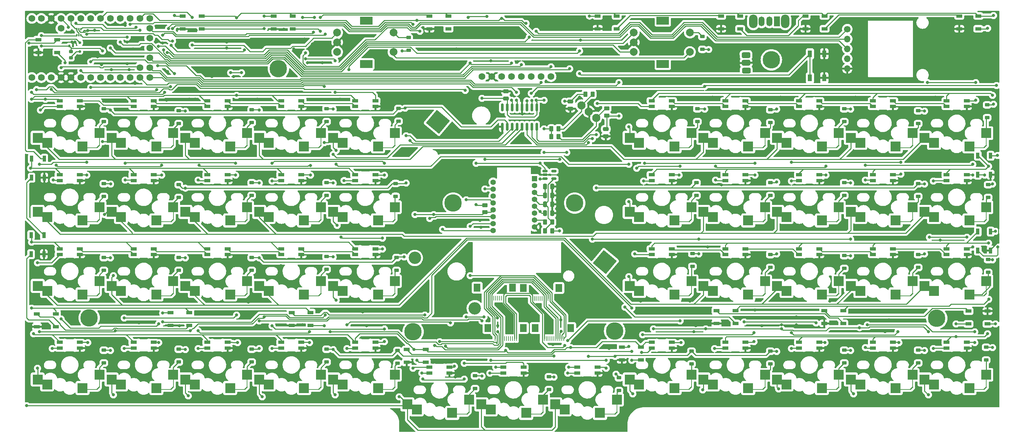
<source format=gbr>
%TF.GenerationSoftware,KiCad,Pcbnew,7.0.2*%
%TF.CreationDate,2023-05-02T21:20:20+02:00*%
%TF.ProjectId,Block,426c6f63-6b2e-46b6-9963-61645f706362,rev?*%
%TF.SameCoordinates,Original*%
%TF.FileFunction,Copper,L2,Bot*%
%TF.FilePolarity,Positive*%
%FSLAX46Y46*%
G04 Gerber Fmt 4.6, Leading zero omitted, Abs format (unit mm)*
G04 Created by KiCad (PCBNEW 7.0.2) date 2023-05-02 21:20:20*
%MOMM*%
%LPD*%
G01*
G04 APERTURE LIST*
G04 Aperture macros list*
%AMRoundRect*
0 Rectangle with rounded corners*
0 $1 Rounding radius*
0 $2 $3 $4 $5 $6 $7 $8 $9 X,Y pos of 4 corners*
0 Add a 4 corners polygon primitive as box body*
4,1,4,$2,$3,$4,$5,$6,$7,$8,$9,$2,$3,0*
0 Add four circle primitives for the rounded corners*
1,1,$1+$1,$2,$3*
1,1,$1+$1,$4,$5*
1,1,$1+$1,$6,$7*
1,1,$1+$1,$8,$9*
0 Add four rect primitives between the rounded corners*
20,1,$1+$1,$2,$3,$4,$5,0*
20,1,$1+$1,$4,$5,$6,$7,0*
20,1,$1+$1,$6,$7,$8,$9,0*
20,1,$1+$1,$8,$9,$2,$3,0*%
%AMRotRect*
0 Rectangle, with rotation*
0 The origin of the aperture is its center*
0 $1 length*
0 $2 width*
0 $3 Rotation angle, in degrees counterclockwise*
0 Add horizontal line*
21,1,$1,$2,0,0,$3*%
G04 Aperture macros list end*
%TA.AperFunction,SMDPad,CuDef*%
%ADD10RoundRect,0.085000X-0.085000X0.265000X-0.085000X-0.265000X0.085000X-0.265000X0.085000X0.265000X0*%
%TD*%
%TA.AperFunction,SMDPad,CuDef*%
%ADD11O,0.340000X0.700000*%
%TD*%
%TA.AperFunction,SMDPad,CuDef*%
%ADD12R,2.600000X2.600000*%
%TD*%
%TA.AperFunction,SMDPad,CuDef*%
%ADD13R,3.000000X0.250000*%
%TD*%
%TA.AperFunction,SMDPad,CuDef*%
%ADD14R,2.550000X2.500000*%
%TD*%
%TA.AperFunction,SMDPad,CuDef*%
%ADD15R,0.250000X4.000000*%
%TD*%
%TA.AperFunction,SMDPad,CuDef*%
%ADD16RoundRect,0.062500X-0.265165X-0.353553X0.353553X0.265165X0.265165X0.353553X-0.353553X-0.265165X0*%
%TD*%
%TA.AperFunction,ComponentPad*%
%ADD17C,4.500000*%
%TD*%
%TA.AperFunction,SMDPad,CuDef*%
%ADD18RoundRect,0.082000X-0.718000X0.328000X-0.718000X-0.328000X0.718000X-0.328000X0.718000X0.328000X0*%
%TD*%
%TA.AperFunction,ComponentPad*%
%ADD19C,2.000000*%
%TD*%
%TA.AperFunction,ComponentPad*%
%ADD20R,3.200000X2.000000*%
%TD*%
%TA.AperFunction,ComponentPad*%
%ADD21RotRect,4.400000X4.400000X140.000000*%
%TD*%
%TA.AperFunction,ComponentPad*%
%ADD22C,2.100000*%
%TD*%
%TA.AperFunction,ComponentPad*%
%ADD23C,3.200000*%
%TD*%
%TA.AperFunction,ComponentPad*%
%ADD24C,1.752600*%
%TD*%
%TA.AperFunction,ComponentPad*%
%ADD25RoundRect,0.375000X0.756430X-0.361854X0.743341X0.388032X-0.756430X0.361854X-0.743341X-0.388032X0*%
%TD*%
%TA.AperFunction,ComponentPad*%
%ADD26C,1.700000*%
%TD*%
%TA.AperFunction,ComponentPad*%
%ADD27O,1.700000X1.700000*%
%TD*%
%TA.AperFunction,ComponentPad*%
%ADD28O,1.500000X2.500000*%
%TD*%
%TA.AperFunction,ComponentPad*%
%ADD29R,1.500000X2.500000*%
%TD*%
%TA.AperFunction,ComponentPad*%
%ADD30O,2.200000X3.500000*%
%TD*%
%TA.AperFunction,SMDPad,CuDef*%
%ADD31R,1.500000X0.900000*%
%TD*%
%TA.AperFunction,SMDPad,CuDef*%
%ADD32RoundRect,0.225000X0.375000X-0.225000X0.375000X0.225000X-0.375000X0.225000X-0.375000X-0.225000X0*%
%TD*%
%TA.AperFunction,SMDPad,CuDef*%
%ADD33R,0.900000X1.500000*%
%TD*%
%TA.AperFunction,SMDPad,CuDef*%
%ADD34RoundRect,0.150000X-0.150000X0.175000X-0.150000X-0.175000X0.150000X-0.175000X0.150000X0.175000X0*%
%TD*%
%TA.AperFunction,SMDPad,CuDef*%
%ADD35RoundRect,0.250000X0.250000X0.475000X-0.250000X0.475000X-0.250000X-0.475000X0.250000X-0.475000X0*%
%TD*%
%TA.AperFunction,SMDPad,CuDef*%
%ADD36R,1.800000X2.000000*%
%TD*%
%TA.AperFunction,SMDPad,CuDef*%
%ADD37R,0.280000X1.250000*%
%TD*%
%TA.AperFunction,SMDPad,CuDef*%
%ADD38RoundRect,0.150000X0.150000X-0.825000X0.150000X0.825000X-0.150000X0.825000X-0.150000X-0.825000X0*%
%TD*%
%TA.AperFunction,SMDPad,CuDef*%
%ADD39RoundRect,0.250000X-0.475000X0.250000X-0.475000X-0.250000X0.475000X-0.250000X0.475000X0.250000X0*%
%TD*%
%TA.AperFunction,SMDPad,CuDef*%
%ADD40RoundRect,0.140000X-0.140000X-0.170000X0.140000X-0.170000X0.140000X0.170000X-0.140000X0.170000X0*%
%TD*%
%TA.AperFunction,SMDPad,CuDef*%
%ADD41RoundRect,0.250000X-0.262500X-0.450000X0.262500X-0.450000X0.262500X0.450000X-0.262500X0.450000X0*%
%TD*%
%TA.AperFunction,SMDPad,CuDef*%
%ADD42RoundRect,0.250000X0.450000X-0.262500X0.450000X0.262500X-0.450000X0.262500X-0.450000X-0.262500X0*%
%TD*%
%TA.AperFunction,SMDPad,CuDef*%
%ADD43RoundRect,0.218750X0.256250X-0.218750X0.256250X0.218750X-0.256250X0.218750X-0.256250X-0.218750X0*%
%TD*%
%TA.AperFunction,SMDPad,CuDef*%
%ADD44RoundRect,0.250000X-0.250000X-0.475000X0.250000X-0.475000X0.250000X0.475000X-0.250000X0.475000X0*%
%TD*%
%TA.AperFunction,SMDPad,CuDef*%
%ADD45RoundRect,0.250000X0.262500X0.450000X-0.262500X0.450000X-0.262500X-0.450000X0.262500X-0.450000X0*%
%TD*%
%TA.AperFunction,ComponentPad*%
%ADD46R,1.400000X1.400000*%
%TD*%
%TA.AperFunction,ComponentPad*%
%ADD47C,1.400000*%
%TD*%
%TA.AperFunction,SMDPad,CuDef*%
%ADD48RoundRect,0.150000X-0.512500X-0.150000X0.512500X-0.150000X0.512500X0.150000X-0.512500X0.150000X0*%
%TD*%
%TA.AperFunction,SMDPad,CuDef*%
%ADD49RoundRect,0.250000X0.475000X-0.250000X0.475000X0.250000X-0.475000X0.250000X-0.475000X-0.250000X0*%
%TD*%
%TA.AperFunction,SMDPad,CuDef*%
%ADD50RoundRect,0.225000X-0.375000X0.225000X-0.375000X-0.225000X0.375000X-0.225000X0.375000X0.225000X0*%
%TD*%
%TA.AperFunction,SMDPad,CuDef*%
%ADD51R,1.100000X1.800000*%
%TD*%
%TA.AperFunction,ViaPad*%
%ADD52C,0.800000*%
%TD*%
%TA.AperFunction,Conductor*%
%ADD53C,0.250000*%
%TD*%
G04 APERTURE END LIST*
D10*
%TO.P,U6,1,VCCA*%
%TO.N,VCC*%
X110080000Y-66842000D03*
D11*
%TO.P,U6,2,GND*%
%TO.N,GND*%
X110580000Y-66842000D03*
%TO.P,U6,3,A*%
%TO.N,LED_3V3*%
X111080000Y-66842000D03*
%TO.P,U6,4,B*%
%TO.N,LED_SHFT_5V*%
X111080000Y-68342000D03*
%TO.P,U6,5,DIR*%
%TO.N,VCC*%
X110580000Y-68342000D03*
%TO.P,U6,6,VCCB*%
%TO.N,RAW*%
X110080000Y-68342000D03*
%TD*%
D12*
%TO.P,SW20,2,2*%
%TO.N,Net-(D20-K)*%
X168597257Y-135195308D03*
D13*
X170906256Y-135539347D03*
D14*
X172944668Y-131782000D03*
D15*
X172968015Y-132990412D03*
D16*
X172677012Y-135250024D03*
D12*
%TO.P,SW20,1,1*%
%TO.N,row_2*%
X157049668Y-132992000D03*
D14*
X159480256Y-134325308D03*
%TD*%
D12*
%TO.P,SW25,2,2*%
%TO.N,Net-(D25-K)*%
X302065589Y-116097308D03*
D13*
X304374588Y-116441347D03*
D14*
X306413000Y-112684000D03*
D15*
X306436347Y-113892412D03*
D16*
X306145344Y-116152024D03*
D12*
%TO.P,SW25,1,1*%
%TO.N,row_1*%
X290518000Y-113894000D03*
D14*
X292948588Y-115227308D03*
%TD*%
D17*
%TO.P,H10,1*%
%TO.N,N/C*%
X238354380Y-111634942D03*
%TD*%
D18*
%TO.P,D68,1,VDD*%
%TO.N,LED_PWR*%
X181797588Y-104314000D03*
%TO.P,D68,2,DOUT*%
%TO.N,Net-(D68-DOUT)*%
X181797588Y-105814000D03*
%TO.P,D68,3,VSS*%
%TO.N,GND*%
X186997588Y-105814000D03*
%TO.P,D68,4,DIN*%
%TO.N,Net-(D61-DOUT)*%
X186997588Y-104314000D03*
%TD*%
D12*
%TO.P,SW21,2,2*%
%TO.N,Net-(D21-K)*%
X283056923Y-159317308D03*
D13*
X285365922Y-159661347D03*
D14*
X287404334Y-155904000D03*
D15*
X287427681Y-157112412D03*
D16*
X287136678Y-159372024D03*
D12*
%TO.P,SW21,1,1*%
%TO.N,row_3*%
X271509334Y-157114000D03*
D14*
X273939922Y-158447308D03*
%TD*%
D12*
%TO.P,SW9,2,2*%
%TO.N,Net-(D9-K)*%
X149568589Y-116097308D03*
D13*
X151877588Y-116441347D03*
D14*
X153916000Y-112684000D03*
D15*
X153939347Y-113892412D03*
D16*
X153648344Y-116152024D03*
D12*
%TO.P,SW9,1,1*%
%TO.N,row_1*%
X138021000Y-113894000D03*
D14*
X140451588Y-115227308D03*
%TD*%
D18*
%TO.P,D85,1,VDD*%
%TO.N,LED_PWR*%
X143696000Y-147534000D03*
%TO.P,D85,2,DOUT*%
%TO.N,Net-(D41-DIN)*%
X143696000Y-149034000D03*
%TO.P,D85,3,VSS*%
%TO.N,GND*%
X148896000Y-149034000D03*
%TO.P,D85,4,DIN*%
%TO.N,Net-(D84-DOUT)*%
X148896000Y-147534000D03*
%TD*%
%TO.P,D51,1,VDD*%
%TO.N,LED_PWR*%
X296193000Y-147534000D03*
%TO.P,D51,2,DOUT*%
%TO.N,Net-(D51-DOUT)*%
X296193000Y-149034000D03*
%TO.P,D51,3,VSS*%
%TO.N,GND*%
X301393000Y-149034000D03*
%TO.P,D51,4,DIN*%
%TO.N,Net-(D45-DOUT)*%
X301393000Y-147534000D03*
%TD*%
%TO.P,D73,1,VDD*%
%TO.N,LED_PWR*%
X239014000Y-153946039D03*
%TO.P,D73,2,DOUT*%
%TO.N,Net-(D73-DOUT)*%
X239014000Y-155446039D03*
%TO.P,D73,3,VSS*%
%TO.N,GND*%
X244214000Y-155446039D03*
%TO.P,D73,4,DIN*%
%TO.N,Net-(D66-DOUT)*%
X244214000Y-153946039D03*
%TD*%
D19*
%TO.P,SW47,S2,S2*%
%TO.N,Net-(D35-K)*%
X268053588Y-67688000D03*
%TO.P,SW47,S1,S1*%
%TO.N,row_5*%
X268053588Y-72688000D03*
D20*
%TO.P,SW47,MP*%
%TO.N,N/C*%
X261053588Y-75788000D03*
X261053588Y-64588000D03*
D19*
%TO.P,SW47,C,C*%
%TO.N,GND*%
X253553588Y-70188000D03*
%TO.P,SW47,B,B*%
%TO.N,EncL_2*%
X253553588Y-72688000D03*
%TO.P,SW47,A,A*%
%TO.N,EncR_2*%
X253553588Y-67688000D03*
%TD*%
D12*
%TO.P,SW5,2,2*%
%TO.N,Net-(D5-K)*%
X130539923Y-116097308D03*
D13*
X132848922Y-116441347D03*
D14*
X134887334Y-112684000D03*
D15*
X134910681Y-113892412D03*
D16*
X134619678Y-116152024D03*
D12*
%TO.P,SW5,1,1*%
%TO.N,row_1*%
X118992334Y-113894000D03*
D14*
X121422922Y-115227308D03*
%TD*%
D18*
%TO.P,D61,1,VDD*%
%TO.N,LED_PWR*%
X162724668Y-104314000D03*
%TO.P,D61,2,DOUT*%
%TO.N,Net-(D61-DOUT)*%
X162724668Y-105814000D03*
%TO.P,D61,3,VSS*%
%TO.N,GND*%
X167924668Y-105814000D03*
%TO.P,D61,4,DIN*%
%TO.N,Net-(D54-DOUT)*%
X167924668Y-104314000D03*
%TD*%
%TO.P,D48,1,VDD*%
%TO.N,LED_PWR*%
X143696000Y-123412000D03*
%TO.P,D48,2,DOUT*%
%TO.N,Net-(D48-DOUT)*%
X143696000Y-124912000D03*
%TO.P,D48,3,VSS*%
%TO.N,GND*%
X148896000Y-124912000D03*
%TO.P,D48,4,DIN*%
%TO.N,Net-(D48-DIN)*%
X148896000Y-123412000D03*
%TD*%
D21*
%TO.P,SW36,MP*%
%TO.N,N/C*%
X203092754Y-90711665D03*
X246119859Y-126812704D03*
D22*
%TO.P,SW36,C,C*%
%TO.N,GND*%
X241983175Y-88034171D03*
%TO.P,SW36,B,B*%
%TO.N,Net-(R6-Pad1)*%
X240068064Y-86427202D03*
%TO.P,SW36,A,A*%
%TO.N,Net-(R4-Pad2)*%
X243898286Y-89641140D03*
D23*
%TO.P,SW36,*%
%TO.N,*%
X197142253Y-125773243D03*
X212605591Y-138748921D03*
%TD*%
D12*
%TO.P,SW27,2,2*%
%TO.N,Net-(D27-K)*%
X302065589Y-135195308D03*
D13*
X304374588Y-135539347D03*
D14*
X306413000Y-131782000D03*
D15*
X306436347Y-132990412D03*
D16*
X306145344Y-135250024D03*
D12*
%TO.P,SW27,1,1*%
%TO.N,row_2*%
X290518000Y-132992000D03*
D14*
X292948588Y-134325308D03*
%TD*%
D17*
%TO.P,H8,1*%
%TO.N,N/C*%
X113226000Y-141252000D03*
%TD*%
D18*
%TO.P,D60,1,VDD*%
%TO.N,LED_PWR*%
X143696000Y-85230039D03*
%TO.P,D60,2,DOUT*%
%TO.N,Net-(D60-DOUT)*%
X143696000Y-86730039D03*
%TO.P,D60,3,VSS*%
%TO.N,GND*%
X148896000Y-86730039D03*
%TO.P,D60,4,DIN*%
%TO.N,Net-(D53-DOUT)*%
X148896000Y-85230039D03*
%TD*%
%TO.P,D52,1,VDD*%
%TO.N,LED_PWR*%
X181797588Y-147534000D03*
%TO.P,D52,2,DOUT*%
%TO.N,Net-(D52-DOUT)*%
X181797588Y-149034000D03*
%TO.P,D52,3,VSS*%
%TO.N,GND*%
X186997588Y-149034000D03*
%TO.P,D52,4,DIN*%
%TO.N,Net-(D41-DOUT)*%
X186997588Y-147534000D03*
%TD*%
D12*
%TO.P,SW22,2,2*%
%TO.N,Net-(D22-K)*%
X244886589Y-165729347D03*
D13*
X247195588Y-166073386D03*
D14*
X249234000Y-162316039D03*
D15*
X249257347Y-163524451D03*
D16*
X248966344Y-165784063D03*
D12*
%TO.P,SW22,1,1*%
%TO.N,row_5*%
X233339000Y-163526039D03*
D14*
X235769588Y-164859347D03*
%TD*%
D12*
%TO.P,SW43,2,2*%
%TO.N,Net-(D80-K)*%
X264078589Y-135195308D03*
D13*
X266387588Y-135539347D03*
D14*
X268426000Y-131782000D03*
D15*
X268449347Y-132990412D03*
D16*
X268158344Y-135250024D03*
D12*
%TO.P,SW43,1,1*%
%TO.N,row_4*%
X252531000Y-132992000D03*
D14*
X254961588Y-134325308D03*
%TD*%
D12*
%TO.P,SW8,2,2*%
%TO.N,Net-(D8-K)*%
X149568589Y-97013347D03*
D13*
X151877588Y-97357386D03*
D14*
X153916000Y-93600039D03*
D15*
X153939347Y-94808451D03*
D16*
X153648344Y-97068063D03*
D12*
%TO.P,SW8,1,1*%
%TO.N,row_0*%
X138021000Y-94810039D03*
D14*
X140451588Y-96143347D03*
%TD*%
D18*
%TO.P,D45,1,VDD*%
%TO.N,LED_PWR*%
X277184334Y-147534000D03*
%TO.P,D45,2,DOUT*%
%TO.N,Net-(D45-DOUT)*%
X277184334Y-149034000D03*
%TO.P,D45,3,VSS*%
%TO.N,GND*%
X282384334Y-149034000D03*
%TO.P,D45,4,DIN*%
%TO.N,Net-(D45-DIN)*%
X282384334Y-147534000D03*
%TD*%
%TO.P,D87,1,VDD*%
%TO.N,LED_PWR*%
X277184334Y-85230039D03*
%TO.P,D87,2,DOUT*%
%TO.N,Net-(D87-DOUT)*%
X277184334Y-86730039D03*
%TO.P,D87,3,VSS*%
%TO.N,GND*%
X282384334Y-86730039D03*
%TO.P,D87,4,DIN*%
%TO.N,Net-(D71-DOUT)*%
X282384334Y-85230039D03*
%TD*%
%TO.P,D46,1,VDD*%
%TO.N,LED_PWR*%
X181797588Y-85230039D03*
%TO.P,D46,2,DOUT*%
%TO.N,Net-(D46-DOUT)*%
X181797588Y-86730039D03*
%TO.P,D46,3,VSS*%
%TO.N,GND*%
X186997588Y-86730039D03*
%TO.P,D46,4,DIN*%
%TO.N,LED_DO*%
X186997588Y-85230039D03*
%TD*%
%TO.P,D88,1,VDD*%
%TO.N,LED_PWR*%
X315201666Y-123412000D03*
%TO.P,D88,2,DOUT*%
%TO.N,Net-(D42-DIN)*%
X315201666Y-124912000D03*
%TO.P,D88,3,VSS*%
%TO.N,GND*%
X320401666Y-124912000D03*
%TO.P,D88,4,DIN*%
%TO.N,Net-(D72-DOUT)*%
X320401666Y-123412000D03*
%TD*%
D12*
%TO.P,SW46,2,2*%
%TO.N,Net-(D43-K)*%
X340082923Y-135195308D03*
D13*
X342391922Y-135539347D03*
D14*
X344430334Y-131782000D03*
D15*
X344453681Y-132990412D03*
D16*
X344162678Y-135250024D03*
D12*
%TO.P,SW46,1,1*%
%TO.N,row_2*%
X328535334Y-132992000D03*
D14*
X330965922Y-134325308D03*
%TD*%
D12*
%TO.P,SW41,2,2*%
%TO.N,Net-(D78-K)*%
X187672589Y-159314000D03*
D13*
X189981588Y-159658039D03*
D14*
X192020000Y-155900692D03*
D15*
X192043347Y-157109104D03*
D16*
X191752344Y-159368716D03*
D12*
%TO.P,SW41,1,1*%
%TO.N,row_4*%
X176125000Y-157110692D03*
D14*
X178555588Y-158444000D03*
%TD*%
D12*
%TO.P,SW1,2,2*%
%TO.N,Net-(D1-K)*%
X111511257Y-97013347D03*
D13*
X113820256Y-97357386D03*
D14*
X115858668Y-93600039D03*
D15*
X115882015Y-94808451D03*
D16*
X115591012Y-97068063D03*
D12*
%TO.P,SW1,1,1*%
%TO.N,row_0*%
X99963668Y-94810039D03*
D14*
X102394256Y-96143347D03*
%TD*%
D24*
%TO.P,U1,1,TX0/PD3*%
%TO.N,row_5*%
X100874750Y-79276000D03*
%TO.P,U1,2,RX1/PD2*%
%TO.N,NCS*%
X103414750Y-79276000D03*
%TO.P,U1,3,GND*%
%TO.N,GND*%
X105954750Y-79276000D03*
%TO.P,U1,4,GND*%
X108494750Y-79276000D03*
%TO.P,U1,5,2/PD1*%
%TO.N,SDA*%
X111034750Y-79276000D03*
%TO.P,U1,6,3/PD0*%
%TO.N,SCL*%
X113574750Y-79276000D03*
%TO.P,U1,7,4/PD4*%
%TO.N,row_0*%
X116114750Y-79276000D03*
%TO.P,U1,8,5/PC6*%
%TO.N,row_1*%
X118654750Y-79276000D03*
%TO.P,U1,9,6/PD7*%
%TO.N,row_2*%
X121194750Y-79276000D03*
%TO.P,U1,10,7/PE6*%
%TO.N,row_3*%
X123734750Y-79276000D03*
%TO.P,U1,11,8/PB4*%
%TO.N,row_4*%
X126274750Y-79276000D03*
%TO.P,U1,12,9/PB5*%
%TO.N,SR_CS*%
X128814750Y-79256000D03*
%TO.P,U1,13,10/PB6*%
%TO.N,NCS_2*%
X128814750Y-64036000D03*
%TO.P,U1,14,16/PB2*%
%TO.N,MOSI*%
X126274750Y-64036000D03*
%TO.P,U1,15,14/PB3*%
%TO.N,MISO*%
X123734750Y-64036000D03*
%TO.P,U1,16,15/PB1*%
%TO.N,SCLK*%
X121194750Y-64036000D03*
%TO.P,U1,17,A0/PF7*%
%TO.N,TFT_CS*%
X118654750Y-64036000D03*
%TO.P,U1,18,A1/PF6*%
%TO.N,EncR_1*%
X116114750Y-64036000D03*
%TO.P,U1,19,A2/PF5*%
%TO.N,EncR*%
X113574750Y-64036000D03*
%TO.P,U1,20,A3/PF4*%
%TO.N,EncL*%
X111034750Y-64036000D03*
%TO.P,U1,21,VCC*%
%TO.N,VCC*%
X108494750Y-64036000D03*
%TO.P,U1,22,RST*%
%TO.N,RESET*%
X105954750Y-64036000D03*
%TO.P,U1,23,GND*%
%TO.N,GND*%
X103414750Y-64036000D03*
%TO.P,U1,24,B0*%
%TO.N,RAW*%
X100874750Y-64036000D03*
%TO.P,U1,25,B7*%
%TO.N,TFT_RST*%
X128814750Y-76736000D03*
%TO.P,U1,26,D5*%
%TO.N,TFT_BL*%
X128814750Y-74196000D03*
%TO.P,U1,27,C7*%
%TO.N,TFT_DC*%
X128814750Y-71656000D03*
%TO.P,U1,28,F1*%
%TO.N,LED_3V3*%
X128814750Y-69116000D03*
%TO.P,U1,29,F0*%
%TO.N,GPIO16*%
X128814750Y-66576000D03*
%TO.P,U1,30,RGB*%
%TO.N,LED_5V*%
X105954750Y-66536000D03*
X126274750Y-76736000D03*
%TO.P,U1,31,GPIO10*%
%TO.N,EncR_2*%
X98444750Y-79256000D03*
%TO.P,U1,32,GPIO11*%
%TO.N,EncL_2*%
X98444750Y-64016000D03*
%TD*%
D12*
%TO.P,SW33,2,2*%
%TO.N,Net-(D33-K)*%
X340082923Y-116097308D03*
D13*
X342391922Y-116441347D03*
D14*
X344430334Y-112684000D03*
D15*
X344453681Y-113892412D03*
D16*
X344162678Y-116152024D03*
D12*
%TO.P,SW33,1,1*%
%TO.N,row_1*%
X328535334Y-113894000D03*
D14*
X330965922Y-115227308D03*
%TD*%
D25*
%TO.P,J4,1,Pin_1*%
%TO.N,bat+*%
X282503095Y-73466305D03*
%TO.P,J4,2,Pin_2*%
%TO.N,GND*%
X282538000Y-75466000D03*
%TO.P,J4,3,Pin_3*%
%TO.N,bat+*%
X282572905Y-77465695D03*
%TD*%
D17*
%TO.P,H9,1*%
%TO.N,N/C*%
X207033286Y-111634942D03*
%TD*%
D12*
%TO.P,SW26,2,2*%
%TO.N,Net-(D26-K)*%
X302065589Y-159317308D03*
D13*
X304374588Y-159661347D03*
D14*
X306413000Y-155904000D03*
D15*
X306436347Y-157112412D03*
D16*
X306145344Y-159372024D03*
D12*
%TO.P,SW26,1,1*%
%TO.N,row_3*%
X290518000Y-157114000D03*
D14*
X292948588Y-158447308D03*
%TD*%
D18*
%TO.P,D47,1,VDD*%
%TO.N,LED_PWR*%
X124667334Y-104314000D03*
%TO.P,D47,2,DOUT*%
%TO.N,Net-(D47-DOUT)*%
X124667334Y-105814000D03*
%TO.P,D47,3,VSS*%
%TO.N,GND*%
X129867334Y-105814000D03*
%TO.P,D47,4,DIN*%
%TO.N,Net-(D47-DIN)*%
X129867334Y-104314000D03*
%TD*%
%TO.P,D63,1,VDD*%
%TO.N,LED_PWR*%
X258206000Y-104314000D03*
%TO.P,D63,2,DOUT*%
%TO.N,Net-(D63-DOUT)*%
X258206000Y-105814000D03*
%TO.P,D63,3,VSS*%
%TO.N,GND*%
X263406000Y-105814000D03*
%TO.P,D63,4,DIN*%
%TO.N,Net-(D56-DOUT)*%
X263406000Y-104314000D03*
%TD*%
D19*
%TO.P,SW48,S2,S2*%
%TO.N,Net-(D36-K)*%
X191647588Y-67688000D03*
%TO.P,SW48,S1,S1*%
%TO.N,row_5*%
X191647588Y-72688000D03*
D20*
%TO.P,SW48,MP*%
%TO.N,N/C*%
X184647588Y-75788000D03*
X184647588Y-64588000D03*
D19*
%TO.P,SW48,C,C*%
%TO.N,GND*%
X177147588Y-70188000D03*
%TO.P,SW48,B,B*%
%TO.N,EncL_1*%
X177147588Y-72688000D03*
%TO.P,SW48,A,A*%
%TO.N,EncR_1*%
X177147588Y-67688000D03*
%TD*%
D18*
%TO.P,D55,1,VDD*%
%TO.N,LED_PWR*%
X124667334Y-123412000D03*
%TO.P,D55,2,DOUT*%
%TO.N,Net-(D55-DOUT)*%
X124667334Y-124912000D03*
%TO.P,D55,3,VSS*%
%TO.N,GND*%
X129867334Y-124912000D03*
%TO.P,D55,4,DIN*%
%TO.N,Net-(D48-DOUT)*%
X129867334Y-123412000D03*
%TD*%
%TO.P,D59,1,VDD*%
%TO.N,LED_PWR*%
X200906000Y-153946039D03*
%TO.P,D59,2,DOUT*%
%TO.N,Net-(D59-DOUT)*%
X200906000Y-155446039D03*
%TO.P,D59,3,VSS*%
%TO.N,GND*%
X206106000Y-155446039D03*
%TO.P,D59,4,DIN*%
%TO.N,Net-(D52-DOUT)*%
X206106000Y-153946039D03*
%TD*%
D12*
%TO.P,SW23,2,2*%
%TO.N,Net-(D23-K)*%
X283056923Y-135195308D03*
D13*
X285365922Y-135539347D03*
D14*
X287404334Y-131782000D03*
D15*
X287427681Y-132990412D03*
D16*
X287136678Y-135250024D03*
D12*
%TO.P,SW23,1,1*%
%TO.N,row_2*%
X271509334Y-132992000D03*
D14*
X273939922Y-134325308D03*
%TD*%
D12*
%TO.P,SW7,2,2*%
%TO.N,Net-(D7-K)*%
X130539923Y-159317308D03*
D13*
X132848922Y-159661347D03*
D14*
X134887334Y-155904000D03*
D15*
X134910681Y-157112412D03*
D16*
X134619678Y-159372024D03*
D12*
%TO.P,SW7,1,1*%
%TO.N,row_3*%
X118992334Y-157114000D03*
D14*
X121422922Y-158447308D03*
%TD*%
D12*
%TO.P,SW34,2,2*%
%TO.N,Net-(D34-K)*%
X340082923Y-159317308D03*
D13*
X342391922Y-159661347D03*
D14*
X344430334Y-155904000D03*
D15*
X344453681Y-157112412D03*
D16*
X344162678Y-159372024D03*
D12*
%TO.P,SW34,1,1*%
%TO.N,row_3*%
X328535334Y-157114000D03*
D14*
X330965922Y-158447308D03*
%TD*%
D17*
%TO.P,H3,1*%
%TO.N,N/C*%
X331656496Y-141337717D03*
%TD*%
D18*
%TO.P,D54,1,VDD*%
%TO.N,LED_PWR*%
X143696000Y-104314000D03*
%TO.P,D54,2,DOUT*%
%TO.N,Net-(D54-DOUT)*%
X143696000Y-105814000D03*
%TO.P,D54,3,VSS*%
%TO.N,GND*%
X148896000Y-105814000D03*
%TO.P,D54,4,DIN*%
%TO.N,Net-(D47-DOUT)*%
X148896000Y-104314000D03*
%TD*%
D12*
%TO.P,SW29,2,2*%
%TO.N,Net-(D29-K)*%
X321074255Y-116097308D03*
D13*
X323383254Y-116441347D03*
D14*
X325421666Y-112684000D03*
D15*
X325445013Y-113892412D03*
D16*
X325154010Y-116152024D03*
D12*
%TO.P,SW29,1,1*%
%TO.N,row_1*%
X309526666Y-113894000D03*
D14*
X311957254Y-115227308D03*
%TD*%
D18*
%TO.P,D41,1,VDD*%
%TO.N,LED_PWR*%
X162724668Y-147534000D03*
%TO.P,D41,2,DOUT*%
%TO.N,Net-(D41-DOUT)*%
X162724668Y-149034000D03*
%TO.P,D41,3,VSS*%
%TO.N,GND*%
X167924668Y-149034000D03*
%TO.P,D41,4,DIN*%
%TO.N,Net-(D41-DIN)*%
X167924668Y-147534000D03*
%TD*%
%TO.P,D62,1,VDD*%
%TO.N,LED_PWR*%
X105638668Y-123412000D03*
%TO.P,D62,2,DOUT*%
%TO.N,Net-(D62-DOUT)*%
X105638668Y-124912000D03*
%TO.P,D62,3,VSS*%
%TO.N,GND*%
X110838668Y-124912000D03*
%TO.P,D62,4,DIN*%
%TO.N,Net-(D55-DOUT)*%
X110838668Y-123412000D03*
%TD*%
D12*
%TO.P,SW11,2,2*%
%TO.N,Net-(D11-K)*%
X149568589Y-159317308D03*
D13*
X151877588Y-159661347D03*
D14*
X153916000Y-155904000D03*
D15*
X153939347Y-157112412D03*
D16*
X153648344Y-159372024D03*
D12*
%TO.P,SW11,1,1*%
%TO.N,row_3*%
X138021000Y-157114000D03*
D14*
X140451588Y-158447308D03*
%TD*%
D12*
%TO.P,SW31,2,2*%
%TO.N,Net-(D31-K)*%
X321074255Y-159317308D03*
D13*
X323383254Y-159661347D03*
D14*
X325421666Y-155904000D03*
D15*
X325445013Y-157112412D03*
D16*
X325154010Y-159372024D03*
D12*
%TO.P,SW31,1,1*%
%TO.N,row_3*%
X309526666Y-157114000D03*
D14*
X311957254Y-158447308D03*
%TD*%
D18*
%TO.P,D89,1,VDD*%
%TO.N,LED_PWR*%
X258206000Y-147534000D03*
%TO.P,D89,2,DOUT*%
%TO.N,Net-(D45-DIN)*%
X258206000Y-149034000D03*
%TO.P,D89,3,VSS*%
%TO.N,GND*%
X263406000Y-149034000D03*
%TO.P,D89,4,DIN*%
%TO.N,Net-(D73-DOUT)*%
X263406000Y-147534000D03*
%TD*%
D12*
%TO.P,SW15,2,2*%
%TO.N,Net-(D15-K)*%
X149568589Y-135195308D03*
D13*
X151877588Y-135539347D03*
D14*
X153916000Y-131782000D03*
D15*
X153939347Y-132990412D03*
D16*
X153648344Y-135250024D03*
D12*
%TO.P,SW15,1,1*%
%TO.N,row_2*%
X138021000Y-132992000D03*
D14*
X140451588Y-134325308D03*
%TD*%
D24*
%TO.P,J5,1,Pin_1*%
%TO.N,VCC*%
X214465999Y-79021999D03*
%TO.P,J5,2,Pin_2*%
%TO.N,GND*%
X217006001Y-79022000D03*
%TO.P,J5,3,Pin_3*%
%TO.N,MOSI*%
X219545999Y-79021999D03*
%TO.P,J5,4,Pin_4*%
%TO.N,SCLK*%
X222085999Y-79021999D03*
%TO.P,J5,5,Pin_5*%
%TO.N,TFT_CS*%
X224626000Y-79022000D03*
%TO.P,J5,6,Pin_6*%
%TO.N,TFT_DC*%
X227166000Y-79022001D03*
%TO.P,J5,7,Pin_7*%
%TO.N,TFT_RST*%
X229706000Y-79022000D03*
%TO.P,J5,8,Pin_8*%
%TO.N,TFT_BL*%
X232245999Y-79022000D03*
%TD*%
D12*
%TO.P,SW13,2,2*%
%TO.N,Net-(D13-K)*%
X168597257Y-97013347D03*
D13*
X170906256Y-97357386D03*
D14*
X172944668Y-93600039D03*
D15*
X172968015Y-94808451D03*
D16*
X172677012Y-97068063D03*
D12*
%TO.P,SW13,1,1*%
%TO.N,row_0*%
X157049668Y-94810039D03*
D14*
X159480256Y-96143347D03*
%TD*%
D12*
%TO.P,SW16,2,2*%
%TO.N,Net-(D16-K)*%
X168597257Y-159317308D03*
D13*
X170906256Y-159661347D03*
D14*
X172944668Y-155904000D03*
D15*
X172968015Y-157112412D03*
D16*
X172677012Y-159372024D03*
D12*
%TO.P,SW16,1,1*%
%TO.N,row_3*%
X157049668Y-157114000D03*
D14*
X159480256Y-158447308D03*
%TD*%
D12*
%TO.P,SW24,2,2*%
%TO.N,Net-(D24-K)*%
X302065589Y-97013347D03*
D13*
X304374588Y-97357386D03*
D14*
X306413000Y-93600039D03*
D15*
X306436347Y-94808451D03*
D16*
X306145344Y-97068063D03*
D12*
%TO.P,SW24,1,1*%
%TO.N,row_0*%
X290518000Y-94810039D03*
D14*
X292948588Y-96143347D03*
%TD*%
D18*
%TO.P,D53,1,VDD*%
%TO.N,LED_PWR*%
X162724668Y-85230039D03*
%TO.P,D53,2,DOUT*%
%TO.N,Net-(D53-DOUT)*%
X162724668Y-86730039D03*
%TO.P,D53,3,VSS*%
%TO.N,GND*%
X167924668Y-86730039D03*
%TO.P,D53,4,DIN*%
%TO.N,Net-(D46-DOUT)*%
X167924668Y-85230039D03*
%TD*%
D17*
%TO.P,H2,1*%
%TO.N,N/C*%
X289036000Y-74704000D03*
%TD*%
D18*
%TO.P,D92,1,VDD*%
%TO.N,LED_PWR*%
X258206000Y-85230039D03*
%TO.P,D92,2,DOUT*%
%TO.N,Net-(D92-DOUT)*%
X258206000Y-86730039D03*
%TO.P,D92,3,VSS*%
%TO.N,GND*%
X263406000Y-86730039D03*
%TO.P,D92,4,DIN*%
%TO.N,Net-(D87-DOUT)*%
X263406000Y-85230039D03*
%TD*%
%TO.P,D42,1,VDD*%
%TO.N,LED_PWR*%
X296193000Y-123412000D03*
%TO.P,D42,2,DOUT*%
%TO.N,Net-(D42-DOUT)*%
X296193000Y-124912000D03*
%TO.P,D42,3,VSS*%
%TO.N,GND*%
X301393000Y-124912000D03*
%TO.P,D42,4,DIN*%
%TO.N,Net-(D42-DIN)*%
X301393000Y-123412000D03*
%TD*%
D12*
%TO.P,SW19,2,2*%
%TO.N,Net-(D19-K)*%
X283056923Y-116097308D03*
D13*
X285365922Y-116441347D03*
D14*
X287404334Y-112684000D03*
D15*
X287427681Y-113892412D03*
D16*
X287136678Y-116152024D03*
D12*
%TO.P,SW19,1,1*%
%TO.N,row_1*%
X271509334Y-113894000D03*
D14*
X273939922Y-115227308D03*
%TD*%
D18*
%TO.P,D90,1,VDD*%
%TO.N,LED_PWR*%
X105638668Y-104314000D03*
%TO.P,D90,2,DOUT*%
%TO.N,Net-(D47-DIN)*%
X105638668Y-105814000D03*
%TO.P,D90,3,VSS*%
%TO.N,GND*%
X110838668Y-105814000D03*
%TO.P,D90,4,DIN*%
%TO.N,Net-(D74-DOUT)*%
X110838668Y-104314000D03*
%TD*%
%TO.P,D83,1,VDD*%
%TO.N,LED_PWR*%
X181797588Y-123412000D03*
%TO.P,D83,2,DOUT*%
%TO.N,Net-(D83-DOUT)*%
X181797588Y-124912000D03*
%TO.P,D83,3,VSS*%
%TO.N,GND*%
X186997588Y-124912000D03*
%TO.P,D83,4,DIN*%
%TO.N,Net-(D68-DOUT)*%
X186997588Y-123412000D03*
%TD*%
%TO.P,D86,1,VDD*%
%TO.N,LED_PWR*%
X296193000Y-104314000D03*
%TO.P,D86,2,DOUT*%
%TO.N,Net-(D44-DIN)*%
X296193000Y-105814000D03*
%TO.P,D86,3,VSS*%
%TO.N,GND*%
X301393000Y-105814000D03*
%TO.P,D86,4,DIN*%
%TO.N,Net-(D70-DOUT)*%
X301393000Y-104314000D03*
%TD*%
D12*
%TO.P,SW39,2,2*%
%TO.N,Net-(D76-K)*%
X187672589Y-116094000D03*
D13*
X189981588Y-116438039D03*
D14*
X192020000Y-112680692D03*
D15*
X192043347Y-113889104D03*
D16*
X191752344Y-116148716D03*
D12*
%TO.P,SW39,1,1*%
%TO.N,row_4*%
X176125000Y-113890692D03*
D14*
X178555588Y-115224000D03*
%TD*%
D12*
%TO.P,SW28,2,2*%
%TO.N,Net-(D28-K)*%
X321074255Y-97013347D03*
D13*
X323383254Y-97357386D03*
D14*
X325421666Y-93600039D03*
D15*
X325445013Y-94808451D03*
D16*
X325154010Y-97068063D03*
D12*
%TO.P,SW28,1,1*%
%TO.N,row_0*%
X309526666Y-94810039D03*
D14*
X311957254Y-96143347D03*
%TD*%
D12*
%TO.P,SW14,2,2*%
%TO.N,Net-(D14-K)*%
X168597257Y-116097308D03*
D13*
X170906256Y-116441347D03*
D14*
X172944668Y-112684000D03*
D15*
X172968015Y-113892412D03*
D16*
X172677012Y-116152024D03*
D12*
%TO.P,SW14,1,1*%
%TO.N,row_1*%
X157049668Y-113894000D03*
D14*
X159480256Y-115227308D03*
%TD*%
D18*
%TO.P,D49,1,VDD*%
%TO.N,LED_PWR*%
X277184334Y-123412000D03*
%TO.P,D49,2,DOUT*%
%TO.N,Net-(D49-DOUT)*%
X277184334Y-124912000D03*
%TO.P,D49,3,VSS*%
%TO.N,GND*%
X282384334Y-124912000D03*
%TO.P,D49,4,DIN*%
%TO.N,Net-(D42-DOUT)*%
X282384334Y-123412000D03*
%TD*%
%TO.P,D70,1,VDD*%
%TO.N,LED_PWR*%
X277184334Y-104314000D03*
%TO.P,D70,2,DOUT*%
%TO.N,Net-(D70-DOUT)*%
X277184334Y-105814000D03*
%TO.P,D70,3,VSS*%
%TO.N,GND*%
X282384334Y-105814000D03*
%TO.P,D70,4,DIN*%
%TO.N,Net-(D63-DOUT)*%
X282384334Y-104314000D03*
%TD*%
D12*
%TO.P,SW4,2,2*%
%TO.N,Net-(D4-K)*%
X130539923Y-97013347D03*
D13*
X132848922Y-97357386D03*
D14*
X134887334Y-93600039D03*
D15*
X134910681Y-94808451D03*
D16*
X134619678Y-97068063D03*
D12*
%TO.P,SW4,1,1*%
%TO.N,row_0*%
X118992334Y-94810039D03*
D14*
X121422922Y-96143347D03*
%TD*%
D12*
%TO.P,SW45,2,2*%
%TO.N,Net-(D82-K)*%
X264078589Y-97013347D03*
D13*
X266387588Y-97357386D03*
D14*
X268426000Y-93600039D03*
D15*
X268449347Y-94808451D03*
D16*
X268158344Y-97068063D03*
D12*
%TO.P,SW45,1,1*%
%TO.N,row_4*%
X252531000Y-94810039D03*
D14*
X254961588Y-96143347D03*
%TD*%
D18*
%TO.P,D64,1,VDD*%
%TO.N,LED_PWR*%
X315201666Y-85230039D03*
%TO.P,D64,2,DOUT*%
%TO.N,Net-(D64-DOUT)*%
X315201666Y-86730039D03*
%TO.P,D64,3,VSS*%
%TO.N,GND*%
X320401666Y-86730039D03*
%TO.P,D64,4,DIN*%
%TO.N,Net-(D57-DOUT)*%
X320401666Y-85230039D03*
%TD*%
D12*
%TO.P,SW6,2,2*%
%TO.N,Net-(D6-K)*%
X111511257Y-135195308D03*
D13*
X113820256Y-135539347D03*
D14*
X115858668Y-131782000D03*
D15*
X115882015Y-132990412D03*
D16*
X115591012Y-135250024D03*
D12*
%TO.P,SW6,1,1*%
%TO.N,row_2*%
X99963668Y-132992000D03*
D14*
X102394256Y-134325308D03*
%TD*%
D12*
%TO.P,SW38,2,2*%
%TO.N,Net-(D75-K)*%
X187672589Y-97010039D03*
D13*
X189981588Y-97354078D03*
D14*
X192020000Y-93596731D03*
D15*
X192043347Y-94805143D03*
D16*
X191752344Y-97064755D03*
D12*
%TO.P,SW38,1,1*%
%TO.N,row_4*%
X176125000Y-94806731D03*
D14*
X178555588Y-96140039D03*
%TD*%
D18*
%TO.P,D50,1,VDD*%
%TO.N,LED_PWR*%
X334210334Y-104314000D03*
%TO.P,D50,2,DOUT*%
%TO.N,Net-(D50-DOUT)*%
X334210334Y-105814000D03*
%TO.P,D50,3,VSS*%
%TO.N,GND*%
X339410334Y-105814000D03*
%TO.P,D50,4,DIN*%
%TO.N,Net-(D44-DOUT)*%
X339410334Y-104314000D03*
%TD*%
D12*
%TO.P,SW12,2,2*%
%TO.N,Net-(D12-K)*%
X206778589Y-165729347D03*
D13*
X209087588Y-166073386D03*
D14*
X211126000Y-162316039D03*
D15*
X211149347Y-163524451D03*
D16*
X210858344Y-165784063D03*
D12*
%TO.P,SW12,1,1*%
%TO.N,row_5*%
X195231000Y-163526039D03*
D14*
X197661588Y-164859347D03*
%TD*%
D12*
%TO.P,SW2,2,2*%
%TO.N,Net-(D2-K)*%
X111511257Y-116097308D03*
D13*
X113820256Y-116441347D03*
D14*
X115858668Y-112684000D03*
D15*
X115882015Y-113892412D03*
D16*
X115591012Y-116152024D03*
D12*
%TO.P,SW2,1,1*%
%TO.N,row_1*%
X99963668Y-113894000D03*
D14*
X102394256Y-115227308D03*
%TD*%
D12*
%TO.P,SW44,2,2*%
%TO.N,Net-(D81-K)*%
X264078589Y-116097308D03*
D13*
X266387588Y-116441347D03*
D14*
X268426000Y-112684000D03*
D15*
X268449347Y-113892412D03*
D16*
X268158344Y-116152024D03*
D12*
%TO.P,SW44,1,1*%
%TO.N,row_4*%
X252531000Y-113894000D03*
D14*
X254961588Y-115227308D03*
%TD*%
D18*
%TO.P,D44,1,VDD*%
%TO.N,LED_PWR*%
X315201666Y-104314000D03*
%TO.P,D44,2,DOUT*%
%TO.N,Net-(D44-DOUT)*%
X315201666Y-105814000D03*
%TO.P,D44,3,VSS*%
%TO.N,GND*%
X320401666Y-105814000D03*
%TO.P,D44,4,DIN*%
%TO.N,Net-(D44-DIN)*%
X320401666Y-104314000D03*
%TD*%
D12*
%TO.P,SW17,2,2*%
%TO.N,Net-(D17-K)*%
X225842589Y-165729347D03*
D13*
X228151588Y-166073386D03*
D14*
X230190000Y-162316039D03*
D15*
X230213347Y-163524451D03*
D16*
X229922344Y-165784063D03*
D12*
%TO.P,SW17,1,1*%
%TO.N,row_5*%
X214295000Y-163526039D03*
D14*
X216725588Y-164859347D03*
%TD*%
D12*
%TO.P,SW42,2,2*%
%TO.N,Net-(D79-K)*%
X264078589Y-159317308D03*
D13*
X266387588Y-159661347D03*
D14*
X268426000Y-155904000D03*
D15*
X268449347Y-157112412D03*
D16*
X268158344Y-159372024D03*
D12*
%TO.P,SW42,1,1*%
%TO.N,row_4*%
X252531000Y-157114000D03*
D14*
X254961588Y-158447308D03*
%TD*%
D18*
%TO.P,D74,1,VDD*%
%TO.N,LED_PWR*%
X105638668Y-85230039D03*
%TO.P,D74,2,DOUT*%
%TO.N,Net-(D74-DOUT)*%
X105638668Y-86730039D03*
%TO.P,D74,3,VSS*%
%TO.N,GND*%
X110838668Y-86730039D03*
%TO.P,D74,4,DIN*%
%TO.N,Net-(D67-DOUT)*%
X110838668Y-85230039D03*
%TD*%
%TO.P,D72,1,VDD*%
%TO.N,LED_PWR*%
X334210334Y-123412000D03*
%TO.P,D72,2,DOUT*%
%TO.N,Net-(D72-DOUT)*%
X334210334Y-124912000D03*
%TO.P,D72,3,VSS*%
%TO.N,GND*%
X339410334Y-124912000D03*
%TO.P,D72,4,DIN*%
%TO.N,Net-(D65-DOUT)*%
X339410334Y-123412000D03*
%TD*%
%TO.P,D69,1,VDD*%
%TO.N,LED_PWR*%
X105638668Y-147534000D03*
%TO.P,D69,2,DOUT*%
%TO.N,Net-(D69-DOUT)*%
X105638668Y-149034000D03*
%TO.P,D69,3,VSS*%
%TO.N,GND*%
X110838668Y-149034000D03*
%TO.P,D69,4,DIN*%
%TO.N,Net-(D62-DOUT)*%
X110838668Y-147534000D03*
%TD*%
%TO.P,D71,1,VDD*%
%TO.N,LED_PWR*%
X296193000Y-85230039D03*
%TO.P,D71,2,DOUT*%
%TO.N,Net-(D71-DOUT)*%
X296193000Y-86730039D03*
%TO.P,D71,3,VSS*%
%TO.N,GND*%
X301393000Y-86730039D03*
%TO.P,D71,4,DIN*%
%TO.N,Net-(D64-DOUT)*%
X301393000Y-85230039D03*
%TD*%
%TO.P,D67,1,VDD*%
%TO.N,LED_PWR*%
X124667334Y-85230039D03*
%TO.P,D67,2,DOUT*%
%TO.N,Net-(D67-DOUT)*%
X124667334Y-86730039D03*
%TO.P,D67,3,VSS*%
%TO.N,GND*%
X129867334Y-86730039D03*
%TO.P,D67,4,DIN*%
%TO.N,Net-(D60-DOUT)*%
X129867334Y-85230039D03*
%TD*%
%TO.P,D57,1,VDD*%
%TO.N,LED_PWR*%
X334210334Y-85230039D03*
%TO.P,D57,2,DOUT*%
%TO.N,Net-(D57-DOUT)*%
X334210334Y-86730039D03*
%TO.P,D57,3,VSS*%
%TO.N,GND*%
X339410334Y-86730039D03*
%TO.P,D57,4,DIN*%
%TO.N,Net-(D50-DOUT)*%
X339410334Y-85230039D03*
%TD*%
D17*
%TO.P,H1,1*%
%TO.N,N/C*%
X248648000Y-144583000D03*
%TD*%
D18*
%TO.P,D91,1,VDD*%
%TO.N,LED_PWR*%
X162724668Y-123412000D03*
%TO.P,D91,2,DOUT*%
%TO.N,Net-(D48-DIN)*%
X162724668Y-124912000D03*
%TO.P,D91,3,VSS*%
%TO.N,GND*%
X167924668Y-124912000D03*
%TO.P,D91,4,DIN*%
%TO.N,Net-(D83-DOUT)*%
X167924668Y-123412000D03*
%TD*%
D26*
%TO.P,U5,1,VDD*%
%TO.N,VCC*%
X308610000Y-66784000D03*
D27*
%TO.P,U5,2,SDA*%
%TO.N,SDA*%
X308610000Y-69324000D03*
%TO.P,U5,3,SCL*%
%TO.N,SCL*%
X308610000Y-71864000D03*
%TO.P,U5,4,TRIG*%
%TO.N,unconnected-(U5-TRIG-Pad4)*%
X308610000Y-74404000D03*
%TO.P,U5,5,GND*%
%TO.N,GND*%
X308610000Y-76944000D03*
%TD*%
D28*
%TO.P,SW37,3,C*%
%TO.N,RAW*%
X286496000Y-64798000D03*
%TO.P,SW37,2,B*%
%TO.N,bat+*%
X288496000Y-64798000D03*
D29*
%TO.P,SW37,1,A*%
%TO.N,unconnected-(SW37-A-Pad1)*%
X290496000Y-64798000D03*
D30*
%TO.P,SW37,*%
%TO.N,*%
X284396000Y-64798000D03*
X292596000Y-64798000D03*
%TD*%
D18*
%TO.P,D58,1,VDD*%
%TO.N,LED_PWR*%
X315201666Y-147534000D03*
%TO.P,D58,2,DOUT*%
%TO.N,Net-(D58-DOUT)*%
X315201666Y-149034000D03*
%TO.P,D58,3,VSS*%
%TO.N,GND*%
X320401666Y-149034000D03*
%TO.P,D58,4,DIN*%
%TO.N,Net-(D51-DOUT)*%
X320401666Y-147534000D03*
%TD*%
D12*
%TO.P,SW3,2,2*%
%TO.N,Net-(D3-K)*%
X111511257Y-159317308D03*
D13*
X113820256Y-159661347D03*
D14*
X115858668Y-155904000D03*
D15*
X115882015Y-157112412D03*
D16*
X115591012Y-159372024D03*
D12*
%TO.P,SW3,1,1*%
%TO.N,row_3*%
X99963668Y-157114000D03*
D14*
X102394256Y-158447308D03*
%TD*%
D17*
%TO.P,H5,1*%
%TO.N,N/C*%
X196686000Y-144808000D03*
%TD*%
D18*
%TO.P,D84,1,VDD*%
%TO.N,LED_PWR*%
X124667334Y-147534000D03*
%TO.P,D84,2,DOUT*%
%TO.N,Net-(D84-DOUT)*%
X124667334Y-149034000D03*
%TO.P,D84,3,VSS*%
%TO.N,GND*%
X129867334Y-149034000D03*
%TO.P,D84,4,DIN*%
%TO.N,Net-(D69-DOUT)*%
X129867334Y-147534000D03*
%TD*%
D12*
%TO.P,SW18,2,2*%
%TO.N,Net-(D18-K)*%
X283056923Y-97013347D03*
D13*
X285365922Y-97357386D03*
D14*
X287404334Y-93600039D03*
D15*
X287427681Y-94808451D03*
D16*
X287136678Y-97068063D03*
D12*
%TO.P,SW18,1,1*%
%TO.N,row_0*%
X271509334Y-94810039D03*
D14*
X273939922Y-96143347D03*
%TD*%
D18*
%TO.P,D66,1,VDD*%
%TO.N,LED_PWR*%
X219970000Y-153946039D03*
%TO.P,D66,2,DOUT*%
%TO.N,Net-(D66-DOUT)*%
X219970000Y-155446039D03*
%TO.P,D66,3,VSS*%
%TO.N,GND*%
X225170000Y-155446039D03*
%TO.P,D66,4,DIN*%
%TO.N,Net-(D59-DOUT)*%
X225170000Y-153946039D03*
%TD*%
D12*
%TO.P,SW10,2,2*%
%TO.N,Net-(D10-K)*%
X130539923Y-135195308D03*
D13*
X132848922Y-135539347D03*
D14*
X134887334Y-131782000D03*
D15*
X134910681Y-132990412D03*
D16*
X134619678Y-135250024D03*
D12*
%TO.P,SW10,1,1*%
%TO.N,row_2*%
X118992334Y-132992000D03*
D14*
X121422922Y-134325308D03*
%TD*%
D12*
%TO.P,SW32,2,2*%
%TO.N,Net-(D32-K)*%
X340082923Y-97013347D03*
D13*
X342391922Y-97357386D03*
D14*
X344430334Y-93600039D03*
D15*
X344453681Y-94808451D03*
D16*
X344162678Y-97068063D03*
D12*
%TO.P,SW32,1,1*%
%TO.N,row_0*%
X328535334Y-94810039D03*
D14*
X330965922Y-96143347D03*
%TD*%
D12*
%TO.P,SW40,2,2*%
%TO.N,Net-(D77-K)*%
X187672589Y-135192000D03*
D13*
X189981588Y-135536039D03*
D14*
X192020000Y-131778692D03*
D15*
X192043347Y-132987104D03*
D16*
X191752344Y-135246716D03*
D12*
%TO.P,SW40,1,1*%
%TO.N,row_4*%
X176125000Y-132988692D03*
D14*
X178555588Y-134322000D03*
%TD*%
D12*
%TO.P,SW30,2,2*%
%TO.N,Net-(D30-K)*%
X321074255Y-135195308D03*
D13*
X323383254Y-135539347D03*
D14*
X325421666Y-131782000D03*
D15*
X325445013Y-132990412D03*
D16*
X325154010Y-135250024D03*
D12*
%TO.P,SW30,1,1*%
%TO.N,row_2*%
X309526666Y-132992000D03*
D14*
X311957254Y-134325308D03*
%TD*%
D17*
%TO.P,H4,1*%
%TO.N,N/C*%
X161994000Y-76990000D03*
%TD*%
D18*
%TO.P,D65,1,VDD*%
%TO.N,LED_PWR*%
X334210334Y-147534000D03*
%TO.P,D65,2,DOUT*%
%TO.N,Net-(D65-DOUT)*%
X334210334Y-149034000D03*
%TO.P,D65,3,VSS*%
%TO.N,GND*%
X339410334Y-149034000D03*
%TO.P,D65,4,DIN*%
%TO.N,Net-(D58-DOUT)*%
X339410334Y-147534000D03*
%TD*%
%TO.P,D56,1,VDD*%
%TO.N,LED_PWR*%
X258206000Y-123412000D03*
%TO.P,D56,2,DOUT*%
%TO.N,Net-(D56-DOUT)*%
X258206000Y-124912000D03*
%TO.P,D56,3,VSS*%
%TO.N,GND*%
X263406000Y-124912000D03*
%TO.P,D56,4,DIN*%
%TO.N,Net-(D49-DOUT)*%
X263406000Y-123412000D03*
%TD*%
D31*
%TO.P,D96,1,VDD*%
%TO.N,LED_PWR*%
X280982000Y-63402000D03*
%TO.P,D96,2,DOUT*%
%TO.N,Net-(D94-DIN)*%
X280982000Y-66702000D03*
%TO.P,D96,3,VSS*%
%TO.N,GND*%
X276082000Y-66702000D03*
%TO.P,D96,4,DIN*%
%TO.N,Net-(D96-DIN)*%
X276082000Y-63402000D03*
%TD*%
D32*
%TO.P,D9,1,K*%
%TO.N,Net-(D9-K)*%
X155115194Y-109675332D03*
%TO.P,D9,2,A*%
%TO.N,col2*%
X155115194Y-106375332D03*
%TD*%
D33*
%TO.P,D38,1,VDD*%
%TO.N,LED_PWR*%
X342250000Y-99432000D03*
%TO.P,D38,2,DOUT*%
%TO.N,Net-(D37-DIN)*%
X345550000Y-99432000D03*
%TO.P,D38,3,VSS*%
%TO.N,GND*%
X345550000Y-104332000D03*
%TO.P,D38,4,DIN*%
%TO.N,Net-(D38-DIN)*%
X342250000Y-104332000D03*
%TD*%
D32*
%TO.P,D33,1,K*%
%TO.N,Net-(D33-K)*%
X344895194Y-110183332D03*
%TO.P,D33,2,A*%
%TO.N,col7*%
X344895194Y-106883332D03*
%TD*%
%TO.P,D16,1,K*%
%TO.N,Net-(D16-K)*%
X174419194Y-152601332D03*
%TO.P,D16,2,A*%
%TO.N,col3*%
X174419194Y-149301332D03*
%TD*%
%TO.P,D5,1,K*%
%TO.N,Net-(D5-K)*%
X136319194Y-110183332D03*
%TO.P,D5,2,A*%
%TO.N,col1*%
X136319194Y-106883332D03*
%TD*%
%TO.P,D10,1,K*%
%TO.N,Net-(D10-K)*%
X136319194Y-128979332D03*
%TO.P,D10,2,A*%
%TO.N,col1*%
X136319194Y-125679332D03*
%TD*%
D34*
%TO.P,D40,1,K*%
%TO.N,LED_PWR*%
X110834000Y-70277000D03*
%TO.P,D40,2,A*%
%TO.N,Net-(D40-A)*%
X110834000Y-72527000D03*
%TD*%
D31*
%TO.P,D39,1,VDD*%
%TO.N,LED_PWR*%
X342376000Y-63402000D03*
%TO.P,D39,2,DOUT*%
%TO.N,Net-(D38-DIN)*%
X342376000Y-66702000D03*
%TO.P,D39,3,VSS*%
%TO.N,GND*%
X337476000Y-66702000D03*
%TO.P,D39,4,DIN*%
%TO.N,Net-(D39-DIN)*%
X337476000Y-63402000D03*
%TD*%
D35*
%TO.P,C4,1*%
%TO.N,GND*%
X232575219Y-107401582D03*
%TO.P,C4,2*%
%TO.N,Net-(U4-VDDPIX)*%
X230675219Y-107401582D03*
%TD*%
D31*
%TO.P,D94,1,VDD*%
%TO.N,LED_PWR*%
X302752000Y-63402000D03*
%TO.P,D94,2,DOUT*%
%TO.N,Net-(D39-DIN)*%
X302752000Y-66702000D03*
%TO.P,D94,3,VSS*%
%TO.N,GND*%
X297852000Y-66702000D03*
%TO.P,D94,4,DIN*%
%TO.N,Net-(D94-DIN)*%
X297852000Y-63402000D03*
%TD*%
%TO.P,D101,1,VDD*%
%TO.N,LED_PWR*%
X170286000Y-139856000D03*
%TO.P,D101,2,DOUT*%
%TO.N,Net-(D101-DOUT)*%
X170286000Y-143156000D03*
%TO.P,D101,3,VSS*%
%TO.N,GND*%
X165386000Y-143156000D03*
%TO.P,D101,4,DIN*%
%TO.N,Net-(D100-DOUT)*%
X165386000Y-139856000D03*
%TD*%
D36*
%TO.P,J2,14*%
%TO.N,N/C*%
X213218000Y-133422000D03*
%TO.P,J2,13*%
X222318000Y-133422000D03*
D37*
%TO.P,J2,12,Pin_12*%
%TO.N,VCC*%
X220518000Y-136146000D03*
%TO.P,J2,11,Pin_11*%
%TO.N,GND*%
X220018000Y-136146000D03*
%TO.P,J2,10,Pin_10*%
%TO.N,unconnected-(J2-Pin_10-Pad10)*%
X219518000Y-136146000D03*
%TO.P,J2,9,Pin_9*%
%TO.N,unconnected-(J2-Pin_9-Pad9)*%
X219018000Y-136146000D03*
%TO.P,J2,8,Pin_8*%
%TO.N,unconnected-(J2-Pin_8-Pad8)*%
X218518000Y-136146000D03*
%TO.P,J2,7,Pin_7*%
%TO.N,unconnected-(J2-Pin_7-Pad7)*%
X218018000Y-136146000D03*
%TO.P,J2,6,Pin_6*%
%TO.N,unconnected-(J2-Pin_6-Pad6)*%
X217518000Y-136146000D03*
%TO.P,J2,5,Pin_5*%
%TO.N,MOSI*%
X217018000Y-136146000D03*
%TO.P,J2,4,Pin_4*%
%TO.N,MOTION*%
X216518000Y-136146000D03*
%TO.P,J2,3,Pin_3*%
%TO.N,NCS*%
X216018000Y-136146000D03*
%TO.P,J2,2,Pin_2*%
%TO.N,MISO*%
X215518000Y-136146000D03*
%TO.P,J2,1,Pin_1*%
%TO.N,SCLK*%
X215018000Y-136146000D03*
%TD*%
D32*
%TO.P,D6,1,K*%
%TO.N,Net-(D6-K)*%
X117015194Y-128979332D03*
%TO.P,D6,2,A*%
%TO.N,col0*%
X117015194Y-125679332D03*
%TD*%
D31*
%TO.P,D106,1,VDD*%
%TO.N,LED_PWR*%
X105008000Y-69498000D03*
%TO.P,D106,2,DOUT*%
%TO.N,Net-(D106-DOUT)*%
X105008000Y-72798000D03*
%TO.P,D106,3,VSS*%
%TO.N,GND*%
X100108000Y-72798000D03*
%TO.P,D106,4,DIN*%
%TO.N,Net-(D105-DOUT)*%
X100108000Y-69498000D03*
%TD*%
D32*
%TO.P,D12,1,K*%
%TO.N,Net-(D12-K)*%
X212667194Y-159459332D03*
%TO.P,D12,2,A*%
%TO.N,col2*%
X212667194Y-156159332D03*
%TD*%
%TO.P,D26,1,K*%
%TO.N,Net-(D26-K)*%
X307811194Y-152855332D03*
%TO.P,D26,2,A*%
%TO.N,col5*%
X307811194Y-149555332D03*
%TD*%
%TO.P,D11,1,K*%
%TO.N,Net-(D11-K)*%
X155115194Y-152601332D03*
%TO.P,D11,2,A*%
%TO.N,col2*%
X155115194Y-149301332D03*
%TD*%
D38*
%TO.P,U2,1,QB*%
%TO.N,col6*%
X228563000Y-91911000D03*
%TO.P,U2,2,QC*%
%TO.N,col5*%
X227293000Y-91911000D03*
%TO.P,U2,3,QD*%
%TO.N,col4*%
X226023000Y-91911000D03*
%TO.P,U2,4,QE*%
%TO.N,col3*%
X224753000Y-91911000D03*
%TO.P,U2,5,QF*%
%TO.N,col2*%
X223483000Y-91911000D03*
%TO.P,U2,6,QG*%
%TO.N,col1*%
X222213000Y-91911000D03*
%TO.P,U2,7,QH*%
%TO.N,col0*%
X220943000Y-91911000D03*
%TO.P,U2,8,GND*%
%TO.N,GND*%
X219673000Y-91911000D03*
%TO.P,U2,9,QH'*%
%TO.N,unconnected-(U2-QH'-Pad9)*%
X219673000Y-86961000D03*
%TO.P,U2,10,~{SRCLR}*%
%TO.N,VCC*%
X220943000Y-86961000D03*
%TO.P,U2,11,SRCLK*%
%TO.N,SCLK*%
X222213000Y-86961000D03*
%TO.P,U2,12,RCLK*%
%TO.N,SR_CS*%
X223483000Y-86961000D03*
%TO.P,U2,13,~{OE}*%
%TO.N,GND*%
X224753000Y-86961000D03*
%TO.P,U2,14,SER*%
%TO.N,MOSI*%
X226023000Y-86961000D03*
%TO.P,U2,15,QA*%
%TO.N,col7*%
X227293000Y-86961000D03*
%TO.P,U2,16,VCC*%
%TO.N,VCC*%
X228563000Y-86961000D03*
%TD*%
D39*
%TO.P,C8,1*%
%TO.N,EncR*%
X237227944Y-85419504D03*
%TO.P,C8,2*%
%TO.N,GND*%
X237227944Y-87319504D03*
%TD*%
D31*
%TO.P,D102,1,VDD*%
%TO.N,LED_PWR*%
X139044000Y-139856000D03*
%TO.P,D102,2,DOUT*%
%TO.N,Net-(D102-DOUT)*%
X139044000Y-143156000D03*
%TO.P,D102,3,VSS*%
%TO.N,GND*%
X134144000Y-143156000D03*
%TO.P,D102,4,DIN*%
%TO.N,Net-(D101-DOUT)*%
X134144000Y-139856000D03*
%TD*%
D40*
%TO.P,C6,1*%
%TO.N,RAW*%
X108090746Y-71103467D03*
%TO.P,C6,2*%
%TO.N,GND*%
X109050746Y-71103467D03*
%TD*%
D31*
%TO.P,D108,1,VDD*%
%TO.N,LED_PWR*%
X205798000Y-63402000D03*
%TO.P,D108,2,DOUT*%
%TO.N,unconnected-(D108-DOUT-Pad2)*%
X205798000Y-66702000D03*
%TO.P,D108,3,VSS*%
%TO.N,GND*%
X200898000Y-66702000D03*
%TO.P,D108,4,DIN*%
%TO.N,Net-(D108-DIN)*%
X200898000Y-63402000D03*
%TD*%
D33*
%TO.P,D37,1,VDD*%
%TO.N,LED_PWR*%
X342250000Y-118990000D03*
%TO.P,D37,2,DOUT*%
%TO.N,Net-(D37-DOUT)*%
X345550000Y-118990000D03*
%TO.P,D37,3,VSS*%
%TO.N,GND*%
X345550000Y-123890000D03*
%TO.P,D37,4,DIN*%
%TO.N,Net-(D37-DIN)*%
X342250000Y-123890000D03*
%TD*%
D32*
%TO.P,D14,1,K*%
%TO.N,Net-(D14-K)*%
X174419194Y-109675332D03*
%TO.P,D14,2,A*%
%TO.N,col3*%
X174419194Y-106375332D03*
%TD*%
%TO.P,D21,1,K*%
%TO.N,Net-(D21-K)*%
X288761194Y-153109332D03*
%TO.P,D21,2,A*%
%TO.N,col4*%
X288761194Y-149809332D03*
%TD*%
%TO.P,D18,1,K*%
%TO.N,Net-(D18-K)*%
X288761194Y-90879332D03*
%TO.P,D18,2,A*%
%TO.N,col4*%
X288761194Y-87579332D03*
%TD*%
%TO.P,D80,1,K*%
%TO.N,Net-(D80-K)*%
X268695194Y-127963332D03*
%TO.P,D80,2,A*%
%TO.N,col5*%
X268695194Y-124663332D03*
%TD*%
%TO.P,D29,1,K*%
%TO.N,Net-(D29-K)*%
X326861194Y-109929332D03*
%TO.P,D29,2,A*%
%TO.N,col6*%
X326861194Y-106629332D03*
%TD*%
D36*
%TO.P,J1,14*%
%TO.N,N/C*%
X225156000Y-133540000D03*
%TO.P,J1,13*%
X234256000Y-133540000D03*
D37*
%TO.P,J1,12,Pin_12*%
%TO.N,SCLK*%
X232456000Y-136264000D03*
%TO.P,J1,11,Pin_11*%
%TO.N,MISO*%
X231956000Y-136264000D03*
%TO.P,J1,10,Pin_10*%
%TO.N,NCS*%
X231456000Y-136264000D03*
%TO.P,J1,9,Pin_9*%
%TO.N,MOTION*%
X230956000Y-136264000D03*
%TO.P,J1,8,Pin_8*%
%TO.N,MOSI*%
X230456000Y-136264000D03*
%TO.P,J1,7,Pin_7*%
%TO.N,unconnected-(J1-Pin_7-Pad7)*%
X229956000Y-136264000D03*
%TO.P,J1,6,Pin_6*%
%TO.N,unconnected-(J1-Pin_6-Pad6)*%
X229456000Y-136264000D03*
%TO.P,J1,5,Pin_5*%
%TO.N,unconnected-(J1-Pin_5-Pad5)*%
X228956000Y-136264000D03*
%TO.P,J1,4,Pin_4*%
%TO.N,unconnected-(J1-Pin_4-Pad4)*%
X228456000Y-136264000D03*
%TO.P,J1,3,Pin_3*%
%TO.N,unconnected-(J1-Pin_3-Pad3)*%
X227956000Y-136264000D03*
%TO.P,J1,2,Pin_2*%
%TO.N,GND*%
X227456000Y-136264000D03*
%TO.P,J1,1,Pin_1*%
%TO.N,VCC*%
X226956000Y-136264000D03*
%TD*%
D41*
%TO.P,R1,1*%
%TO.N,VDD*%
X230712717Y-118831583D03*
%TO.P,R1,2*%
%TO.N,Net-(U4-LED_P)*%
X232537717Y-118831583D03*
%TD*%
%TO.P,R2,1*%
%TO.N,Net-(U4-~{NRESET})*%
X230712719Y-116545584D03*
%TO.P,R2,2*%
%TO.N,VDD*%
X232537719Y-116545584D03*
%TD*%
D36*
%TO.P,J6,14*%
%TO.N,N/C*%
X216012000Y-143836000D03*
%TO.P,J6,13*%
X225112000Y-143836000D03*
D37*
%TO.P,J6,12,Pin_12*%
%TO.N,VCC*%
X223312000Y-146560000D03*
%TO.P,J6,11,Pin_11*%
%TO.N,GND*%
X222812000Y-146560000D03*
%TO.P,J6,10,Pin_10*%
%TO.N,unconnected-(J6-Pin_10-Pad10)*%
X222312000Y-146560000D03*
%TO.P,J6,9,Pin_9*%
%TO.N,unconnected-(J6-Pin_9-Pad9)*%
X221812000Y-146560000D03*
%TO.P,J6,8,Pin_8*%
%TO.N,unconnected-(J6-Pin_8-Pad8)*%
X221312000Y-146560000D03*
%TO.P,J6,7,Pin_7*%
%TO.N,unconnected-(J6-Pin_7-Pad7)*%
X220812000Y-146560000D03*
%TO.P,J6,6,Pin_6*%
%TO.N,unconnected-(J6-Pin_6-Pad6)*%
X220312000Y-146560000D03*
%TO.P,J6,5,Pin_5*%
%TO.N,MOSI*%
X219812000Y-146560000D03*
%TO.P,J6,4,Pin_4*%
%TO.N,MOTION*%
X219312000Y-146560000D03*
%TO.P,J6,3,Pin_3*%
%TO.N,NCS_2*%
X218812000Y-146560000D03*
%TO.P,J6,2,Pin_2*%
%TO.N,MISO*%
X218312000Y-146560000D03*
%TO.P,J6,1,Pin_1*%
%TO.N,SCLK*%
X217812000Y-146560000D03*
%TD*%
D32*
%TO.P,D25,1,K*%
%TO.N,Net-(D25-K)*%
X307811194Y-109675332D03*
%TO.P,D25,2,A*%
%TO.N,col5*%
X307811194Y-106375332D03*
%TD*%
%TO.P,D32,1,K*%
%TO.N,Net-(D32-K)*%
X344641194Y-89609332D03*
%TO.P,D32,2,A*%
%TO.N,col7*%
X344641194Y-86309332D03*
%TD*%
D39*
%TO.P,C7,1*%
%TO.N,EncL*%
X246371944Y-92531504D03*
%TO.P,C7,2*%
%TO.N,GND*%
X246371944Y-94431504D03*
%TD*%
D33*
%TO.P,D104,1,VDD*%
%TO.N,LED_PWR*%
X98248000Y-119916000D03*
%TO.P,D104,2,DOUT*%
%TO.N,Net-(D104-DOUT)*%
X101548000Y-119916000D03*
%TO.P,D104,3,VSS*%
%TO.N,GND*%
X101548000Y-124816000D03*
%TO.P,D104,4,DIN*%
%TO.N,Net-(D103-DOUT)*%
X98248000Y-124816000D03*
%TD*%
D32*
%TO.P,D2,1,K*%
%TO.N,Net-(D2-K)*%
X117015194Y-109929332D03*
%TO.P,D2,2,A*%
%TO.N,col0*%
X117015194Y-106629332D03*
%TD*%
D31*
%TO.P,D93,1,VDD*%
%TO.N,LED_PWR*%
X255386000Y-148746000D03*
%TO.P,D93,2,DOUT*%
%TO.N,Net-(D100-DIN)*%
X255386000Y-152046000D03*
%TO.P,D93,3,VSS*%
%TO.N,GND*%
X250486000Y-152046000D03*
%TO.P,D93,4,DIN*%
%TO.N,Net-(D93-DIN)*%
X250486000Y-148746000D03*
%TD*%
D42*
%TO.P,R3,1*%
%TO.N,MISO*%
X215173945Y-113978007D03*
%TO.P,R3,2*%
%TO.N,VCC*%
X215173945Y-112153007D03*
%TD*%
%TO.P,R4,1*%
%TO.N,EncL*%
X246625944Y-89060004D03*
%TO.P,R4,2*%
%TO.N,Net-(R4-Pad2)*%
X246625944Y-87235004D03*
%TD*%
D32*
%TO.P,D13,1,K*%
%TO.N,Net-(D13-K)*%
X174419194Y-90625332D03*
%TO.P,D13,2,A*%
%TO.N,col3*%
X174419194Y-87325332D03*
%TD*%
D31*
%TO.P,D99,1,VDD*%
%TO.N,LED_PWR*%
X339836000Y-142774000D03*
%TO.P,D99,2,DOUT*%
%TO.N,Net-(D97-DIN)*%
X339836000Y-139474000D03*
%TO.P,D99,3,VSS*%
%TO.N,GND*%
X344736000Y-139474000D03*
%TO.P,D99,4,DIN*%
%TO.N,Net-(D37-DOUT)*%
X344736000Y-142774000D03*
%TD*%
D32*
%TO.P,D82,1,K*%
%TO.N,Net-(D82-K)*%
X269965194Y-90625332D03*
%TO.P,D82,2,A*%
%TO.N,col7*%
X269965194Y-87325332D03*
%TD*%
%TO.P,D79,1,K*%
%TO.N,Net-(D79-K)*%
X268441194Y-153109332D03*
%TO.P,D79,2,A*%
%TO.N,col4*%
X268441194Y-149809332D03*
%TD*%
D36*
%TO.P,J3,14*%
%TO.N,N/C*%
X228204000Y-143836000D03*
%TO.P,J3,13*%
X237304000Y-143836000D03*
D37*
%TO.P,J3,12,Pin_12*%
%TO.N,SCLK*%
X235504000Y-146560000D03*
%TO.P,J3,11,Pin_11*%
%TO.N,MISO*%
X235004000Y-146560000D03*
%TO.P,J3,10,Pin_10*%
%TO.N,NCS_2*%
X234504000Y-146560000D03*
%TO.P,J3,9,Pin_9*%
%TO.N,MOTION*%
X234004000Y-146560000D03*
%TO.P,J3,8,Pin_8*%
%TO.N,MOSI*%
X233504000Y-146560000D03*
%TO.P,J3,7,Pin_7*%
%TO.N,unconnected-(J3-Pin_7-Pad7)*%
X233004000Y-146560000D03*
%TO.P,J3,6,Pin_6*%
%TO.N,unconnected-(J3-Pin_6-Pad6)*%
X232504000Y-146560000D03*
%TO.P,J3,5,Pin_5*%
%TO.N,unconnected-(J3-Pin_5-Pad5)*%
X232004000Y-146560000D03*
%TO.P,J3,4,Pin_4*%
%TO.N,unconnected-(J3-Pin_4-Pad4)*%
X231504000Y-146560000D03*
%TO.P,J3,3,Pin_3*%
%TO.N,unconnected-(J3-Pin_3-Pad3)*%
X231004000Y-146560000D03*
%TO.P,J3,2,Pin_2*%
%TO.N,GND*%
X230504000Y-146560000D03*
%TO.P,J3,1,Pin_1*%
%TO.N,VCC*%
X230004000Y-146560000D03*
%TD*%
D31*
%TO.P,D95,1,VDD*%
%TO.N,LED_PWR*%
X279802000Y-139348000D03*
%TO.P,D95,2,DOUT*%
%TO.N,Net-(D93-DIN)*%
X279802000Y-142648000D03*
%TO.P,D95,3,VSS*%
%TO.N,GND*%
X274902000Y-142648000D03*
%TO.P,D95,4,DIN*%
%TO.N,Net-(D95-DIN)*%
X274902000Y-139348000D03*
%TD*%
D32*
%TO.P,D77,1,K*%
%TO.N,Net-(D77-K)*%
X192453194Y-128979332D03*
%TO.P,D77,2,A*%
%TO.N,col2*%
X192453194Y-125679332D03*
%TD*%
%TO.P,D4,1,K*%
%TO.N,Net-(D4-K)*%
X136319194Y-91133332D03*
%TO.P,D4,2,A*%
%TO.N,col1*%
X136319194Y-87833332D03*
%TD*%
D43*
%TO.P,F1,1*%
%TO.N,Net-(D40-A)*%
X108503221Y-74179496D03*
%TO.P,F1,2*%
%TO.N,RAW*%
X108503221Y-72604496D03*
%TD*%
D32*
%TO.P,D7,1,K*%
%TO.N,Net-(D7-K)*%
X136319194Y-152601332D03*
%TO.P,D7,2,A*%
%TO.N,col1*%
X136319194Y-149301332D03*
%TD*%
%TO.P,D31,1,K*%
%TO.N,Net-(D31-K)*%
X326861194Y-152855332D03*
%TO.P,D31,2,A*%
%TO.N,col6*%
X326861194Y-149555332D03*
%TD*%
D31*
%TO.P,D98,1,VDD*%
%TO.N,LED_PWR*%
X249190000Y-63402000D03*
%TO.P,D98,2,DOUT*%
%TO.N,Net-(D96-DIN)*%
X249190000Y-66702000D03*
%TO.P,D98,3,VSS*%
%TO.N,GND*%
X244290000Y-66702000D03*
%TO.P,D98,4,DIN*%
%TO.N,Net-(D92-DOUT)*%
X244290000Y-63402000D03*
%TD*%
D32*
%TO.P,D17,1,K*%
%TO.N,Net-(D17-K)*%
X231717194Y-159713332D03*
%TO.P,D17,2,A*%
%TO.N,col3*%
X231717194Y-156413332D03*
%TD*%
%TO.P,D76,1,K*%
%TO.N,Net-(D76-K)*%
X192201606Y-109878024D03*
%TO.P,D76,2,A*%
%TO.N,col1*%
X192201606Y-106578024D03*
%TD*%
%TO.P,D20,1,K*%
%TO.N,Net-(D20-K)*%
X174419194Y-128725332D03*
%TO.P,D20,2,A*%
%TO.N,col3*%
X174419194Y-125425332D03*
%TD*%
%TO.P,D15,1,K*%
%TO.N,Net-(D15-K)*%
X155115194Y-128979332D03*
%TO.P,D15,2,A*%
%TO.N,col2*%
X155115194Y-125679332D03*
%TD*%
%TO.P,D23,1,K*%
%TO.N,Net-(D23-K)*%
X288761194Y-128217332D03*
%TO.P,D23,2,A*%
%TO.N,col4*%
X288761194Y-124917332D03*
%TD*%
D44*
%TO.P,C3,1*%
%TO.N,Net-(U4-VDDPIX)*%
X230675219Y-109687586D03*
%TO.P,C3,2*%
%TO.N,GND*%
X232575219Y-109687586D03*
%TD*%
D32*
%TO.P,D75,1,K*%
%TO.N,Net-(D75-K)*%
X192963606Y-90548063D03*
%TO.P,D75,2,A*%
%TO.N,col0*%
X192963606Y-87248063D03*
%TD*%
D45*
%TO.P,R6,1*%
%TO.N,Net-(R6-Pad1)*%
X234174500Y-92484000D03*
%TO.P,R6,2*%
%TO.N,VCC*%
X232349500Y-92484000D03*
%TD*%
D32*
%TO.P,D8,1,K*%
%TO.N,Net-(D8-K)*%
X155115194Y-90879332D03*
%TO.P,D8,2,A*%
%TO.N,col2*%
X155115194Y-87579332D03*
%TD*%
D46*
%TO.P,U4,1,NC*%
%TO.N,unconnected-(U4-NC-Pad1)*%
X228037290Y-105339942D03*
D47*
%TO.P,U4,2,NC*%
%TO.N,unconnected-(U4-NC-Pad2)*%
X228037290Y-107119942D03*
%TO.P,U4,3,VDDPIX*%
%TO.N,Net-(U4-VDDPIX)*%
X228037290Y-108899942D03*
%TO.P,U4,4,VDD*%
%TO.N,VDD*%
X228037290Y-110679942D03*
%TO.P,U4,5,VDDIO*%
%TO.N,VCC*%
X228037290Y-112459942D03*
%TO.P,U4,6,NC*%
%TO.N,unconnected-(U4-NC-Pad6)*%
X228037290Y-114239942D03*
%TO.P,U4,7,~{NRESET}*%
%TO.N,Net-(U4-~{NRESET})*%
X228037290Y-116019942D03*
%TO.P,U4,8,GND*%
%TO.N,GND*%
X228037290Y-117799942D03*
%TO.P,U4,9,MOTION*%
%TO.N,MOTION*%
X217337290Y-118689942D03*
%TO.P,U4,10,SCLK*%
%TO.N,SCLK*%
X217337290Y-116909942D03*
%TO.P,U4,11,MOSI*%
%TO.N,MOSI*%
X217337290Y-115129942D03*
%TO.P,U4,12,MISO*%
%TO.N,MISO*%
X217337290Y-113349942D03*
%TO.P,U4,13,~{NCS}*%
%TO.N,NCS*%
X217337290Y-111569942D03*
%TO.P,U4,14,NC*%
%TO.N,unconnected-(U4-NC-Pad14)*%
X217337290Y-109789942D03*
%TO.P,U4,15,LED_P*%
%TO.N,Net-(U4-LED_P)*%
X217337290Y-108009942D03*
%TO.P,U4,16,NC*%
%TO.N,unconnected-(U4-NC-Pad16)*%
X217337290Y-106229942D03*
%TD*%
D45*
%TO.P,R5,1*%
%TO.N,Net-(R4-Pad2)*%
X234174500Y-94516000D03*
%TO.P,R5,2*%
%TO.N,VCC*%
X232349500Y-94516000D03*
%TD*%
D32*
%TO.P,D30,1,K*%
%TO.N,Net-(D30-K)*%
X326861194Y-128217332D03*
%TO.P,D30,2,A*%
%TO.N,col6*%
X326861194Y-124917332D03*
%TD*%
D31*
%TO.P,D103,1,VDD*%
%TO.N,LED_PWR*%
X104664000Y-140238000D03*
%TO.P,D103,2,DOUT*%
%TO.N,Net-(D103-DOUT)*%
X104664000Y-143538000D03*
%TO.P,D103,3,VSS*%
%TO.N,GND*%
X99764000Y-143538000D03*
%TO.P,D103,4,DIN*%
%TO.N,Net-(D102-DOUT)*%
X99764000Y-140238000D03*
%TD*%
D32*
%TO.P,D22,1,K*%
%TO.N,Net-(D22-K)*%
X249751194Y-159967332D03*
%TO.P,D22,2,A*%
%TO.N,col4*%
X249751194Y-156667332D03*
%TD*%
%TO.P,D19,1,K*%
%TO.N,Net-(D19-K)*%
X288761194Y-109675332D03*
%TO.P,D19,2,A*%
%TO.N,col4*%
X288761194Y-106375332D03*
%TD*%
D31*
%TO.P,D107,1,VDD*%
%TO.N,LED_PWR*%
X142208000Y-63402000D03*
%TO.P,D107,2,DOUT*%
%TO.N,Net-(D107-DOUT)*%
X142208000Y-66702000D03*
%TO.P,D107,3,VSS*%
%TO.N,GND*%
X137308000Y-66702000D03*
%TO.P,D107,4,DIN*%
%TO.N,Net-(D106-DOUT)*%
X137308000Y-63402000D03*
%TD*%
%TO.P,D100,1,VDD*%
%TO.N,LED_PWR*%
X199956000Y-149382000D03*
%TO.P,D100,2,DOUT*%
%TO.N,Net-(D100-DOUT)*%
X199956000Y-152682000D03*
%TO.P,D100,3,VSS*%
%TO.N,GND*%
X195056000Y-152682000D03*
%TO.P,D100,4,DIN*%
%TO.N,Net-(D100-DIN)*%
X195056000Y-149382000D03*
%TD*%
D32*
%TO.P,D27,1,K*%
%TO.N,Net-(D27-K)*%
X307811194Y-128471332D03*
%TO.P,D27,2,A*%
%TO.N,col5*%
X307811194Y-125171332D03*
%TD*%
D48*
%TO.P,U3,1,IN*%
%TO.N,VCC*%
X230741716Y-105303582D03*
%TO.P,U3,2,GND*%
%TO.N,GND*%
X230741716Y-104353582D03*
%TO.P,U3,3,EN*%
%TO.N,VCC*%
X230741716Y-103403582D03*
%TO.P,U3,4,NC*%
%TO.N,unconnected-(U3-NC-Pad4)*%
X233016716Y-103403582D03*
%TO.P,U3,5,OUT*%
%TO.N,VDD*%
X233016716Y-105303582D03*
%TD*%
D32*
%TO.P,D28,1,K*%
%TO.N,Net-(D28-K)*%
X326861194Y-91133332D03*
%TO.P,D28,2,A*%
%TO.N,col6*%
X326861194Y-87833332D03*
%TD*%
%TO.P,D78,1,K*%
%TO.N,Net-(D78-K)*%
X192709606Y-152925985D03*
%TO.P,D78,2,A*%
%TO.N,col3*%
X192709606Y-149625985D03*
%TD*%
D49*
%TO.P,C5,1*%
%TO.N,VCC*%
X220628651Y-84685921D03*
%TO.P,C5,2*%
%TO.N,GND*%
X220628651Y-82785921D03*
%TD*%
D32*
%TO.P,D34,1,K*%
%TO.N,Net-(D34-K)*%
X344387194Y-152093332D03*
%TO.P,D34,2,A*%
%TO.N,col7*%
X344387194Y-148793332D03*
%TD*%
D50*
%TO.P,D36,1,K*%
%TO.N,Net-(D36-K)*%
X195542806Y-68942668D03*
%TO.P,D36,2,A*%
%TO.N,col0*%
X195542806Y-72242668D03*
%TD*%
D44*
%TO.P,C1,1*%
%TO.N,VCC*%
X230675218Y-114259583D03*
%TO.P,C1,2*%
%TO.N,GND*%
X232575218Y-114259583D03*
%TD*%
D51*
%TO.P,SW35,1,1*%
%TO.N,RESET*%
X298976000Y-79328000D03*
X298976000Y-73128000D03*
%TO.P,SW35,2,2*%
%TO.N,GND*%
X302676000Y-79328000D03*
X302676000Y-73128000D03*
%TD*%
D32*
%TO.P,D81,1,K*%
%TO.N,Net-(D81-K)*%
X269711194Y-109675332D03*
%TO.P,D81,2,A*%
%TO.N,col6*%
X269711194Y-106375332D03*
%TD*%
D33*
%TO.P,D105,1,VDD*%
%TO.N,LED_PWR*%
X98384000Y-100194000D03*
%TO.P,D105,2,DOUT*%
%TO.N,Net-(D105-DOUT)*%
X101684000Y-100194000D03*
%TO.P,D105,3,VSS*%
%TO.N,GND*%
X101684000Y-105094000D03*
%TO.P,D105,4,DIN*%
%TO.N,Net-(D104-DOUT)*%
X98384000Y-105094000D03*
%TD*%
D31*
%TO.P,D97,1,VDD*%
%TO.N,LED_PWR*%
X307594000Y-139348000D03*
%TO.P,D97,2,DOUT*%
%TO.N,Net-(D95-DIN)*%
X307594000Y-142648000D03*
%TO.P,D97,3,VSS*%
%TO.N,GND*%
X302694000Y-142648000D03*
%TO.P,D97,4,DIN*%
%TO.N,Net-(D97-DIN)*%
X302694000Y-139348000D03*
%TD*%
%TO.P,D109,1,VDD*%
%TO.N,LED_PWR*%
X165698000Y-63402000D03*
%TO.P,D109,2,DOUT*%
%TO.N,Net-(D108-DIN)*%
X165698000Y-66702000D03*
%TO.P,D109,3,VSS*%
%TO.N,GND*%
X160798000Y-66702000D03*
%TO.P,D109,4,DIN*%
%TO.N,Net-(D107-DOUT)*%
X160798000Y-63402000D03*
%TD*%
D50*
%TO.P,D35,1,K*%
%TO.N,Net-(D35-K)*%
X271276806Y-68688668D03*
%TO.P,D35,2,A*%
%TO.N,col7*%
X271276806Y-71988668D03*
%TD*%
D44*
%TO.P,C2,1*%
%TO.N,VDD*%
X230675217Y-111892762D03*
%TO.P,C2,2*%
%TO.N,GND*%
X232575217Y-111892762D03*
%TD*%
D32*
%TO.P,D1,1,K*%
%TO.N,Net-(D1-K)*%
X117015194Y-90625332D03*
%TO.P,D1,2,A*%
%TO.N,col0*%
X117015194Y-87325332D03*
%TD*%
%TO.P,D3,1,K*%
%TO.N,Net-(D3-K)*%
X117015194Y-152855332D03*
%TO.P,D3,2,A*%
%TO.N,col0*%
X117015194Y-149555332D03*
%TD*%
%TO.P,D43,1,K*%
%TO.N,Net-(D43-K)*%
X344895194Y-129487332D03*
%TO.P,D43,2,A*%
%TO.N,col7*%
X344895194Y-126187332D03*
%TD*%
%TO.P,D24,1,K*%
%TO.N,Net-(D24-K)*%
X307811194Y-90625332D03*
%TO.P,D24,2,A*%
%TO.N,col5*%
X307811194Y-87325332D03*
%TD*%
D41*
%TO.P,R7,1*%
%TO.N,EncR*%
X241141444Y-83575504D03*
%TO.P,R7,2*%
%TO.N,Net-(R6-Pad1)*%
X242966444Y-83575504D03*
%TD*%
D52*
%TO.N,GND*%
X97880000Y-73180000D03*
X108548000Y-67592000D03*
%TO.N,VCC*%
X228436000Y-85118000D03*
X230468000Y-98580000D03*
X229452000Y-101374000D03*
X229452000Y-105438000D03*
X236310000Y-98580000D03*
X235802000Y-148364000D03*
X228436000Y-67338000D03*
X230468000Y-85118000D03*
X214466000Y-84610000D03*
X212942000Y-101374000D03*
X212942000Y-112042000D03*
X229452000Y-113820000D03*
X230468000Y-92484000D03*
%TO.N,GND*%
X140044000Y-136934000D03*
X207354000Y-98580000D03*
X119724000Y-70894000D03*
X295492000Y-140998000D03*
X138520000Y-82578000D03*
X170778000Y-70640000D03*
X268060000Y-84864000D03*
X194908000Y-169192000D03*
X134456000Y-117630000D03*
X295492000Y-143030000D03*
X321654000Y-120932000D03*
X133440000Y-87404000D03*
X152998000Y-99088000D03*
X177890000Y-84864000D03*
X125058000Y-80800000D03*
X223610000Y-75212000D03*
X200750000Y-107978000D03*
X133186000Y-85118000D03*
X234786000Y-87658000D03*
X123026000Y-75720000D03*
X224118000Y-95532000D03*
X286602000Y-143284000D03*
X269584000Y-143284000D03*
X238850000Y-139474000D03*
X345530000Y-75212000D03*
X139028000Y-84864000D03*
X220054000Y-133886000D03*
X152744000Y-69878000D03*
X207608000Y-156492000D03*
X292952000Y-136680000D03*
X116422000Y-75974000D03*
X165698000Y-78514000D03*
X181446000Y-128044000D03*
X165952000Y-71910000D03*
X163158000Y-70132000D03*
X224880000Y-84356000D03*
X141314000Y-87404000D03*
X150458000Y-79022000D03*
X98388000Y-76736000D03*
X114644000Y-67084000D03*
X238850000Y-65306000D03*
X342482000Y-126012000D03*
X244692000Y-145570000D03*
X122518000Y-65814000D03*
X140806000Y-67084000D03*
X119978000Y-65560000D03*
X305144000Y-142522000D03*
X276188000Y-106962000D03*
X146394000Y-144046000D03*
X121756000Y-85372000D03*
X295238000Y-99342000D03*
X144362000Y-139982000D03*
X234786000Y-141760000D03*
X286856000Y-84610000D03*
X136234000Y-146840000D03*
X115406000Y-73942000D03*
X286094000Y-118138000D03*
X207354000Y-105946000D03*
X198718000Y-138204000D03*
X239866000Y-69624000D03*
X272632000Y-122964000D03*
X163412000Y-66830000D03*
X273902000Y-84356000D03*
X217768000Y-168430000D03*
X171032000Y-150142000D03*
X280506000Y-75720000D03*
X272632000Y-104422000D03*
X272632000Y-136426000D03*
X172302000Y-99088000D03*
X154776000Y-144046000D03*
X239358000Y-90452000D03*
X222340000Y-83848000D03*
X172048000Y-125758000D03*
X162650000Y-127790000D03*
X183732000Y-139728000D03*
X156300000Y-70894000D03*
X168746000Y-69370000D03*
X187796000Y-72926000D03*
X227420000Y-134140000D03*
X322924000Y-118392000D03*
X246978000Y-84356000D03*
X220308000Y-67846000D03*
X208878000Y-168684000D03*
X123534000Y-77244000D03*
X124550000Y-71910000D03*
X173318000Y-75466000D03*
X216244000Y-142014000D03*
X314796000Y-99342000D03*
X168238000Y-143030000D03*
X123534000Y-136680000D03*
X291682000Y-143030000D03*
X135980000Y-70640000D03*
X207862000Y-139474000D03*
X184748000Y-143284000D03*
X343752000Y-123218000D03*
X154522000Y-140236000D03*
X285332000Y-75466000D03*
X294222000Y-73942000D03*
X180176000Y-70132000D03*
X305906000Y-84610000D03*
X213958000Y-116106000D03*
X116168000Y-136680000D03*
X108802000Y-70132000D03*
X294984000Y-118138000D03*
X318098000Y-139728000D03*
X269076000Y-144808000D03*
X152998000Y-118392000D03*
X195162000Y-112550000D03*
X132170000Y-70386000D03*
X304890000Y-134140000D03*
X313018000Y-136680000D03*
X224880000Y-88674000D03*
X109564000Y-70132000D03*
X214212000Y-117884000D03*
X318352000Y-144808000D03*
X231738000Y-142776000D03*
X218530000Y-143284000D03*
X118708000Y-85372000D03*
X109056000Y-140490000D03*
X324702000Y-84864000D03*
X331306000Y-84356000D03*
X306922000Y-117884000D03*
X271362000Y-153698000D03*
X174334000Y-70386000D03*
X148680000Y-70132000D03*
X162904000Y-112042000D03*
X115660000Y-70132000D03*
X319368000Y-141760000D03*
X273902000Y-99088000D03*
X126074000Y-142522000D03*
X294984000Y-64290000D03*
X291428000Y-84356000D03*
X246724000Y-99850000D03*
X144870000Y-76990000D03*
X247232000Y-149126000D03*
X192622000Y-99342000D03*
X148680000Y-71656000D03*
X140552000Y-84864000D03*
X154268000Y-137188000D03*
X224626000Y-83086000D03*
X139536000Y-118392000D03*
X144870000Y-79022000D03*
X169508000Y-75466000D03*
X331052000Y-99596000D03*
X239104000Y-100104000D03*
X156554000Y-84864000D03*
X239612000Y-84356000D03*
X116930000Y-140490000D03*
X125566000Y-69370000D03*
X115914000Y-118392000D03*
X255360000Y-136934000D03*
X269330000Y-139728000D03*
X247232000Y-137442000D03*
X155538000Y-78260000D03*
X116168000Y-99088000D03*
X310732000Y-84356000D03*
X284824000Y-139220000D03*
X120994000Y-118138000D03*
X136488000Y-143284000D03*
X143600000Y-112550000D03*
X346800000Y-116106000D03*
X122772000Y-99088000D03*
X141314000Y-69878000D03*
X116930000Y-85372000D03*
X123026000Y-70132000D03*
X261202000Y-139474000D03*
X232754000Y-148110000D03*
X207862000Y-143792000D03*
X245708000Y-72418000D03*
X332576000Y-121186000D03*
X217514000Y-93754000D03*
X224372000Y-137950000D03*
X133440000Y-77752000D03*
X304128000Y-136934000D03*
X170778000Y-87404000D03*
X178652000Y-98834000D03*
X109818000Y-75466000D03*
X285840000Y-136680000D03*
X125820000Y-139728000D03*
X112864997Y-67132767D03*
X118962000Y-77244000D03*
X216752000Y-74958000D03*
X140806000Y-82832000D03*
X181700000Y-111788000D03*
X207862000Y-71910000D03*
X131662000Y-66322000D03*
X312510000Y-118392000D03*
X135980000Y-66830000D03*
X268060000Y-136934000D03*
%TO.N,col0*%
X118708000Y-125758000D03*
X118745500Y-106708000D03*
X193892000Y-72418000D03*
X118708000Y-87658000D03*
X118708000Y-149634000D03*
X194654000Y-87150000D03*
%TO.N,col1*%
X138012000Y-125758000D03*
X138012000Y-149380000D03*
X138012000Y-87912000D03*
X138012000Y-107775100D03*
X194908000Y-106454000D03*
X194908000Y-94262000D03*
%TO.N,col2*%
X214466000Y-156238000D03*
X157062000Y-87658000D03*
X194400000Y-125504000D03*
X195924000Y-95532000D03*
X214466000Y-142014000D03*
X157062000Y-142014000D03*
X157062000Y-149126000D03*
X157062000Y-125758000D03*
X157062000Y-106454000D03*
%TO.N,col3*%
X176112000Y-149380000D03*
X176112000Y-87404000D03*
X233008000Y-151071144D03*
X233008000Y-156492000D03*
X176112000Y-106454000D03*
X176112000Y-99088000D03*
X176112000Y-125504000D03*
%TO.N,row_1*%
X117184000Y-114582000D03*
%TO.N,row_0*%
X116676000Y-95786000D03*
%TO.N,col4*%
X249010000Y-155730000D03*
X290412000Y-106200000D03*
X290412000Y-87404000D03*
X241898000Y-96040000D03*
X248756000Y-151158000D03*
X290412000Y-149888000D03*
X290412000Y-124742000D03*
X241898000Y-151158000D03*
%TO.N,col5*%
X270346000Y-120932000D03*
X309462000Y-120932000D03*
X270346000Y-124742000D03*
X309462000Y-87404000D03*
X242914000Y-95024000D03*
X309462000Y-125250000D03*
X309462000Y-149634000D03*
X309462000Y-106454000D03*
X242914000Y-120932000D03*
%TO.N,col6*%
X328512000Y-106708000D03*
X243930000Y-94008000D03*
X328512000Y-149634000D03*
X243930000Y-107724000D03*
X328512000Y-124742000D03*
X328512000Y-87912000D03*
%TO.N,row_3*%
X157824000Y-161572000D03*
X253074000Y-138712000D03*
X119978000Y-144554000D03*
X310224000Y-160810000D03*
X119470000Y-161064000D03*
X99912000Y-154206000D03*
X139282000Y-144554000D03*
X272124000Y-144046000D03*
X291682000Y-144046000D03*
X100420000Y-144808000D03*
X258662000Y-144046000D03*
X329528000Y-161064000D03*
X271362000Y-159794000D03*
X138774000Y-161318000D03*
X158332000Y-140998000D03*
X311748000Y-143755000D03*
X329528000Y-144808000D03*
X290920000Y-159540000D03*
%TO.N,row_2*%
X119470000Y-130330000D03*
%TO.N,col7*%
X346038000Y-148872000D03*
X227166000Y-83340000D03*
X346038000Y-106708000D03*
X272886000Y-72036000D03*
X227293000Y-85218706D03*
X271870000Y-87404000D03*
X346292000Y-86134000D03*
X346038000Y-126266000D03*
X271870000Y-81562000D03*
X347054000Y-81308000D03*
%TO.N,MOSI*%
X225827300Y-65306000D03*
X201004000Y-115598000D03*
X219546000Y-64036000D03*
X197702000Y-64544000D03*
X202274000Y-148364000D03*
X226023000Y-85245000D03*
%TO.N,MOTION*%
X204306000Y-118392000D03*
X198464000Y-67338000D03*
X205068000Y-148522500D03*
X169000000Y-72926000D03*
%TO.N,NCS*%
X103468000Y-82324000D03*
X214974000Y-140998000D03*
X210402000Y-110772000D03*
X218434500Y-141256514D03*
X210402000Y-140998000D03*
X210148000Y-82578000D03*
%TO.N,MISO*%
X196686000Y-65560000D03*
X197194000Y-114582000D03*
X202020000Y-114582000D03*
X123788000Y-65560000D03*
X203544000Y-147348000D03*
%TO.N,SCLK*%
X121248000Y-70132000D03*
X211418000Y-117630000D03*
X211418000Y-75561500D03*
X211418000Y-130330000D03*
X222086000Y-75561500D03*
X222086000Y-85118000D03*
%TO.N,Net-(D41-DOUT)*%
X189320000Y-147348000D03*
X160364000Y-149126000D03*
X189320000Y-144083500D03*
X160364000Y-143284000D03*
%TO.N,Net-(D41-DIN)*%
X170016000Y-147602000D03*
X170016000Y-144808000D03*
X141314000Y-149126000D03*
X141314000Y-144554000D03*
%TO.N,EncL*%
X249772000Y-89182000D03*
X249772000Y-80546000D03*
X111088000Y-77498000D03*
%TO.N,EncR*%
X113628000Y-75212000D03*
X237072000Y-76990000D03*
X235802000Y-85372000D03*
%TO.N,SDA*%
X134710000Y-69878000D03*
X133694000Y-66671500D03*
X112612000Y-68100000D03*
%TO.N,SCL*%
X113628000Y-81816000D03*
X134693503Y-66671500D03*
X134202000Y-81636500D03*
%TO.N,SR_CS*%
X223356000Y-83086000D03*
X223356000Y-85118000D03*
%TO.N,Net-(D44-DOUT)*%
X340958000Y-104422000D03*
X313272000Y-105692000D03*
X340958000Y-101628000D03*
X313272000Y-101882000D03*
%TO.N,Net-(D44-DIN)*%
X322416000Y-104168000D03*
X322416000Y-101120000D03*
X294222000Y-101120000D03*
X294222000Y-105946000D03*
%TO.N,Net-(D45-DOUT)*%
X282030000Y-142268000D03*
X274410000Y-149126000D03*
X300572000Y-142522000D03*
X302858000Y-147602000D03*
%TO.N,Net-(D45-DIN)*%
X284570000Y-145062000D03*
X255614000Y-150142000D03*
X255868000Y-145570000D03*
X284570000Y-147348000D03*
%TO.N,Net-(D47-DOUT)*%
X122518000Y-101374000D03*
X150966000Y-101374000D03*
X122518000Y-105692000D03*
X150966000Y-104422000D03*
%TO.N,Net-(D47-DIN)*%
X131916000Y-101882000D03*
X131916000Y-104422000D03*
X103976000Y-105692000D03*
X104738000Y-101882000D03*
%TO.N,TFT_CS*%
X224626000Y-75974000D03*
X118654750Y-71656000D03*
%TO.N,row_4*%
X176620000Y-161064000D03*
X173826000Y-81562000D03*
X177128000Y-117376000D03*
X173826000Y-96040000D03*
X176874000Y-136680000D03*
X176874000Y-101628000D03*
X252312000Y-130584000D03*
X176874000Y-98072000D03*
X253328000Y-160810000D03*
X252312000Y-91976000D03*
X252312000Y-101628000D03*
X252312000Y-111280000D03*
%TO.N,RESET*%
X174080000Y-68100000D03*
X239612000Y-78260000D03*
X109818000Y-65306000D03*
X132170000Y-68354000D03*
X180176000Y-77244000D03*
X239612000Y-72418000D03*
X125312000Y-66322000D03*
X107880550Y-66322000D03*
%TO.N,Net-(D50-DOUT)*%
X329274000Y-80546000D03*
X341720000Y-85118000D03*
X341720000Y-80546000D03*
X330798000Y-105946000D03*
%TO.N,Net-(D51-DOUT)*%
X294222000Y-145062000D03*
X321908000Y-147602000D03*
X321654000Y-144808000D03*
X294222000Y-149126000D03*
%TO.N,Net-(D52-DOUT)*%
X206338000Y-142522000D03*
X207354000Y-153698000D03*
X179668000Y-143030000D03*
X179668000Y-149126000D03*
%TO.N,Net-(D54-DOUT)*%
X170270000Y-101919500D03*
X141568000Y-101882000D03*
X170270000Y-104422000D03*
X141314000Y-105692000D03*
%TO.N,TFT_DC*%
X226658000Y-68862000D03*
X131092122Y-71209879D03*
%TO.N,Net-(D56-DOUT)*%
X265266000Y-104422000D03*
X253836000Y-124742000D03*
X265520000Y-102136000D03*
X254344000Y-102644000D03*
%TO.N,Net-(D58-DOUT)*%
X341466000Y-144808000D03*
X313272000Y-148872000D03*
X341466000Y-147602000D03*
X313780000Y-143030000D03*
%TO.N,row_5*%
X97118000Y-163858000D03*
X193130000Y-161572000D03*
%TO.N,TFT_RST*%
X229706000Y-80546000D03*
%TO.N,TFT_BL*%
X232246000Y-76482000D03*
%TO.N,Net-(D59-DOUT)*%
X198972000Y-155476000D03*
X209894000Y-157000000D03*
X209894000Y-152936000D03*
X199226000Y-157000000D03*
%TO.N,LED_DO*%
X176620000Y-74958000D03*
X169000000Y-74450000D03*
X176620000Y-83086000D03*
%TO.N,RAW*%
X171286000Y-63782000D03*
X116676000Y-72418000D03*
X215736000Y-63528000D03*
X100928000Y-71148000D03*
X210910000Y-63782000D03*
X168238000Y-63782000D03*
X100880805Y-68448932D03*
%TO.N,Net-(D61-DOUT)*%
X160364000Y-105946000D03*
X160364000Y-101374000D03*
X189320000Y-101374000D03*
X189320000Y-104422000D03*
%TO.N,Net-(D62-DOUT)*%
X99912000Y-127028000D03*
X112866000Y-147602000D03*
%TO.N,Net-(D63-DOUT)*%
X256122000Y-105946000D03*
X284824000Y-101374000D03*
X256376000Y-101374000D03*
X284824000Y-104422000D03*
%TO.N,Net-(D65-DOUT)*%
X329782000Y-120424000D03*
X340958000Y-122964000D03*
X339434000Y-120424000D03*
X330798000Y-149126000D03*
%TO.N,Net-(D66-DOUT)*%
X246470000Y-152174000D03*
X246470000Y-154206000D03*
X216498000Y-155476000D03*
X216752000Y-152174000D03*
%TO.N,Net-(D68-DOUT)*%
X178144000Y-120424000D03*
X178906000Y-105814000D03*
X188812000Y-120678000D03*
X188812000Y-123472000D03*
%TO.N,Net-(D69-DOUT)*%
X106008000Y-141506000D03*
X131154000Y-142776000D03*
X103722000Y-149126000D03*
X131154000Y-147602000D03*
%TO.N,Net-(D70-DOUT)*%
X303112000Y-104422000D03*
X274664000Y-102136000D03*
X274664000Y-105692000D03*
X303112000Y-102136000D03*
%TO.N,Net-(D73-DOUT)*%
X265520000Y-142014000D03*
X236564000Y-147094000D03*
X236564000Y-155476000D03*
X265774000Y-147602000D03*
%TO.N,Net-(D74-DOUT)*%
X100420000Y-101628000D03*
X112612000Y-104422000D03*
X100674000Y-87658000D03*
X112612000Y-101120000D03*
%TO.N,Net-(D84-DOUT)*%
X151474000Y-147602000D03*
X122264000Y-149126000D03*
X122264000Y-141252000D03*
X151220000Y-140490000D03*
%TO.N,LED_3V3*%
X126328000Y-67084000D03*
%TO.N,LED_PWR*%
X218022000Y-153952000D03*
X346292000Y-63274000D03*
X237326000Y-148872000D03*
X220562000Y-149634000D03*
X196940000Y-149380000D03*
X345022000Y-102136000D03*
X151220000Y-63819500D03*
X236818000Y-153952000D03*
X346038000Y-83848000D03*
X345059000Y-136426000D03*
X345022000Y-121948000D03*
X336640000Y-142776000D03*
X98134000Y-102644000D03*
X151220000Y-83848000D03*
X98388000Y-84864000D03*
X98388000Y-138712000D03*
X344768000Y-145316000D03*
X336640000Y-146078000D03*
X196686000Y-154206000D03*
X101944000Y-84864000D03*
X97720250Y-70386000D03*
X98896000Y-145316000D03*
X98388000Y-121694000D03*
%TO.N,LED_5V*%
X130900000Y-76228000D03*
X152490000Y-78006000D03*
X149696000Y-78006000D03*
X106008000Y-76736000D03*
X135218000Y-78260000D03*
%TO.N,Net-(U4-LED_P)*%
X215228000Y-100358000D03*
X215228000Y-107978000D03*
X234532000Y-100358000D03*
X234463583Y-118831583D03*
%TO.N,GPIO16*%
X171032000Y-67592000D03*
%TO.N,LED_SHFT_5V*%
X123026000Y-68862000D03*
X134354948Y-70995052D03*
X153252000Y-72164000D03*
%TO.N,EncR_2*%
X98388000Y-83086000D03*
X133311253Y-72792614D03*
X132678000Y-83085500D03*
%TO.N,EncL_2*%
X99662299Y-82361500D03*
X130646000Y-82419500D03*
X132424000Y-72098878D03*
%TO.N,EncR_1*%
X139790000Y-70894000D03*
X139790000Y-63782000D03*
%TO.N,NCS_2*%
X175350000Y-144808000D03*
X218530000Y-144808000D03*
X234881500Y-144696201D03*
%TO.N,Net-(D37-DOUT)*%
X346800000Y-142776000D03*
X346800000Y-118900000D03*
%TO.N,Net-(D37-DIN)*%
X347373500Y-122964000D03*
X347308000Y-99342000D03*
%TO.N,Net-(D38-DIN)*%
X344006000Y-104422000D03*
X344768000Y-66576000D03*
%TO.N,Net-(D92-DOUT)*%
X242152000Y-63402000D03*
X244184000Y-85965039D03*
%TO.N,Net-(D93-DIN)*%
X251296000Y-138458000D03*
X252312000Y-148618000D03*
%TO.N,Net-(D100-DIN)*%
X253074000Y-152174000D03*
X253074000Y-149888000D03*
%TO.N,Net-(D100-DOUT)*%
X199734000Y-140490000D03*
X197702000Y-152174000D03*
%TO.N,Net-(D101-DOUT)*%
X173826000Y-143284000D03*
X174080000Y-140490000D03*
X132170000Y-139982000D03*
X132170000Y-142268000D03*
%TO.N,Net-(D106-DOUT)*%
X135213701Y-63269701D03*
X107024000Y-75466000D03*
%TO.N,Net-(D107-DOUT)*%
X158332000Y-66618500D03*
X158332000Y-63432500D03*
%TO.N,Net-(D108-DIN)*%
X172810000Y-67338000D03*
X172810000Y-63782000D03*
%TD*%
D53*
%TO.N,RESET*%
X107880550Y-65961800D02*
X105954750Y-64036000D01*
X107880550Y-66322000D02*
X107880550Y-65961800D01*
%TO.N,VCC*%
X109622750Y-66642000D02*
X108494750Y-65514000D01*
X110080000Y-66642000D02*
X109622750Y-66642000D01*
X108494750Y-65514000D02*
X108494750Y-64036000D01*
X110580000Y-68542000D02*
X110580000Y-67817000D01*
X110580000Y-67817000D02*
X110080000Y-67317000D01*
X110080000Y-67317000D02*
X110080000Y-66642000D01*
X230607298Y-105438000D02*
X230741716Y-105303582D01*
X308610000Y-66784000D02*
X306520000Y-68874000D01*
X255106000Y-65052000D02*
X252564604Y-65052000D01*
X226956000Y-135708000D02*
X226956000Y-136264000D01*
X306520000Y-68874000D02*
X275058396Y-68874000D01*
X275058396Y-68874000D02*
X271236396Y-65052000D01*
X223312000Y-146560000D02*
X223312000Y-140192000D01*
X226600000Y-135352000D02*
X226956000Y-135708000D01*
X263372000Y-68216000D02*
X258270000Y-68216000D01*
X229002000Y-67904000D02*
X228436000Y-67338000D01*
X229452000Y-101374000D02*
X230741716Y-102663716D01*
X232349500Y-94516000D02*
X232349500Y-92484000D01*
X229452000Y-113874652D02*
X229452000Y-113820000D01*
X230004000Y-140227000D02*
X226956000Y-137179000D01*
X230675218Y-114259583D02*
X229836931Y-114259583D01*
X220943000Y-86961000D02*
X220943000Y-85000270D01*
X252564604Y-65052000D02*
X249712604Y-67904000D01*
X229836931Y-114259583D02*
X229452000Y-113874652D01*
X249712604Y-67904000D02*
X229002000Y-67904000D01*
X230468000Y-98580000D02*
X236310000Y-98580000D01*
X220943000Y-85000270D02*
X220628651Y-84685921D01*
X227928000Y-89436000D02*
X228563000Y-88801000D01*
X215173945Y-112153007D02*
X213053007Y-112153007D01*
X223312000Y-140192000D02*
X220518000Y-137398000D01*
X220518000Y-137398000D02*
X220518000Y-136146000D01*
X214466000Y-84610000D02*
X220552730Y-84610000D01*
X220552730Y-84610000D02*
X220628651Y-84685921D01*
X230741716Y-102663716D02*
X230741716Y-103403582D01*
X235294000Y-148872000D02*
X231401000Y-148872000D01*
X271236396Y-65052000D02*
X266536000Y-65052000D01*
X220943000Y-88801000D02*
X221578000Y-89436000D01*
X232349500Y-92484000D02*
X230468000Y-92484000D01*
X228563000Y-85245000D02*
X228563000Y-86961000D01*
X230468000Y-85118000D02*
X228436000Y-85118000D01*
X229452000Y-113820000D02*
X229397348Y-113820000D01*
X213053007Y-112153007D02*
X212942000Y-112042000D01*
X220943000Y-86961000D02*
X220943000Y-88801000D01*
X229397348Y-113820000D02*
X228037290Y-112459942D01*
X230004000Y-146560000D02*
X230004000Y-140227000D01*
X230004000Y-147475000D02*
X230004000Y-146560000D01*
X212942000Y-101374000D02*
X229452000Y-101374000D01*
X235802000Y-148364000D02*
X235294000Y-148872000D01*
X228436000Y-85118000D02*
X228563000Y-85245000D01*
X220518000Y-136146000D02*
X220518000Y-135708000D01*
X226956000Y-137179000D02*
X226956000Y-136264000D01*
X229452000Y-105438000D02*
X230607298Y-105438000D01*
X220518000Y-135708000D02*
X220874000Y-135352000D01*
X220874000Y-135352000D02*
X226600000Y-135352000D01*
X231401000Y-148872000D02*
X230004000Y-147475000D01*
X258270000Y-68216000D02*
X255106000Y-65052000D01*
X221578000Y-89436000D02*
X227928000Y-89436000D01*
X228563000Y-88801000D02*
X228563000Y-86961000D01*
X266536000Y-65052000D02*
X263372000Y-68216000D01*
%TO.N,Net-(U4-VDDPIX)*%
X228824934Y-109687586D02*
X228037290Y-108899942D01*
X230675219Y-109687586D02*
X228824934Y-109687586D01*
X230675219Y-107401582D02*
X230675219Y-109687586D01*
%TO.N,Net-(D1-K)*%
X115858668Y-91781858D02*
X115858668Y-93600039D01*
X117015194Y-90625332D02*
X115858668Y-91781858D01*
%TO.N,GND*%
X347525000Y-121615000D02*
X347525000Y-116831000D01*
X111005000Y-67592000D02*
X110580000Y-67167000D01*
X227009000Y-134902000D02*
X220347000Y-134902000D01*
X230504000Y-140090604D02*
X227456000Y-137042604D01*
X220018000Y-135231000D02*
X220018000Y-136146000D01*
X347525000Y-116831000D02*
X346800000Y-116106000D01*
X109050746Y-70634746D02*
X108802000Y-70132000D01*
X227456000Y-136264000D02*
X227456000Y-135349000D01*
X109050746Y-71103467D02*
X109050746Y-70634746D01*
X227456000Y-137042604D02*
X227456000Y-136264000D01*
X112094695Y-67592000D02*
X111005000Y-67592000D01*
X345550000Y-123590000D02*
X347525000Y-121615000D01*
X112553928Y-67132767D02*
X112094695Y-67592000D01*
X112864997Y-67132767D02*
X112553928Y-67132767D01*
X345550000Y-123890000D02*
X345550000Y-123590000D01*
X220018000Y-136146000D02*
X220018000Y-137534396D01*
X230504000Y-146560000D02*
X230504000Y-140090604D01*
X220347000Y-134902000D02*
X220018000Y-135231000D01*
X227456000Y-135349000D02*
X227009000Y-134902000D01*
X220018000Y-137534396D02*
X222812000Y-140328396D01*
X110580000Y-67167000D02*
X110580000Y-66642000D01*
X222812000Y-140328396D02*
X222812000Y-146560000D01*
X108802000Y-70132000D02*
X108802000Y-70386000D01*
%TO.N,Net-(D2-K)*%
X115858668Y-111085858D02*
X115858668Y-112684000D01*
X117015194Y-109929332D02*
X115858668Y-111085858D01*
%TO.N,Net-(D3-K)*%
X115858668Y-154011858D02*
X117015194Y-152855332D01*
X115858668Y-155904000D02*
X115858668Y-154011858D01*
%TO.N,Net-(D4-K)*%
X134887334Y-93600039D02*
X134887334Y-92565192D01*
X134887334Y-92565192D02*
X136319194Y-91133332D01*
%TO.N,Net-(D5-K)*%
X134887334Y-111615192D02*
X136319194Y-110183332D01*
X134887334Y-112684000D02*
X134887334Y-111615192D01*
%TO.N,VDD*%
X230712717Y-118370586D02*
X232537719Y-116545584D01*
X233016716Y-105303582D02*
X231500219Y-106820079D01*
X231500218Y-112717763D02*
X231500218Y-115508083D01*
X230712717Y-118831583D02*
X230712717Y-118370586D01*
X230675217Y-111892762D02*
X229250110Y-111892762D01*
X231500219Y-111067760D02*
X230675217Y-111892762D01*
X231500218Y-115508083D02*
X232537719Y-116545584D01*
X230675217Y-111892762D02*
X231500218Y-112717763D01*
X231500219Y-106820079D02*
X231500219Y-111067760D01*
X229250110Y-111892762D02*
X228037290Y-110679942D01*
%TO.N,Net-(D6-K)*%
X117015194Y-128979332D02*
X115858668Y-130135858D01*
X115858668Y-130135858D02*
X115858668Y-131782000D01*
%TO.N,Net-(D7-K)*%
X134887334Y-155904000D02*
X134887334Y-154033192D01*
X134887334Y-154033192D02*
X136319194Y-152601332D01*
%TO.N,Net-(D8-K)*%
X155115194Y-90879332D02*
X153916000Y-92078526D01*
X153916000Y-92078526D02*
X153916000Y-93600039D01*
%TO.N,Net-(D9-K)*%
X155115194Y-109675332D02*
X153916000Y-110874526D01*
X153916000Y-110874526D02*
X153916000Y-112684000D01*
%TO.N,Net-(D10-K)*%
X134887334Y-131782000D02*
X134887334Y-130411192D01*
X134887334Y-130411192D02*
X136319194Y-128979332D01*
%TO.N,Net-(D11-K)*%
X153916000Y-153800526D02*
X155115194Y-152601332D01*
X153916000Y-155904000D02*
X153916000Y-153800526D01*
%TO.N,Net-(D12-K)*%
X211126000Y-162316039D02*
X211126000Y-161000526D01*
X211126000Y-161000526D02*
X212667194Y-159459332D01*
%TO.N,Net-(D13-K)*%
X172944668Y-92099858D02*
X172944668Y-93600039D01*
X174419194Y-90625332D02*
X172944668Y-92099858D01*
%TO.N,col0*%
X192963606Y-87248063D02*
X191574669Y-88637000D01*
X118629332Y-125679332D02*
X118708000Y-125758000D01*
X209132000Y-91976000D02*
X216752000Y-91976000D01*
X192963606Y-87248063D02*
X194555937Y-87248063D01*
X194555937Y-87248063D02*
X194654000Y-87150000D01*
X117015194Y-149555332D02*
X118629332Y-149555332D01*
X119687000Y-88637000D02*
X118708000Y-87658000D01*
X117015194Y-106629332D02*
X118666832Y-106629332D01*
X194654000Y-87150000D02*
X194908000Y-86896000D01*
X191574669Y-88637000D02*
X119687000Y-88637000D01*
X216752000Y-91976000D02*
X218530000Y-90198000D01*
X118375332Y-87325332D02*
X118708000Y-87658000D01*
X220308000Y-90198000D02*
X220943000Y-90833000D01*
X220943000Y-90833000D02*
X220943000Y-91911000D01*
X204052000Y-86896000D02*
X209132000Y-91976000D01*
X118666832Y-106629332D02*
X118745500Y-106708000D01*
X195394000Y-72418000D02*
X195522000Y-72290000D01*
X118629332Y-149555332D02*
X118708000Y-149634000D01*
X218530000Y-90198000D02*
X220308000Y-90198000D01*
X193892000Y-72418000D02*
X195394000Y-72418000D01*
X117015194Y-87325332D02*
X118375332Y-87325332D01*
X194908000Y-86896000D02*
X204052000Y-86896000D01*
X117015194Y-125679332D02*
X118629332Y-125679332D01*
%TO.N,Net-(D14-K)*%
X172944668Y-111149858D02*
X172944668Y-112684000D01*
X174419194Y-109675332D02*
X172944668Y-111149858D01*
%TO.N,Net-(D15-K)*%
X153916000Y-130178526D02*
X153916000Y-131782000D01*
X155115194Y-128979332D02*
X153916000Y-130178526D01*
%TO.N,col1*%
X192201606Y-106578024D02*
X194783976Y-106578024D01*
X136319194Y-125679332D02*
X137933332Y-125679332D01*
X136319194Y-149301332D02*
X137933332Y-149301332D01*
X137210962Y-107775100D02*
X136319194Y-106883332D01*
X195933305Y-94262000D02*
X194908000Y-94262000D01*
X218794751Y-95706000D02*
X197377305Y-95706000D01*
X222213000Y-91911000D02*
X222213000Y-92287751D01*
X137933332Y-149301332D02*
X138012000Y-149380000D01*
X190166820Y-107775100D02*
X137210962Y-107775100D01*
X222213000Y-92287751D02*
X218794751Y-95706000D01*
X191363896Y-106578024D02*
X192201606Y-106578024D01*
X136319194Y-87833332D02*
X137933332Y-87833332D01*
X194783976Y-106578024D02*
X194908000Y-106454000D01*
X197377305Y-95706000D02*
X195933305Y-94262000D01*
X137933332Y-125679332D02*
X138012000Y-125758000D01*
X190166820Y-107775100D02*
X191363896Y-106578024D01*
%TO.N,Net-(D16-K)*%
X172944668Y-154075858D02*
X174419194Y-152601332D01*
X172944668Y-155904000D02*
X172944668Y-154075858D01*
%TO.N,Net-(D17-K)*%
X230190000Y-161240526D02*
X230190000Y-162316039D01*
X231717194Y-159713332D02*
X230190000Y-161240526D01*
%TO.N,Net-(D18-K)*%
X288761194Y-92243179D02*
X287404334Y-93600039D01*
X288761194Y-90879332D02*
X288761194Y-92243179D01*
%TO.N,Net-(D19-K)*%
X287404334Y-111032192D02*
X287404334Y-112684000D01*
X288761194Y-109675332D02*
X287404334Y-111032192D01*
%TO.N,col2*%
X156983332Y-106375332D02*
X157062000Y-106454000D01*
X213900000Y-141448000D02*
X210977305Y-141448000D01*
X175105305Y-141390000D02*
X174481305Y-142014000D01*
X210977305Y-141448000D02*
X210702305Y-141723000D01*
X155115194Y-106375332D02*
X156983332Y-106375332D01*
X199305299Y-141723000D02*
X198972299Y-141390000D01*
X158177100Y-126873100D02*
X157062000Y-125758000D01*
X191259426Y-126873100D02*
X158177100Y-126873100D01*
X219614751Y-96156000D02*
X223483000Y-92287751D01*
X155115194Y-125679332D02*
X156983332Y-125679332D01*
X198972299Y-141390000D02*
X175105305Y-141390000D01*
X195924000Y-95532000D02*
X196548000Y-96156000D01*
X156983332Y-125679332D02*
X157062000Y-125758000D01*
X156983332Y-87579332D02*
X157062000Y-87658000D01*
X194400000Y-125504000D02*
X192628526Y-125504000D01*
X192628526Y-125504000D02*
X191259426Y-126873100D01*
X214387332Y-156159332D02*
X214466000Y-156238000D01*
X156886668Y-149301332D02*
X157062000Y-149126000D01*
X223483000Y-92287751D02*
X223483000Y-91911000D01*
X174481305Y-142014000D02*
X157062000Y-142014000D01*
X210702305Y-141723000D02*
X199305299Y-141723000D01*
X155115194Y-87579332D02*
X156983332Y-87579332D01*
X196548000Y-96156000D02*
X219614751Y-96156000D01*
X155115194Y-149301332D02*
X156886668Y-149301332D01*
X214466000Y-142014000D02*
X213900000Y-141448000D01*
X212667194Y-156159332D02*
X214387332Y-156159332D01*
%TO.N,Net-(D20-K)*%
X172944668Y-130199858D02*
X172944668Y-131782000D01*
X174419194Y-128725332D02*
X172944668Y-130199858D01*
%TO.N,Net-(D21-K)*%
X288761194Y-154547140D02*
X287404334Y-155904000D01*
X288761194Y-153109332D02*
X288761194Y-154547140D01*
%TO.N,Net-(D22-K)*%
X249234000Y-162316039D02*
X249234000Y-160484526D01*
X249234000Y-160484526D02*
X249751194Y-159967332D01*
%TO.N,col3*%
X176932000Y-99908000D02*
X190082000Y-99908000D01*
X174419194Y-125425332D02*
X176033332Y-125425332D01*
X232929332Y-156413332D02*
X233008000Y-156492000D01*
X224753000Y-92287751D02*
X224753000Y-91911000D01*
X174419194Y-87325332D02*
X176033332Y-87325332D01*
X176033332Y-125425332D02*
X176112000Y-125504000D01*
X233008000Y-151071144D02*
X194154765Y-151071144D01*
X190082000Y-99908000D02*
X193384000Y-96606000D01*
X177727100Y-150995100D02*
X176112000Y-149380000D01*
X231717194Y-156413332D02*
X232929332Y-156413332D01*
X174419194Y-106375332D02*
X176033332Y-106375332D01*
X174419194Y-149301332D02*
X176033332Y-149301332D01*
X220434751Y-96606000D02*
X224753000Y-92287751D01*
X176033332Y-87325332D02*
X176112000Y-87404000D01*
X176033332Y-106375332D02*
X176112000Y-106454000D01*
X191340491Y-150995100D02*
X177727100Y-150995100D01*
X176033332Y-149301332D02*
X176112000Y-149380000D01*
X192709606Y-149625985D02*
X191340491Y-150995100D01*
X193384000Y-96606000D02*
X220434751Y-96606000D01*
X176112000Y-99088000D02*
X176932000Y-99908000D01*
X194154765Y-151071144D02*
X192709606Y-149625985D01*
%TO.N,Net-(D23-K)*%
X287404334Y-129574192D02*
X287404334Y-131782000D01*
X288761194Y-128217332D02*
X287404334Y-129574192D01*
%TO.N,Net-(D24-K)*%
X306413000Y-92023526D02*
X306413000Y-93600039D01*
X307811194Y-90625332D02*
X306413000Y-92023526D01*
%TO.N,Net-(D25-K)*%
X307811194Y-109675332D02*
X306413000Y-111073526D01*
X306413000Y-111073526D02*
X306413000Y-112684000D01*
%TO.N,Net-(D26-K)*%
X306413000Y-154253526D02*
X306413000Y-155904000D01*
X307811194Y-152855332D02*
X306413000Y-154253526D01*
%TO.N,row_1*%
X328535334Y-113894000D02*
X328535334Y-114558666D01*
X194400000Y-120170000D02*
X193892000Y-119662000D01*
X289650000Y-119408000D02*
X270854000Y-119408000D01*
X323686000Y-119408000D02*
X308700000Y-119408000D01*
X124296000Y-119662000D02*
X105754000Y-119662000D01*
X243168000Y-120170000D02*
X194400000Y-120170000D01*
X143789000Y-119662000D02*
X145124000Y-119662000D01*
X117872000Y-113894000D02*
X117184000Y-114582000D01*
X193892000Y-119662000D02*
X161380000Y-119662000D01*
X309526666Y-113894000D02*
X309526666Y-118581334D01*
X271509334Y-118752666D02*
X270854000Y-119408000D01*
X157049668Y-115331668D02*
X161380000Y-119662000D01*
X161380000Y-119662000D02*
X145124000Y-119662000D01*
X124296000Y-119197666D02*
X124296000Y-119662000D01*
X145124000Y-119662000D02*
X124296000Y-119662000D01*
X99986000Y-113894000D02*
X99963668Y-113894000D01*
X105754000Y-119662000D02*
X99986000Y-113894000D01*
X328535334Y-114558666D02*
X323686000Y-119408000D01*
X138021000Y-113894000D02*
X143789000Y-119662000D01*
X118992334Y-113894000D02*
X117872000Y-113894000D01*
X290518000Y-113894000D02*
X290518000Y-118540000D01*
X243930000Y-119408000D02*
X243168000Y-120170000D01*
X309526666Y-118581334D02*
X308700000Y-119408000D01*
X308700000Y-119408000D02*
X289650000Y-119408000D01*
X118992334Y-113894000D02*
X124296000Y-119197666D01*
X290518000Y-118540000D02*
X289650000Y-119408000D01*
X271509334Y-113894000D02*
X271509334Y-118752666D01*
X157049668Y-113894000D02*
X157049668Y-115331668D01*
X270854000Y-119408000D02*
X243930000Y-119408000D01*
%TO.N,row_0*%
X99963668Y-94821668D02*
X105500000Y-100358000D01*
X322987373Y-100358000D02*
X328535334Y-94810039D01*
X247740000Y-97056000D02*
X251042000Y-100358000D01*
X309526666Y-94810039D02*
X309526666Y-97499334D01*
X118016373Y-95786000D02*
X116676000Y-95786000D01*
X157049668Y-99329668D02*
X158078000Y-100358000D01*
X99963668Y-94810039D02*
X99963668Y-94821668D01*
X158078000Y-100358000D02*
X195924000Y-100358000D01*
X105500000Y-100358000D02*
X119978000Y-100358000D01*
X287872000Y-100358000D02*
X306668000Y-100358000D01*
X271509334Y-94810039D02*
X271509334Y-98432666D01*
X269584000Y-100358000D02*
X287872000Y-100358000D01*
X118992334Y-99372334D02*
X119978000Y-100358000D01*
X138021000Y-99351000D02*
X139028000Y-100358000D01*
X118992334Y-94810039D02*
X118992334Y-99372334D01*
X309526666Y-97499334D02*
X306668000Y-100358000D01*
X290518000Y-94810039D02*
X290518000Y-97712000D01*
X251042000Y-100358000D02*
X269584000Y-100358000D01*
X119978000Y-100358000D02*
X139028000Y-100358000D01*
X138021000Y-94810039D02*
X138021000Y-99351000D01*
X290518000Y-97712000D02*
X287872000Y-100358000D01*
X157049668Y-94810039D02*
X157049668Y-99329668D01*
X306668000Y-100358000D02*
X322987373Y-100358000D01*
X199226000Y-97056000D02*
X247740000Y-97056000D01*
X271509334Y-98432666D02*
X269584000Y-100358000D01*
X139028000Y-100358000D02*
X158078000Y-100358000D01*
X195924000Y-100358000D02*
X199226000Y-97056000D01*
X118992334Y-94810039D02*
X118016373Y-95786000D01*
%TO.N,Net-(D27-K)*%
X306413000Y-129869526D02*
X307811194Y-128471332D01*
X306413000Y-131782000D02*
X306413000Y-129869526D01*
%TO.N,Net-(D28-K)*%
X326861194Y-92160511D02*
X325421666Y-93600039D01*
X326861194Y-91133332D02*
X326861194Y-92160511D01*
%TO.N,Net-(D29-K)*%
X326861194Y-111244472D02*
X326861194Y-109929332D01*
X325421666Y-112684000D02*
X326861194Y-111244472D01*
%TO.N,col4*%
X268441194Y-149809332D02*
X267346526Y-150904000D01*
X290236668Y-106375332D02*
X290412000Y-106200000D01*
X226023000Y-94009396D02*
X228619604Y-96606000D01*
X249010000Y-150904000D02*
X248756000Y-151158000D01*
X269535862Y-150904000D02*
X287666526Y-150904000D01*
X288761194Y-124917332D02*
X290236668Y-124917332D01*
X288761194Y-106375332D02*
X290236668Y-106375332D01*
X228619604Y-96606000D02*
X241332000Y-96606000D01*
X288761194Y-87579332D02*
X290236668Y-87579332D01*
X226023000Y-91911000D02*
X226023000Y-94009396D01*
X241332000Y-96606000D02*
X241898000Y-96040000D01*
X290236668Y-87579332D02*
X290412000Y-87404000D01*
X290236668Y-124917332D02*
X290412000Y-124742000D01*
X267346526Y-150904000D02*
X249010000Y-150904000D01*
X288761194Y-149809332D02*
X290333332Y-149809332D01*
X290333332Y-149809332D02*
X290412000Y-149888000D01*
X287666526Y-150904000D02*
X288761194Y-149809332D01*
X249849263Y-156569263D02*
X249010000Y-155730000D01*
X241898000Y-151158000D02*
X248756000Y-151158000D01*
X268441194Y-149809332D02*
X269535862Y-150904000D01*
%TO.N,col5*%
X268695194Y-124663332D02*
X270267332Y-124663332D01*
X242914000Y-120932000D02*
X309462000Y-120932000D01*
X309383332Y-149555332D02*
X309462000Y-149634000D01*
X309383332Y-87325332D02*
X309462000Y-87404000D01*
X228806000Y-96156000D02*
X240756695Y-96156000D01*
X240756695Y-96156000D02*
X241888695Y-95024000D01*
X227293000Y-91911000D02*
X227293000Y-94643000D01*
X270267332Y-124663332D02*
X270346000Y-124742000D01*
X309383332Y-106375332D02*
X309462000Y-106454000D01*
X227293000Y-94643000D02*
X228806000Y-96156000D01*
X307811194Y-125171332D02*
X309383332Y-125171332D01*
X307811194Y-106375332D02*
X309383332Y-106375332D01*
X241888695Y-95024000D02*
X242914000Y-95024000D01*
X307811194Y-87325332D02*
X309383332Y-87325332D01*
X309383332Y-125171332D02*
X309462000Y-125250000D01*
X307811194Y-149555332D02*
X309383332Y-149555332D01*
%TO.N,col6*%
X326861194Y-124917332D02*
X328336668Y-124917332D01*
X228563000Y-91911000D02*
X228563000Y-95151000D01*
X326939862Y-106708000D02*
X326861194Y-106629332D01*
X326861194Y-149555332D02*
X328433332Y-149555332D01*
X325766526Y-107724000D02*
X326861194Y-106629332D01*
X242268299Y-94008000D02*
X243930000Y-94008000D01*
X268362526Y-107724000D02*
X269711194Y-106375332D01*
X229118000Y-95706000D02*
X240570299Y-95706000D01*
X267298000Y-107724000D02*
X268362526Y-107724000D01*
X326861194Y-87833332D02*
X328433332Y-87833332D01*
X243930000Y-107724000D02*
X267298000Y-107724000D01*
X228563000Y-95151000D02*
X229118000Y-95706000D01*
X328433332Y-87833332D02*
X328512000Y-87912000D01*
X267298000Y-107724000D02*
X325766526Y-107724000D01*
X328512000Y-106708000D02*
X326939862Y-106708000D01*
X240570299Y-95706000D02*
X242268299Y-94008000D01*
X328336668Y-124917332D02*
X328512000Y-124742000D01*
X328433332Y-149555332D02*
X328512000Y-149634000D01*
%TO.N,Net-(D30-K)*%
X325421666Y-129656860D02*
X325421666Y-131782000D01*
X326861194Y-128217332D02*
X325421666Y-129656860D01*
%TO.N,Net-(D31-K)*%
X326861194Y-152855332D02*
X325421666Y-154294860D01*
X325421666Y-154294860D02*
X325421666Y-155904000D01*
%TO.N,Net-(D32-K)*%
X344430334Y-89820192D02*
X344430334Y-93600039D01*
X344641194Y-89609332D02*
X344430334Y-89820192D01*
%TO.N,Net-(D33-K)*%
X344895194Y-110183332D02*
X344430334Y-110648192D01*
X344430334Y-110648192D02*
X344430334Y-112684000D01*
%TO.N,row_3*%
X119724000Y-144808000D02*
X119978000Y-144554000D01*
X294739305Y-144554000D02*
X303112000Y-144554000D01*
X290920000Y-159540000D02*
X290518000Y-159138000D01*
X157049668Y-157114000D02*
X157049668Y-160797668D01*
X139905000Y-143931000D02*
X140119000Y-143931000D01*
X258662000Y-144046000D02*
X272124000Y-144046000D01*
X303911000Y-143755000D02*
X314080305Y-143755000D01*
X294522305Y-144337000D02*
X294739305Y-144554000D01*
X118992334Y-157114000D02*
X118992334Y-160586334D01*
X164749604Y-141564000D02*
X174294909Y-141564000D01*
X158607000Y-140723000D02*
X163908604Y-140723000D01*
X140119000Y-143931000D02*
X141281400Y-142768600D01*
X119978000Y-144554000D02*
X139282000Y-144554000D01*
X314355305Y-143480000D02*
X328200000Y-143480000D01*
X290518000Y-159138000D02*
X290518000Y-157114000D01*
X328535334Y-160071334D02*
X328535334Y-157114000D01*
X328200000Y-143480000D02*
X329528000Y-144808000D01*
X99963668Y-154257668D02*
X99912000Y-154206000D01*
X291973000Y-144337000D02*
X294522305Y-144337000D01*
X100420000Y-144808000D02*
X119724000Y-144808000D01*
X199158695Y-140940000D02*
X199433695Y-141215000D01*
X156761694Y-141289000D02*
X158041000Y-141289000D01*
X139282000Y-144554000D02*
X139905000Y-143931000D01*
X309526666Y-160112666D02*
X310224000Y-160810000D01*
X235557604Y-121070000D02*
X253074000Y-138586396D01*
X303112000Y-144554000D02*
X303911000Y-143755000D01*
X271509334Y-159646666D02*
X271509334Y-157114000D01*
X155282094Y-142768600D02*
X156761694Y-141289000D01*
X118992334Y-160586334D02*
X119470000Y-161064000D01*
X291682000Y-144046000D02*
X291973000Y-144337000D01*
X141281400Y-142768600D02*
X155282094Y-142768600D01*
X271362000Y-159794000D02*
X271509334Y-159646666D01*
X158041000Y-141289000D02*
X158332000Y-140998000D01*
X201512000Y-139982000D02*
X201512000Y-130204396D01*
X201512000Y-130204396D02*
X210646396Y-121070000D01*
X314080305Y-143755000D02*
X314355305Y-143480000D01*
X174294909Y-141564000D02*
X174918909Y-140940000D01*
X138021000Y-160565000D02*
X138774000Y-161318000D01*
X157049668Y-160797668D02*
X157824000Y-161572000D01*
X99963668Y-157114000D02*
X99963668Y-154257668D01*
X199433695Y-141215000D02*
X200279000Y-141215000D01*
X329528000Y-161064000D02*
X328535334Y-160071334D01*
X272124000Y-144046000D02*
X291682000Y-144046000D01*
X309526666Y-157114000D02*
X309526666Y-160112666D01*
X138021000Y-157114000D02*
X138021000Y-160565000D01*
X210646396Y-121070000D02*
X235557604Y-121070000D01*
X163908604Y-140723000D02*
X164749604Y-141564000D01*
X158332000Y-140998000D02*
X158607000Y-140723000D01*
X174918909Y-140940000D02*
X199158695Y-140940000D01*
X253074000Y-138586396D02*
X253074000Y-138712000D01*
X200279000Y-141215000D02*
X201512000Y-139982000D01*
%TO.N,row_2*%
X271509334Y-135262666D02*
X269076000Y-137696000D01*
X271509334Y-132992000D02*
X271509334Y-135262666D01*
X305906000Y-137696000D02*
X323831334Y-137696000D01*
X118992334Y-135186334D02*
X121756000Y-137950000D01*
X193130000Y-137950000D02*
X210460000Y-120620000D01*
X269076000Y-137696000D02*
X286602000Y-137696000D01*
X104992000Y-137950000D02*
X123026000Y-137950000D01*
X323831334Y-137696000D02*
X328535334Y-132992000D01*
X118992334Y-132992000D02*
X118992334Y-135186334D01*
X143600000Y-137950000D02*
X162007668Y-137950000D01*
X118992334Y-130807666D02*
X119470000Y-130330000D01*
X210460000Y-120620000D02*
X235744000Y-120620000D01*
X157049668Y-132992000D02*
X162007668Y-137950000D01*
X235744000Y-120620000D02*
X252820000Y-137696000D01*
X138021000Y-132992000D02*
X142979000Y-137950000D01*
X162007668Y-137950000D02*
X193130000Y-137950000D01*
X286602000Y-137696000D02*
X305906000Y-137696000D01*
X142979000Y-137950000D02*
X143600000Y-137950000D01*
X252820000Y-137696000D02*
X269076000Y-137696000D01*
X121756000Y-137950000D02*
X143600000Y-137950000D01*
X305906000Y-137696000D02*
X309526666Y-134075334D01*
X290518000Y-133780000D02*
X286602000Y-137696000D01*
X290518000Y-132992000D02*
X290518000Y-133780000D01*
X309526666Y-132992000D02*
X309526666Y-134075334D01*
X100034000Y-132992000D02*
X104992000Y-137950000D01*
X99963668Y-132992000D02*
X100034000Y-132992000D01*
X118992334Y-132992000D02*
X118992334Y-130807666D01*
%TO.N,col7*%
X272838668Y-71988668D02*
X272886000Y-72036000D01*
X271276806Y-71988668D02*
X272838668Y-71988668D01*
X347054000Y-81308000D02*
X272124000Y-81308000D01*
X346116668Y-86309332D02*
X346292000Y-86134000D01*
X344387194Y-148793332D02*
X345959332Y-148793332D01*
X272124000Y-81308000D02*
X271870000Y-81562000D01*
X271616000Y-81816000D02*
X271870000Y-81562000D01*
X344895194Y-126187332D02*
X345959332Y-126187332D01*
X269965194Y-87325332D02*
X271791332Y-87325332D01*
X227166000Y-83340000D02*
X228690000Y-81816000D01*
X228690000Y-81816000D02*
X271616000Y-81816000D01*
X344895194Y-106883332D02*
X345862668Y-106883332D01*
X227293000Y-85218706D02*
X227293000Y-86961000D01*
X344641194Y-86309332D02*
X346116668Y-86309332D01*
X345959332Y-126187332D02*
X346038000Y-126266000D01*
X271791332Y-87325332D02*
X271870000Y-87404000D01*
X345862668Y-106883332D02*
X346038000Y-106708000D01*
X345959332Y-148793332D02*
X346038000Y-148872000D01*
%TO.N,Net-(D34-K)*%
X344387194Y-152093332D02*
X344430334Y-152136472D01*
X344430334Y-152136472D02*
X344430334Y-155904000D01*
%TO.N,Net-(D40-A)*%
X110776489Y-72584511D02*
X110834000Y-72527000D01*
X108503221Y-74179496D02*
X108503221Y-73950052D01*
X108503221Y-73950052D02*
X109868762Y-72584511D01*
X109868762Y-72584511D02*
X110776489Y-72584511D01*
%TO.N,MOSI*%
X202320305Y-115307000D02*
X202595305Y-115032000D01*
X187796000Y-66068000D02*
X189320000Y-64544000D01*
X218581188Y-149460000D02*
X219812000Y-148229188D01*
X202595305Y-115032000D02*
X217239348Y-115032000D01*
X226023000Y-85245000D02*
X226023000Y-86961000D01*
X129698700Y-62834700D02*
X131408000Y-64544000D01*
X217018000Y-138178313D02*
X217018000Y-136146000D01*
X217239348Y-115032000D02*
X217337290Y-115129942D01*
X230456000Y-136264000D02*
X230456000Y-135349000D01*
X230456000Y-136264000D02*
X230456000Y-138320396D01*
X219812000Y-146560000D02*
X219812000Y-140972313D01*
X220065000Y-132097000D02*
X217018000Y-135144000D01*
X202274000Y-148364000D02*
X202528000Y-148364000D01*
X201295000Y-115307000D02*
X202320305Y-115307000D01*
X126274750Y-64036000D02*
X127476050Y-62834700D01*
X225438391Y-65306000D02*
X225827300Y-65306000D01*
X219292000Y-64036000D02*
X219800000Y-64036000D01*
X227204000Y-132097000D02*
X220065000Y-132097000D01*
X189320000Y-64544000D02*
X218784000Y-64544000D01*
X219812000Y-148229188D02*
X219812000Y-146560000D01*
X202528000Y-148364000D02*
X202782000Y-148618000D01*
X233504000Y-141368396D02*
X233504000Y-146560000D01*
X218784000Y-64544000D02*
X219292000Y-64036000D01*
X230456000Y-135349000D02*
X227204000Y-132097000D01*
X204980195Y-149460000D02*
X218581188Y-149460000D01*
X219800000Y-64036000D02*
X220308000Y-64544000D01*
X217018000Y-135144000D02*
X217018000Y-136146000D01*
X220308000Y-64544000D02*
X224676391Y-64544000D01*
X219812000Y-140972313D02*
X217018000Y-138178313D01*
X201004000Y-115598000D02*
X201295000Y-115307000D01*
X202782000Y-148618000D02*
X204138195Y-148618000D01*
X179414000Y-64544000D02*
X180938000Y-66068000D01*
X204138195Y-148618000D02*
X204980195Y-149460000D01*
X224676391Y-64544000D02*
X225438391Y-65306000D01*
X127476050Y-62834700D02*
X129698700Y-62834700D01*
X180938000Y-66068000D02*
X187796000Y-66068000D01*
X230456000Y-138320396D02*
X233504000Y-141368396D01*
X131408000Y-64544000D02*
X179414000Y-64544000D01*
%TO.N,MOTION*%
X219312000Y-141108709D02*
X216518000Y-138314709D01*
X234004000Y-141232000D02*
X230956000Y-138184000D01*
X204306000Y-118392000D02*
X204603942Y-118689942D01*
X230956000Y-138184000D02*
X230956000Y-136264000D01*
X219312000Y-148092792D02*
X219312000Y-146560000D01*
X196012903Y-67185000D02*
X195171903Y-66344000D01*
X205068000Y-148522500D02*
X205555500Y-149010000D01*
X198464000Y-67338000D02*
X198311000Y-67185000D01*
X184442812Y-69544000D02*
X177649812Y-76337000D01*
X205555500Y-149010000D02*
X218394792Y-149010000D01*
X195171903Y-66344000D02*
X190082000Y-66344000D01*
X190082000Y-66344000D02*
X186882000Y-69544000D01*
X204603942Y-118689942D02*
X217337290Y-118689942D01*
X227390396Y-131647000D02*
X219878604Y-131647000D01*
X177649812Y-76337000D02*
X169117376Y-76337000D01*
X216518000Y-138314709D02*
X216518000Y-136146000D01*
X219878604Y-131647000D02*
X216518000Y-135007604D01*
X168275000Y-73651000D02*
X169000000Y-72926000D01*
X168275000Y-75494624D02*
X168275000Y-73651000D01*
X169117376Y-76337000D02*
X168275000Y-75494624D01*
X230956000Y-135212604D02*
X227390396Y-131647000D01*
X219312000Y-146560000D02*
X219312000Y-141108709D01*
X186882000Y-69544000D02*
X184442812Y-69544000D01*
X216518000Y-135007604D02*
X216518000Y-136680000D01*
X234004000Y-146560000D02*
X234004000Y-141232000D01*
X230956000Y-136264000D02*
X230956000Y-135212604D01*
X218394792Y-149010000D02*
X219312000Y-148092792D01*
X198311000Y-67185000D02*
X196012903Y-67185000D01*
%TO.N,NCS*%
X216539348Y-110772000D02*
X217337290Y-111569942D01*
X218434500Y-141256514D02*
X218434500Y-140899708D01*
X132344847Y-82144500D02*
X131345347Y-83144000D01*
X214974000Y-140998000D02*
X210402000Y-140998000D01*
X231456000Y-135076208D02*
X227576792Y-131197000D01*
X216018000Y-134871208D02*
X216018000Y-136146000D01*
X168469584Y-82012000D02*
X141884020Y-82012000D01*
X140890020Y-81018000D02*
X135845805Y-81018000D01*
X227576792Y-131197000D02*
X219692208Y-131197000D01*
X133901695Y-82361500D02*
X133684695Y-82144500D01*
X216018000Y-138483208D02*
X216018000Y-136146000D01*
X210402000Y-110772000D02*
X216539348Y-110772000D01*
X209857000Y-82287000D02*
X168744584Y-82287000D01*
X133684695Y-82144500D02*
X132344847Y-82144500D01*
X210148000Y-82578000D02*
X209857000Y-82287000D01*
X134502305Y-82361500D02*
X133901695Y-82361500D01*
X135845805Y-81018000D02*
X134502305Y-82361500D01*
X141884020Y-82012000D02*
X140890020Y-81018000D01*
X168744584Y-82287000D02*
X168469584Y-82012000D01*
X231456000Y-136264000D02*
X231456000Y-135076208D01*
X218434500Y-140899708D02*
X216018000Y-138483208D01*
X219692208Y-131197000D02*
X216018000Y-134871208D01*
X131345347Y-83144000D02*
X104288000Y-83144000D01*
X104288000Y-83144000D02*
X103468000Y-82324000D01*
%TO.N,MISO*%
X202020000Y-114582000D02*
X214569952Y-114582000D01*
X235606000Y-140676396D02*
X231956000Y-137026396D01*
X129624102Y-65374700D02*
X130004802Y-64994000D01*
X215518000Y-134734812D02*
X215518000Y-136146000D01*
X231956000Y-137026396D02*
X231956000Y-136264000D01*
X217509000Y-147510000D02*
X218002000Y-147510000D01*
X235606000Y-145043000D02*
X235606000Y-140676396D01*
X216709225Y-113978007D02*
X217337290Y-113349942D01*
X217710000Y-145129604D02*
X217710000Y-140811604D01*
X235004000Y-146560000D02*
X235004000Y-145645000D01*
X123973300Y-65374700D02*
X129624102Y-65374700D01*
X130004802Y-64994000D02*
X179227604Y-64994000D01*
X180751604Y-66518000D02*
X187982396Y-66518000D01*
X219505812Y-130747000D02*
X215518000Y-134734812D01*
X217710000Y-140811604D02*
X215518000Y-138619604D01*
X179227604Y-64994000D02*
X180751604Y-66518000D01*
X231956000Y-134939812D02*
X227763188Y-130747000D01*
X123788000Y-65560000D02*
X123973300Y-65374700D01*
X218312000Y-146560000D02*
X218312000Y-145731604D01*
X203544000Y-147348000D02*
X217347000Y-147348000D01*
X196120000Y-64994000D02*
X196686000Y-65560000D01*
X231956000Y-136264000D02*
X231956000Y-134939812D01*
X187982396Y-66518000D02*
X189506396Y-64994000D01*
X218312000Y-145731604D02*
X217710000Y-145129604D01*
X227763188Y-130747000D02*
X219505812Y-130747000D01*
X215518000Y-138619604D02*
X215518000Y-136146000D01*
X235004000Y-145645000D02*
X235606000Y-145043000D01*
X218002000Y-147510000D02*
X218312000Y-147820000D01*
X197194000Y-114582000D02*
X202020000Y-114582000D01*
X189506396Y-64994000D02*
X196120000Y-64994000D01*
X218312000Y-147820000D02*
X218312000Y-146560000D01*
X217347000Y-147348000D02*
X217509000Y-147510000D01*
X214569952Y-114582000D02*
X215173945Y-113978007D01*
X215173945Y-113978007D02*
X216709225Y-113978007D01*
%TO.N,SCLK*%
X215018000Y-134598416D02*
X215018000Y-136146000D01*
X126074000Y-70894000D02*
X122010000Y-70894000D01*
X129312345Y-70454700D02*
X126513300Y-70454700D01*
X222213000Y-86961000D02*
X222213000Y-85245000D01*
X221811500Y-75836000D02*
X211692500Y-75836000D01*
X217260000Y-140998000D02*
X215018000Y-138756000D01*
X126513300Y-70454700D02*
X126074000Y-70894000D01*
X232456000Y-136890000D02*
X232456000Y-136264000D01*
X215018000Y-138756000D02*
X215018000Y-136146000D01*
X208842500Y-78137000D02*
X168371792Y-78137000D01*
X163749792Y-73515000D02*
X160160188Y-73515000D01*
X212138058Y-116909942D02*
X217337290Y-116909942D01*
X222213000Y-85245000D02*
X222086000Y-85118000D01*
X219319416Y-130297000D02*
X215018000Y-134598416D01*
X236056000Y-140490000D02*
X232456000Y-136890000D01*
X211418000Y-117630000D02*
X212138058Y-116909942D01*
X211451000Y-130297000D02*
X211418000Y-130330000D01*
X219546000Y-130297000D02*
X219319416Y-130297000D01*
X222086000Y-75561500D02*
X221811500Y-75836000D01*
X236056000Y-146008000D02*
X236056000Y-140490000D01*
X122010000Y-70894000D02*
X121248000Y-70132000D01*
X217812000Y-145868000D02*
X217260000Y-145316000D01*
X217260000Y-145316000D02*
X217260000Y-140998000D01*
X133491188Y-74116000D02*
X132973645Y-74116000D01*
X158855188Y-74820000D02*
X134195188Y-74820000D01*
X227949584Y-130297000D02*
X219546000Y-130297000D01*
X211418000Y-75561500D02*
X208842500Y-78137000D01*
X217812000Y-146560000D02*
X217812000Y-145868000D01*
X235504000Y-146560000D02*
X236056000Y-146008000D01*
X132973645Y-74116000D02*
X129312345Y-70454700D01*
X219546000Y-130297000D02*
X211451000Y-130297000D01*
X232456000Y-136264000D02*
X232456000Y-134803416D01*
X168371792Y-78137000D02*
X163749792Y-73515000D01*
X160160188Y-73515000D02*
X158855188Y-74820000D01*
X232456000Y-134803416D02*
X227949584Y-130297000D01*
X211692500Y-75836000D02*
X211418000Y-75561500D01*
X134195188Y-74820000D02*
X133491188Y-74116000D01*
%TO.N,Net-(D41-DOUT)*%
X189134000Y-147534000D02*
X189320000Y-147348000D01*
X189319500Y-144083000D02*
X189320000Y-144083500D01*
X186997588Y-147534000D02*
X189134000Y-147534000D01*
X162724668Y-149034000D02*
X160526000Y-149034000D01*
X160526000Y-149034000D02*
X160618000Y-149126000D01*
X161163000Y-144083000D02*
X189319500Y-144083000D01*
X160618000Y-149126000D02*
X160364000Y-149126000D01*
X160364000Y-143284000D02*
X161163000Y-144083000D01*
%TO.N,Net-(D41-DIN)*%
X167924668Y-147534000D02*
X169948000Y-147534000D01*
X141843000Y-145083000D02*
X169741000Y-145083000D01*
X141314000Y-144554000D02*
X141843000Y-145083000D01*
X143696000Y-149034000D02*
X141314000Y-149126000D01*
X169741000Y-145083000D02*
X170016000Y-144808000D01*
X169948000Y-147534000D02*
X170016000Y-147602000D01*
%TO.N,EncL*%
X168185396Y-80387000D02*
X211387396Y-80387000D01*
X142443208Y-80662000D02*
X167910396Y-80662000D01*
X246625944Y-92277504D02*
X246371944Y-92531504D01*
X248952000Y-81366000D02*
X249772000Y-80546000D01*
X133070000Y-79668000D02*
X141449208Y-79668000D01*
X131408000Y-78006000D02*
X133070000Y-79668000D01*
X167910396Y-80662000D02*
X168185396Y-80387000D01*
X111088000Y-77498000D02*
X111596000Y-78006000D01*
X141449208Y-79668000D02*
X142443208Y-80662000D01*
X111596000Y-78006000D02*
X131408000Y-78006000D01*
X246625944Y-89060004D02*
X246625944Y-92277504D01*
X211387396Y-80387000D02*
X212366396Y-81366000D01*
X246747940Y-89182000D02*
X246625944Y-89060004D01*
X249772000Y-89182000D02*
X246747940Y-89182000D01*
X212366396Y-81366000D02*
X248952000Y-81366000D01*
%TO.N,EncR*%
X239071944Y-83575504D02*
X241141444Y-83575504D01*
X127623855Y-74704000D02*
X128385855Y-75466000D01*
X167812604Y-79487000D02*
X209937000Y-79487000D01*
X167537604Y-79762000D02*
X167812604Y-79487000D01*
X114136000Y-74704000D02*
X127623855Y-74704000D01*
X235802000Y-85372000D02*
X237180440Y-85372000D01*
X140806000Y-78768000D02*
X141822000Y-78768000D01*
X236818000Y-77244000D02*
X237072000Y-76990000D01*
X237227944Y-85419504D02*
X239071944Y-83575504D01*
X128385855Y-75466000D02*
X132932000Y-75466000D01*
X212180000Y-77244000D02*
X236818000Y-77244000D01*
X132932000Y-75466000D02*
X133636000Y-76170000D01*
X142816000Y-79762000D02*
X167537604Y-79762000D01*
X237180440Y-85372000D02*
X237227944Y-85419504D01*
X141822000Y-78768000D02*
X142816000Y-79762000D01*
X113628000Y-75212000D02*
X114136000Y-74704000D01*
X133636000Y-76170000D02*
X138208000Y-76170000D01*
X138208000Y-76170000D02*
X140806000Y-78768000D01*
X209937000Y-79487000D02*
X212180000Y-77244000D01*
%TO.N,SDA*%
X129698700Y-67914700D02*
X112797300Y-67914700D01*
X198522000Y-64994000D02*
X224489995Y-64994000D01*
X254919604Y-65502000D02*
X258083604Y-68666000D01*
X224489995Y-64994000D02*
X227849995Y-68354000D01*
X227849995Y-68354000D02*
X249899000Y-68354000D01*
X271050000Y-65502000D02*
X274872000Y-69324000D01*
X178906000Y-65444000D02*
X180430000Y-66968000D01*
X266722396Y-65502000D02*
X271050000Y-65502000D01*
X130138000Y-68354000D02*
X129698700Y-67914700D01*
X197231000Y-66285000D02*
X198522000Y-64994000D01*
X188168792Y-66968000D02*
X189692792Y-65444000D01*
X274872000Y-69324000D02*
X308610000Y-69324000D01*
X258083604Y-68666000D02*
X263558396Y-68666000D01*
X252751000Y-65502000D02*
X254919604Y-65502000D01*
X195544695Y-65444000D02*
X196385695Y-66285000D01*
X133694000Y-66671500D02*
X133694000Y-66322000D01*
X130900000Y-68354000D02*
X130138000Y-68354000D01*
X133948000Y-69878000D02*
X134710000Y-69878000D01*
X196385695Y-66285000D02*
X197231000Y-66285000D01*
X131974000Y-69428000D02*
X133498000Y-69428000D01*
X263558396Y-68666000D02*
X266722396Y-65502000D01*
X189692792Y-65444000D02*
X195544695Y-65444000D01*
X130900000Y-68354000D02*
X131974000Y-69428000D01*
X133694000Y-66322000D02*
X134572000Y-65444000D01*
X134572000Y-65444000D02*
X178906000Y-65444000D01*
X180430000Y-66968000D02*
X188168792Y-66968000D01*
X249899000Y-68354000D02*
X252751000Y-65502000D01*
X133498000Y-69428000D02*
X133948000Y-69878000D01*
X112797300Y-67914700D02*
X112612000Y-68100000D01*
%TO.N,SCL*%
X250027396Y-68862000D02*
X252937396Y-65952000D01*
X227721599Y-68862000D02*
X250027396Y-68862000D01*
X274685604Y-69774000D02*
X306520000Y-69774000D01*
X188355188Y-67418000D02*
X189879188Y-65894000D01*
X180243604Y-67418000D02*
X188355188Y-67418000D01*
X266908792Y-65952000D02*
X270863604Y-65952000D01*
X263744792Y-69116000D02*
X266908792Y-65952000D01*
X189879188Y-65894000D02*
X195358299Y-65894000D01*
X257897208Y-69116000D02*
X263744792Y-69116000D01*
X224303599Y-65444000D02*
X227721599Y-68862000D01*
X197417396Y-66735000D02*
X198708396Y-65444000D01*
X178719604Y-65894000D02*
X180243604Y-67418000D01*
X134202000Y-81636500D02*
X134127500Y-81636500D01*
X252937396Y-65952000D02*
X254733208Y-65952000D01*
X195358299Y-65894000D02*
X196199299Y-66735000D01*
X198708396Y-65444000D02*
X224303599Y-65444000D01*
X113749500Y-81694500D02*
X113628000Y-81816000D01*
X135471003Y-65894000D02*
X178719604Y-65894000D01*
X196199299Y-66735000D02*
X197417396Y-66735000D01*
X306520000Y-69774000D02*
X308610000Y-71864000D01*
X134202000Y-81636500D02*
X134144000Y-81694500D01*
X254733208Y-65952000D02*
X257897208Y-69116000D01*
X134693503Y-66671500D02*
X135471003Y-65894000D01*
X270863604Y-65952000D02*
X274685604Y-69774000D01*
X134144000Y-81694500D02*
X113749500Y-81694500D01*
%TO.N,SR_CS*%
X132021604Y-79256000D02*
X128814750Y-79256000D01*
X211201000Y-80837000D02*
X168371792Y-80837000D01*
X142256812Y-81112000D02*
X141262812Y-80118000D01*
X168096792Y-81112000D02*
X142256812Y-81112000D01*
X223483000Y-86961000D02*
X223483000Y-85245000D01*
X168371792Y-80837000D02*
X168096792Y-81112000D01*
X212180000Y-81816000D02*
X211201000Y-80837000D01*
X222086000Y-81816000D02*
X212180000Y-81816000D01*
X223483000Y-85245000D02*
X223356000Y-85118000D01*
X132883604Y-80118000D02*
X132021604Y-79256000D01*
X223356000Y-83086000D02*
X222086000Y-81816000D01*
X141262812Y-80118000D02*
X132883604Y-80118000D01*
%TO.N,Net-(D42-DOUT)*%
X296071415Y-124912000D02*
X296193000Y-124912000D01*
X294571415Y-123412000D02*
X296071415Y-124912000D01*
X282384334Y-123412000D02*
X294571415Y-123412000D01*
%TO.N,Net-(D42-DIN)*%
X314436666Y-124147000D02*
X315201666Y-124912000D01*
X302128000Y-124147000D02*
X314436666Y-124147000D01*
X301393000Y-123412000D02*
X302128000Y-124147000D01*
%TO.N,Net-(D43-K)*%
X344895194Y-129487332D02*
X344895194Y-131317140D01*
X344895194Y-131317140D02*
X344430334Y-131782000D01*
X343310692Y-135195308D02*
X345382000Y-133124000D01*
X340082923Y-135195308D02*
X343310692Y-135195308D01*
%TO.N,Net-(D44-DOUT)*%
X315079666Y-105692000D02*
X313272000Y-105692000D01*
X340850000Y-104314000D02*
X340958000Y-104422000D01*
X339410334Y-104314000D02*
X340850000Y-104314000D01*
X315201666Y-105814000D02*
X315079666Y-105692000D01*
X340958000Y-101628000D02*
X340704000Y-101882000D01*
X340704000Y-101882000D02*
X313272000Y-101882000D01*
%TO.N,Net-(D44-DIN)*%
X294222000Y-101120000D02*
X322416000Y-101120000D01*
X296193000Y-105814000D02*
X294354000Y-105814000D01*
X322270000Y-104314000D02*
X322416000Y-104168000D01*
X320401666Y-104314000D02*
X322270000Y-104314000D01*
X294354000Y-105814000D02*
X294222000Y-105946000D01*
%TO.N,Net-(D45-DOUT)*%
X302790000Y-147534000D02*
X302858000Y-147602000D01*
X301393000Y-147534000D02*
X302790000Y-147534000D01*
X282030000Y-142268000D02*
X300318000Y-142268000D01*
X277092334Y-149126000D02*
X274410000Y-149126000D01*
X277184334Y-149034000D02*
X277092334Y-149126000D01*
X300318000Y-142268000D02*
X300572000Y-142522000D01*
%TO.N,Net-(D45-DIN)*%
X284384000Y-147534000D02*
X284570000Y-147348000D01*
X257098000Y-150142000D02*
X255614000Y-150142000D01*
X255868000Y-145570000D02*
X284062000Y-145570000D01*
X258206000Y-149034000D02*
X257098000Y-150142000D01*
X284062000Y-145570000D02*
X284570000Y-145062000D01*
X282384334Y-147534000D02*
X284384000Y-147534000D01*
%TO.N,Net-(D46-DOUT)*%
X167924668Y-85230039D02*
X168659668Y-85965039D01*
X168659668Y-85965039D02*
X181032588Y-85965039D01*
X181032588Y-85965039D02*
X181797588Y-86730039D01*
%TO.N,Net-(D47-DOUT)*%
X148896000Y-104314000D02*
X150858000Y-104314000D01*
X150495000Y-101157000D02*
X150966000Y-101374000D01*
X124545334Y-105692000D02*
X122518000Y-105692000D01*
X124667334Y-105814000D02*
X124545334Y-105692000D01*
X122518000Y-101374000D02*
X122735000Y-101157000D01*
X122735000Y-101157000D02*
X150495000Y-101157000D01*
%TO.N,Net-(D47-DIN)*%
X129975334Y-104422000D02*
X129867334Y-104314000D01*
X105638668Y-105814000D02*
X103976000Y-105692000D01*
X104738000Y-101882000D02*
X105050000Y-102194000D01*
X131604000Y-102194000D02*
X131916000Y-101882000D01*
X105050000Y-102194000D02*
X131604000Y-102194000D01*
X131916000Y-104422000D02*
X129975334Y-104422000D01*
%TO.N,Net-(D48-DOUT)*%
X129867334Y-123412000D02*
X130602334Y-124147000D01*
X130602334Y-124147000D02*
X142931000Y-124147000D01*
X142931000Y-124147000D02*
X143696000Y-124912000D01*
%TO.N,Net-(D48-DIN)*%
X148896000Y-123412000D02*
X149631000Y-124147000D01*
X161959668Y-124147000D02*
X162724668Y-124912000D01*
X149631000Y-124147000D02*
X161959668Y-124147000D01*
%TO.N,TFT_CS*%
X132787249Y-74566000D02*
X133304792Y-74566000D01*
X211807208Y-76344000D02*
X224256000Y-76344000D01*
X119924750Y-72926000D02*
X131147249Y-72926000D01*
X133304792Y-74566000D02*
X134008792Y-75270000D01*
X160346584Y-73965000D02*
X163563396Y-73965000D01*
X134008792Y-75270000D02*
X159041584Y-75270000D01*
X168185396Y-78587000D02*
X209564208Y-78587000D01*
X131147249Y-72926000D02*
X132787249Y-74566000D01*
X163563396Y-73965000D02*
X168185396Y-78587000D01*
X118654750Y-71656000D02*
X119924750Y-72926000D01*
X209564208Y-78587000D02*
X211807208Y-76344000D01*
X224256000Y-76344000D02*
X224626000Y-75974000D01*
X159041584Y-75270000D02*
X160346584Y-73965000D01*
%TO.N,row_4*%
X177382000Y-102136000D02*
X201258000Y-102136000D01*
X141076416Y-80568000D02*
X142070416Y-81562000D01*
X252531000Y-113894000D02*
X252531000Y-111499000D01*
X252531000Y-160013000D02*
X253328000Y-160810000D01*
X173551000Y-81287000D02*
X173826000Y-81562000D01*
X176125000Y-157110692D02*
X176125000Y-160569000D01*
X176125000Y-160569000D02*
X176620000Y-161064000D01*
X128089750Y-81091000D02*
X133220208Y-81091000D01*
X252531000Y-157114000D02*
X252531000Y-160013000D01*
X234832305Y-99633000D02*
X236827305Y-101628000D01*
X168558188Y-81287000D02*
X173551000Y-81287000D01*
X126274750Y-79276000D02*
X128089750Y-81091000D01*
X173826000Y-96040000D02*
X174891731Y-96040000D01*
X142070416Y-81562000D02*
X168283188Y-81562000D01*
X176125000Y-132988692D02*
X176125000Y-135931000D01*
X133743208Y-80568000D02*
X141076416Y-80568000D01*
X176874000Y-101628000D02*
X177382000Y-102136000D01*
X168283188Y-81562000D02*
X168558188Y-81287000D01*
X252531000Y-92195000D02*
X252312000Y-91976000D01*
X252531000Y-111499000D02*
X252312000Y-111280000D01*
X174891731Y-96040000D02*
X176125000Y-94806731D01*
X176125000Y-116373000D02*
X177128000Y-117376000D01*
X203761000Y-99633000D02*
X234832305Y-99633000D01*
X252531000Y-132992000D02*
X252531000Y-130803000D01*
X176125000Y-135931000D02*
X176874000Y-136680000D01*
X252531000Y-130803000D02*
X252312000Y-130584000D01*
X176125000Y-97323000D02*
X176874000Y-98072000D01*
X133220208Y-81091000D02*
X133743208Y-80568000D01*
X236827305Y-101628000D02*
X252312000Y-101628000D01*
X176125000Y-94806731D02*
X176125000Y-97323000D01*
X176125000Y-113890692D02*
X176125000Y-116373000D01*
X252531000Y-94810039D02*
X252531000Y-92195000D01*
X201258000Y-102136000D02*
X203761000Y-99633000D01*
%TO.N,RESET*%
X174080000Y-68100000D02*
X173826000Y-68354000D01*
X125058000Y-66576000D02*
X125312000Y-66322000D01*
X132678000Y-67846000D02*
X132170000Y-68354000D01*
X298976000Y-79328000D02*
X298976000Y-73128000D01*
X154522000Y-68354000D02*
X154210000Y-68666000D01*
X117692000Y-66576000D02*
X125058000Y-66576000D01*
X110072000Y-65560000D02*
X116676000Y-65560000D01*
X293545320Y-78558680D02*
X239910680Y-78558680D01*
X239910680Y-78558680D02*
X239612000Y-78260000D01*
X154210000Y-68666000D02*
X135530000Y-68666000D01*
X239012332Y-73017668D02*
X197695623Y-73017668D01*
X197695623Y-73017668D02*
X196021955Y-71344000D01*
X239612000Y-72418000D02*
X239012332Y-73017668D01*
X173826000Y-68354000D02*
X154522000Y-68354000D01*
X109818000Y-65306000D02*
X110072000Y-65560000D01*
X135530000Y-68666000D02*
X134710000Y-67846000D01*
X298976000Y-73128000D02*
X293545320Y-78558680D01*
X134710000Y-67846000D02*
X132678000Y-67846000D01*
X196021955Y-71344000D02*
X185188396Y-71344000D01*
X116676000Y-65560000D02*
X117692000Y-66576000D01*
X180176000Y-76356396D02*
X180176000Y-77244000D01*
X180176000Y-76356396D02*
X185188396Y-71344000D01*
%TO.N,Net-(D49-DOUT)*%
X263406000Y-123412000D02*
X263720000Y-123726000D01*
X263720000Y-123726000D02*
X275876749Y-123726000D01*
X275876749Y-123726000D02*
X277062749Y-124912000D01*
X277062749Y-124912000D02*
X277184334Y-124912000D01*
%TO.N,Net-(D50-DOUT)*%
X341720000Y-80546000D02*
X329274000Y-80546000D01*
X334210334Y-105814000D02*
X330930000Y-105814000D01*
X339410334Y-85230039D02*
X341607961Y-85230039D01*
X330930000Y-105814000D02*
X330798000Y-105946000D01*
X341607961Y-85230039D02*
X341720000Y-85118000D01*
%TO.N,Net-(D51-DOUT)*%
X320401666Y-147534000D02*
X321840000Y-147534000D01*
X296193000Y-149034000D02*
X294314000Y-149034000D01*
X320834000Y-145628000D02*
X321654000Y-144808000D01*
X294222000Y-145062000D02*
X294788000Y-145628000D01*
X321840000Y-147534000D02*
X321908000Y-147602000D01*
X294314000Y-149034000D02*
X294222000Y-149126000D01*
X294788000Y-145628000D02*
X320834000Y-145628000D01*
%TO.N,Net-(D52-DOUT)*%
X180465000Y-142233000D02*
X206049000Y-142233000D01*
X181797588Y-149034000D02*
X181705588Y-149126000D01*
X206049000Y-142233000D02*
X206338000Y-142522000D01*
X207105961Y-153946039D02*
X207354000Y-153698000D01*
X181705588Y-149126000D02*
X179668000Y-149126000D01*
X179668000Y-143030000D02*
X180465000Y-142233000D01*
X206106000Y-153946039D02*
X207105961Y-153946039D01*
%TO.N,Net-(D53-DOUT)*%
X161959668Y-85965039D02*
X162724668Y-86730039D01*
X148896000Y-85230039D02*
X149631000Y-85965039D01*
X149631000Y-85965039D02*
X161959668Y-85965039D01*
%TO.N,Net-(D54-DOUT)*%
X141785000Y-102099000D02*
X141568000Y-101882000D01*
X167924668Y-104314000D02*
X170162000Y-104314000D01*
X169545000Y-102099000D02*
X141785000Y-102099000D01*
X170270000Y-101919500D02*
X169724500Y-101919500D01*
X169724500Y-101919500D02*
X169545000Y-102099000D01*
X143696000Y-105814000D02*
X141436000Y-105814000D01*
X170162000Y-104314000D02*
X170270000Y-104422000D01*
X141436000Y-105814000D02*
X141314000Y-105692000D01*
%TO.N,TFT_DC*%
X177836208Y-76787000D02*
X184629208Y-69994000D01*
X159601000Y-72165000D02*
X164308980Y-72165000D01*
X132846902Y-71148000D02*
X135132902Y-73434000D01*
X131092122Y-71209879D02*
X131154001Y-71148000D01*
X225526000Y-69994000D02*
X226658000Y-68862000D01*
X131154001Y-71148000D02*
X132846902Y-71148000D01*
X158332000Y-73434000D02*
X159601000Y-72165000D01*
X184629208Y-69994000D02*
X225526000Y-69994000D01*
X135132902Y-73434000D02*
X158332000Y-73434000D01*
X168930980Y-76787000D02*
X177836208Y-76787000D01*
X164308980Y-72165000D02*
X168930980Y-76787000D01*
%TO.N,Net-(D55-DOUT)*%
X110838668Y-123412000D02*
X111573668Y-124147000D01*
X123902334Y-124147000D02*
X124667334Y-124912000D01*
X111573668Y-124147000D02*
X123902334Y-124147000D01*
%TO.N,Net-(D56-DOUT)*%
X254006000Y-124912000D02*
X253836000Y-124742000D01*
X265158000Y-104314000D02*
X265266000Y-104422000D01*
X263406000Y-104314000D02*
X265158000Y-104314000D01*
X254852000Y-102136000D02*
X265520000Y-102136000D01*
X254344000Y-102644000D02*
X254852000Y-102136000D01*
X258206000Y-124912000D02*
X254006000Y-124912000D01*
%TO.N,Net-(D57-DOUT)*%
X321136666Y-85965039D02*
X333445334Y-85965039D01*
X333445334Y-85965039D02*
X334210334Y-86730039D01*
X320401666Y-85230039D02*
X321136666Y-85965039D01*
%TO.N,Net-(D58-DOUT)*%
X339410334Y-147534000D02*
X341398000Y-147534000D01*
X330553305Y-144808000D02*
X341466000Y-144808000D01*
X313434000Y-149034000D02*
X313272000Y-148872000D01*
X315201666Y-149034000D02*
X313434000Y-149034000D01*
X328775305Y-143030000D02*
X330553305Y-144808000D01*
X341398000Y-147534000D02*
X341466000Y-147602000D01*
X313780000Y-143030000D02*
X328775305Y-143030000D01*
%TO.N,row_5*%
X195231000Y-163419000D02*
X193384000Y-161572000D01*
X215228000Y-170208000D02*
X232500000Y-170208000D01*
X195231000Y-163526039D02*
X195231000Y-163419000D01*
X197956000Y-170208000D02*
X215228000Y-170208000D01*
X191647588Y-73475588D02*
X192368000Y-74196000D01*
X193384000Y-161572000D02*
X193130000Y-161572000D01*
X192368000Y-74196000D02*
X266545588Y-74196000D01*
X214295000Y-169275000D02*
X215228000Y-170208000D01*
X191647588Y-72688000D02*
X191647588Y-73475588D01*
X97118000Y-163858000D02*
X194899039Y-163858000D01*
X194899039Y-163858000D02*
X195231000Y-163526039D01*
X232500000Y-170208000D02*
X233339000Y-169369000D01*
X195231000Y-163526039D02*
X195231000Y-167483000D01*
X233339000Y-169369000D02*
X233339000Y-163526039D01*
X214295000Y-163526039D02*
X214295000Y-169275000D01*
X195231000Y-167483000D02*
X197956000Y-170208000D01*
X266545588Y-74196000D02*
X268053588Y-72688000D01*
%TO.N,TFT_RST*%
X142629604Y-80212000D02*
X167724000Y-80212000D01*
X131536396Y-77498000D02*
X133256396Y-79218000D01*
X167999000Y-79937000D02*
X211573792Y-79937000D01*
X211573792Y-79937000D02*
X212552792Y-80916000D01*
X229336000Y-80916000D02*
X229706000Y-80546000D01*
X128814750Y-76736000D02*
X129576750Y-77498000D01*
X129576750Y-77498000D02*
X131536396Y-77498000D01*
X133256396Y-79218000D02*
X141635604Y-79218000D01*
X212552792Y-80916000D02*
X229336000Y-80916000D01*
X141635604Y-79218000D02*
X142629604Y-80212000D01*
X167724000Y-80212000D02*
X167999000Y-79937000D01*
%TO.N,TFT_BL*%
X159227980Y-75720000D02*
X160532980Y-74415000D01*
X209750604Y-79037000D02*
X211993604Y-76794000D01*
X133822396Y-75720000D02*
X159227980Y-75720000D01*
X167999000Y-79037000D02*
X209750604Y-79037000D01*
X128814750Y-74196000D02*
X129634750Y-75016000D01*
X231934000Y-76794000D02*
X232246000Y-76482000D01*
X129634750Y-75016000D02*
X133118396Y-75016000D01*
X211993604Y-76794000D02*
X231934000Y-76794000D01*
X160532980Y-74415000D02*
X163377000Y-74415000D01*
X133118396Y-75016000D02*
X133822396Y-75720000D01*
X163377000Y-74415000D02*
X167999000Y-79037000D01*
%TO.N,Net-(D59-DOUT)*%
X224880000Y-152682000D02*
X225170000Y-152972000D01*
X220562000Y-152936000D02*
X220816000Y-152682000D01*
X200906000Y-155446039D02*
X199001961Y-155446039D01*
X209640000Y-157254000D02*
X209894000Y-157000000D01*
X209894000Y-152936000D02*
X220562000Y-152936000D01*
X225170000Y-152972000D02*
X225170000Y-153946039D01*
X199226000Y-157000000D02*
X199480000Y-157254000D01*
X199001961Y-155446039D02*
X198972000Y-155476000D01*
X220816000Y-152682000D02*
X224880000Y-152682000D01*
X199480000Y-157254000D02*
X209640000Y-157254000D01*
%TO.N,LED_DO*%
X176366000Y-74450000D02*
X176620000Y-74958000D01*
X169000000Y-74450000D02*
X176366000Y-74450000D01*
X176620000Y-83086000D02*
X186272000Y-83086000D01*
X186997588Y-83811588D02*
X186997588Y-85230039D01*
X186272000Y-83086000D02*
X186997588Y-83811588D01*
%TO.N,RAW*%
X211164000Y-63528000D02*
X210910000Y-63782000D01*
X108090746Y-71103467D02*
X108090746Y-71111076D01*
X108503221Y-72604496D02*
X108503221Y-71515942D01*
X108046213Y-71148000D02*
X108090746Y-71103467D01*
X215736000Y-63528000D02*
X211164000Y-63528000D01*
X108090746Y-71111076D02*
X108718137Y-71738467D01*
X171286000Y-63782000D02*
X168238000Y-63782000D01*
X108503221Y-71515942D02*
X108090746Y-71103467D01*
X100973873Y-68542000D02*
X109930000Y-68542000D01*
X100880805Y-68448932D02*
X100973873Y-68542000D01*
X115996467Y-71738467D02*
X116676000Y-72418000D01*
X100928000Y-71148000D02*
X108046213Y-71148000D01*
X108718137Y-71738467D02*
X115996467Y-71738467D01*
%TO.N,Net-(D60-DOUT)*%
X142931000Y-85965039D02*
X143696000Y-86730039D01*
X129867334Y-85230039D02*
X130602334Y-85965039D01*
X130602334Y-85965039D02*
X142931000Y-85965039D01*
%TO.N,Net-(D61-DOUT)*%
X160930000Y-100808000D02*
X188754000Y-100808000D01*
X188754000Y-100808000D02*
X189320000Y-101374000D01*
X160364000Y-101374000D02*
X160930000Y-100808000D01*
X189320000Y-104422000D02*
X187105588Y-104422000D01*
X162724668Y-105814000D02*
X160364000Y-105946000D01*
X187105588Y-104422000D02*
X186997588Y-104314000D01*
%TO.N,Net-(D62-DOUT)*%
X103522668Y-127028000D02*
X105638668Y-124912000D01*
X99912000Y-127028000D02*
X103522668Y-127028000D01*
X112798000Y-147534000D02*
X112866000Y-147602000D01*
X110838668Y-147534000D02*
X112798000Y-147534000D01*
%TO.N,Net-(D63-DOUT)*%
X258074000Y-105946000D02*
X256122000Y-105946000D01*
X258206000Y-105814000D02*
X258074000Y-105946000D01*
X256376000Y-101374000D02*
X284824000Y-101374000D01*
X282384334Y-104314000D02*
X284716000Y-104314000D01*
%TO.N,Net-(D64-DOUT)*%
X302128000Y-85965039D02*
X314436666Y-85965039D01*
X314436666Y-85965039D02*
X315201666Y-86730039D01*
X301393000Y-85230039D02*
X302128000Y-85965039D01*
%TO.N,Net-(D65-DOUT)*%
X330890000Y-149034000D02*
X330798000Y-149126000D01*
X339410334Y-123412000D02*
X339688000Y-123134334D01*
X339434000Y-120424000D02*
X329782000Y-120424000D01*
X334210334Y-149034000D02*
X330890000Y-149034000D01*
X340787666Y-123134334D02*
X340958000Y-122964000D01*
X339688000Y-123134334D02*
X340787666Y-123134334D01*
%TO.N,Net-(D66-DOUT)*%
X216752000Y-152174000D02*
X246470000Y-152174000D01*
X246216000Y-153952000D02*
X246470000Y-154206000D01*
X219970000Y-155446039D02*
X216527961Y-155446039D01*
X244432039Y-153946039D02*
X244438000Y-153952000D01*
X244438000Y-153952000D02*
X246216000Y-153952000D01*
X216527961Y-155446039D02*
X216498000Y-155476000D01*
X244214000Y-153946039D02*
X244432039Y-153946039D01*
%TO.N,Net-(D67-DOUT)*%
X124325295Y-86388000D02*
X124667334Y-86730039D01*
X116920695Y-86388000D02*
X124325295Y-86388000D01*
X110838668Y-85230039D02*
X115762734Y-85230039D01*
X115762734Y-85230039D02*
X116920695Y-86388000D01*
%TO.N,Net-(D68-DOUT)*%
X178906000Y-105814000D02*
X181797588Y-105814000D01*
X178398000Y-120678000D02*
X188812000Y-120678000D01*
X186997588Y-123412000D02*
X189006000Y-123412000D01*
X178144000Y-120424000D02*
X178398000Y-120678000D01*
%TO.N,Net-(D69-DOUT)*%
X105638668Y-149034000D02*
X103814000Y-149034000D01*
X129867334Y-147534000D02*
X131086000Y-147534000D01*
X108329000Y-143827000D02*
X106008000Y-141506000D01*
X116168000Y-143379000D02*
X130551000Y-143379000D01*
X103814000Y-149034000D02*
X103722000Y-149126000D01*
X116168000Y-143379000D02*
X115720000Y-143827000D01*
X115720000Y-143827000D02*
X108329000Y-143827000D01*
X131086000Y-147534000D02*
X131154000Y-147602000D01*
X131154000Y-142776000D02*
X130551000Y-143379000D01*
%TO.N,Net-(D70-DOUT)*%
X274976000Y-102448000D02*
X302800000Y-102448000D01*
X274664000Y-105692000D02*
X274674000Y-105692000D01*
X302800000Y-102448000D02*
X303112000Y-102136000D01*
X303004000Y-104314000D02*
X303112000Y-104422000D01*
X274664000Y-102136000D02*
X274976000Y-102448000D01*
X301393000Y-104314000D02*
X303004000Y-104314000D01*
X274674000Y-105692000D02*
X274796000Y-105814000D01*
X277184334Y-105814000D02*
X274786000Y-105814000D01*
X274786000Y-105814000D02*
X274664000Y-105692000D01*
%TO.N,Net-(D71-DOUT)*%
X295428000Y-85965039D02*
X296193000Y-86730039D01*
X283119334Y-85965039D02*
X295428000Y-85965039D01*
X282384334Y-85230039D02*
X283119334Y-85965039D01*
%TO.N,Net-(D72-DOUT)*%
X332588749Y-123412000D02*
X334088749Y-124912000D01*
X320401666Y-123412000D02*
X332588749Y-123412000D01*
X334088749Y-124912000D02*
X334210334Y-124912000D01*
%TO.N,Net-(D73-DOUT)*%
X241650000Y-142008000D02*
X236564000Y-147094000D01*
X236593961Y-155446039D02*
X236564000Y-155476000D01*
X265514000Y-142008000D02*
X241650000Y-142008000D01*
X239014000Y-155446039D02*
X236593961Y-155446039D01*
X265520000Y-142014000D02*
X265514000Y-142008000D01*
X263406000Y-147534000D02*
X263474000Y-147602000D01*
X263474000Y-147602000D02*
X265774000Y-147602000D01*
%TO.N,Net-(D74-DOUT)*%
X112504000Y-104314000D02*
X112612000Y-104422000D01*
X103468000Y-101628000D02*
X103976000Y-101120000D01*
X100420000Y-101628000D02*
X103468000Y-101628000D01*
X103976000Y-101120000D02*
X112612000Y-101120000D01*
X105638668Y-86730039D02*
X101601961Y-86730039D01*
X110838668Y-104314000D02*
X112504000Y-104314000D01*
X101601961Y-86730039D02*
X100674000Y-87658000D01*
%TO.N,Net-(D75-K)*%
X192020000Y-91491669D02*
X192020000Y-93596731D01*
X192963606Y-90548063D02*
X192020000Y-91491669D01*
%TO.N,Net-(D76-K)*%
X192020000Y-110059630D02*
X192201606Y-109878024D01*
X192020000Y-112680692D02*
X192020000Y-110059630D01*
%TO.N,Net-(D77-K)*%
X192020000Y-131778692D02*
X192020000Y-129412526D01*
X192020000Y-129412526D02*
X192453194Y-128979332D01*
%TO.N,Net-(D78-K)*%
X192020000Y-155900692D02*
X192020000Y-153615591D01*
X192020000Y-153615591D02*
X192709606Y-152925985D01*
%TO.N,Net-(D79-K)*%
X268426000Y-153124526D02*
X268441194Y-153109332D01*
X268426000Y-155904000D02*
X268426000Y-153124526D01*
%TO.N,Net-(D80-K)*%
X268426000Y-128232526D02*
X268695194Y-127963332D01*
X268426000Y-131782000D02*
X268426000Y-128232526D01*
%TO.N,Net-(D81-K)*%
X268426000Y-110960526D02*
X268426000Y-112684000D01*
X269711194Y-109675332D02*
X268426000Y-110960526D01*
%TO.N,Net-(D82-K)*%
X269965194Y-90625332D02*
X269965194Y-92060845D01*
X269965194Y-92060845D02*
X268426000Y-93600039D01*
%TO.N,Net-(D83-DOUT)*%
X181032588Y-124147000D02*
X181797588Y-124912000D01*
X167924668Y-123412000D02*
X168659668Y-124147000D01*
X168659668Y-124147000D02*
X181032588Y-124147000D01*
%TO.N,Net-(D84-DOUT)*%
X151220000Y-140490000D02*
X150458000Y-141252000D01*
X122356000Y-149034000D02*
X122264000Y-149126000D01*
X124667334Y-149034000D02*
X122356000Y-149034000D01*
X122264000Y-141252000D02*
X150458000Y-141252000D01*
X148896000Y-147534000D02*
X151474000Y-147602000D01*
%TO.N,Net-(D87-DOUT)*%
X264141000Y-85965039D02*
X276419334Y-85965039D01*
X263406000Y-85230039D02*
X264141000Y-85965039D01*
X276419334Y-85965039D02*
X277184334Y-86730039D01*
%TO.N,LED_3V3*%
X111513000Y-66359000D02*
X116205000Y-66359000D01*
X111230000Y-66642000D02*
X111513000Y-66359000D01*
X116930000Y-67084000D02*
X126328000Y-67084000D01*
X116205000Y-66359000D02*
X116930000Y-67084000D01*
%TO.N,LED_PWR*%
X204814000Y-62627000D02*
X205023000Y-62627000D01*
X160110000Y-121694000D02*
X180079588Y-121694000D01*
X98388000Y-84864000D02*
X101944000Y-84864000D01*
X334210334Y-104314000D02*
X334210334Y-103803666D01*
X142584000Y-102644000D02*
X161634000Y-102644000D01*
X132551896Y-83848000D02*
X141568000Y-83848000D01*
X334862000Y-121948000D02*
X315812000Y-121948000D01*
X296193000Y-84925000D02*
X297778000Y-83340000D01*
X122772000Y-121694000D02*
X141314000Y-121694000D01*
X141314000Y-121694000D02*
X160110000Y-121694000D01*
X301977000Y-62627000D02*
X302752000Y-63402000D01*
X180079588Y-121694000D02*
X181797588Y-123412000D01*
X345022000Y-102136000D02*
X344260000Y-102898000D01*
X143696000Y-104314000D02*
X143696000Y-103756000D01*
X200484000Y-149910000D02*
X220286000Y-149910000D01*
X277184334Y-122475666D02*
X277712000Y-121948000D01*
X97720250Y-70386000D02*
X104120000Y-70386000D01*
X179796588Y-145533000D02*
X181797588Y-147534000D01*
X277712000Y-102898000D02*
X259533659Y-102898000D01*
X334862000Y-83340000D02*
X316320000Y-83340000D01*
X124212039Y-85230039D02*
X123026000Y-84044000D01*
X104664000Y-139365000D02*
X103976000Y-138677000D01*
X344006000Y-146078000D02*
X336640000Y-146078000D01*
X181797588Y-84961588D02*
X180684000Y-83848000D01*
X256598000Y-147534000D02*
X258206000Y-147534000D01*
X182970000Y-145316000D02*
X181797588Y-146488412D01*
X142950039Y-85230039D02*
X141568000Y-83848000D01*
X345530000Y-83340000D02*
X334862000Y-83340000D01*
X345059000Y-136426000D02*
X343789000Y-137696000D01*
X143696000Y-103756000D02*
X142584000Y-102644000D01*
X139044000Y-139709000D02*
X138012000Y-138677000D01*
X243930000Y-148872000D02*
X245454000Y-147348000D01*
X315201666Y-123412000D02*
X315201666Y-122558334D01*
X343789000Y-137696000D02*
X335370000Y-137696000D01*
X255386000Y-148746000D02*
X256598000Y-147534000D01*
X277184334Y-84629666D02*
X278474000Y-83340000D01*
X161828000Y-123412000D02*
X160110000Y-121694000D01*
X104484000Y-138677000D02*
X138012000Y-138677000D01*
X315812000Y-121948000D02*
X297016000Y-121948000D01*
X315201666Y-103508334D02*
X315812000Y-102898000D01*
X315201666Y-84458334D02*
X316320000Y-83340000D01*
X143696000Y-147534000D02*
X143696000Y-146899000D01*
X233095443Y-149322000D02*
X235869305Y-149322000D01*
X336640000Y-142776000D02*
X336642000Y-142774000D01*
X248415000Y-62627000D02*
X249190000Y-63402000D01*
X123026000Y-84044000D02*
X132355896Y-84044000D01*
X98388000Y-121694000D02*
X98388000Y-120056000D01*
X196945961Y-153946039D02*
X196686000Y-154206000D01*
X296193000Y-85230039D02*
X296193000Y-84925000D01*
X105638668Y-147449668D02*
X103722000Y-145533000D01*
X253988000Y-147348000D02*
X255386000Y-148746000D01*
X296193000Y-147534000D02*
X296193000Y-146901000D01*
X277458000Y-146078000D02*
X335878000Y-146078000D01*
X339292000Y-121948000D02*
X338926000Y-121948000D01*
X342250000Y-118990000D02*
X339292000Y-121948000D01*
X236823961Y-153946039D02*
X236818000Y-153952000D01*
X280946000Y-138204000D02*
X279802000Y-139348000D01*
X336386000Y-146078000D02*
X336640000Y-146078000D01*
X109927000Y-69370000D02*
X105136000Y-69370000D01*
X161634000Y-102644000D02*
X180127588Y-102644000D01*
X98134000Y-102644000D02*
X104484000Y-102644000D01*
X302752000Y-63402000D02*
X303527000Y-62627000D01*
X259974454Y-83340000D02*
X258206000Y-85108454D01*
X151220000Y-83848000D02*
X160364000Y-83848000D01*
X123534000Y-102644000D02*
X142584000Y-102644000D01*
X315812000Y-102898000D02*
X297270000Y-102898000D01*
X334210334Y-123412000D02*
X334210334Y-122599666D01*
X335346987Y-146078000D02*
X334210334Y-147214653D01*
X280207000Y-62627000D02*
X280426000Y-62846000D01*
X200906000Y-153946039D02*
X196945961Y-153946039D01*
X104484000Y-102644000D02*
X123534000Y-102644000D01*
X162724668Y-104314000D02*
X162724668Y-103734668D01*
X258206000Y-85108454D02*
X258206000Y-85230039D01*
X141568000Y-83848000D02*
X151220000Y-83848000D01*
X342376000Y-63402000D02*
X345910000Y-63402000D01*
X132355896Y-84044000D02*
X132551896Y-83848000D01*
X162724668Y-147534000D02*
X162724668Y-146877668D01*
X236319305Y-148872000D02*
X243930000Y-148872000D01*
X104230000Y-121694000D02*
X122772000Y-121694000D01*
X98384000Y-102394000D02*
X98384000Y-100194000D01*
X259533659Y-102898000D02*
X258206000Y-104225659D01*
X220562000Y-149634000D02*
X221099144Y-150171144D01*
X143696000Y-146899000D02*
X142330000Y-145533000D01*
X110834000Y-70277000D02*
X109927000Y-69370000D01*
X161746039Y-85230039D02*
X160364000Y-83848000D01*
X315201666Y-146688334D02*
X315812000Y-146078000D01*
X335116000Y-102898000D02*
X315812000Y-102898000D01*
X334210334Y-85230039D02*
X334210334Y-83991666D01*
X164923000Y-62627000D02*
X204814000Y-62627000D01*
X142330000Y-145533000D02*
X161380000Y-145533000D01*
X342250000Y-99432000D02*
X342318000Y-99432000D01*
X151220000Y-63819500D02*
X150802500Y-63402000D01*
X199956000Y-149382000D02*
X196942000Y-149382000D01*
X336386000Y-146078000D02*
X335346987Y-146078000D01*
X258916000Y-121948000D02*
X258206000Y-122658000D01*
X342318000Y-99432000D02*
X345022000Y-102136000D01*
X105638668Y-123102668D02*
X104230000Y-121694000D01*
X296193000Y-123412000D02*
X296193000Y-122771000D01*
X296193000Y-104314000D02*
X296193000Y-103975000D01*
X277712000Y-121948000D02*
X258916000Y-121948000D01*
X334862000Y-138204000D02*
X308738000Y-138204000D01*
X277184334Y-85230039D02*
X277184334Y-84629666D01*
X334210334Y-122599666D02*
X334862000Y-121948000D01*
X204814000Y-62627000D02*
X248415000Y-62627000D01*
X220286000Y-149910000D02*
X220562000Y-149634000D01*
X199956000Y-149382000D02*
X200484000Y-149910000D01*
X341601000Y-62627000D02*
X342376000Y-63402000D01*
X124667334Y-104314000D02*
X124667334Y-103777334D01*
X124667334Y-85230039D02*
X124212039Y-85230039D01*
X245454000Y-147348000D02*
X253988000Y-147348000D01*
X278474000Y-83340000D02*
X259974454Y-83340000D01*
X105638668Y-104314000D02*
X105638668Y-103798668D01*
X221099144Y-150171144D02*
X232246299Y-150171144D01*
X277184334Y-104314000D02*
X277184334Y-103425666D01*
X345910000Y-63402000D02*
X346292000Y-63274000D01*
X195416000Y-147856000D02*
X195186019Y-147856000D01*
X160364000Y-83848000D02*
X180684000Y-83848000D01*
X152412500Y-62627000D02*
X164923000Y-62627000D01*
X165698000Y-63402000D02*
X164923000Y-62627000D01*
X308738000Y-138204000D02*
X280946000Y-138204000D01*
X258206000Y-104225659D02*
X258206000Y-104314000D01*
X143032000Y-123412000D02*
X141314000Y-121694000D01*
X334210334Y-147214653D02*
X334210334Y-147534000D01*
X334210334Y-83991666D02*
X334862000Y-83340000D01*
X280426000Y-62846000D02*
X280982000Y-63402000D01*
X344260000Y-102898000D02*
X335116000Y-102898000D01*
X162724668Y-146877668D02*
X161380000Y-145533000D01*
X98388000Y-121694000D02*
X104230000Y-121694000D01*
X99208000Y-84044000D02*
X123026000Y-84044000D01*
X98423000Y-138677000D02*
X104484000Y-138677000D01*
X296193000Y-146901000D02*
X297016000Y-146078000D01*
X124667334Y-103777334D02*
X123534000Y-102644000D01*
X124667334Y-123412000D02*
X124490000Y-123412000D01*
X335370000Y-137696000D02*
X334862000Y-138204000D01*
X219970000Y-153946039D02*
X218027961Y-153946039D01*
X143696000Y-123412000D02*
X143032000Y-123412000D01*
X277184334Y-147534000D02*
X277184334Y-146351666D01*
X315201666Y-85230039D02*
X315201666Y-84458334D01*
X122772000Y-145533000D02*
X142330000Y-145533000D01*
X169107000Y-138677000D02*
X170286000Y-139856000D01*
X277184334Y-123412000D02*
X277184334Y-122475666D01*
X105638668Y-147534000D02*
X105638668Y-147449668D01*
X143696000Y-85230039D02*
X142950039Y-85230039D01*
X205023000Y-62627000D02*
X205798000Y-63402000D01*
X235869305Y-149322000D02*
X236319305Y-148872000D01*
X258206000Y-122658000D02*
X258206000Y-123412000D01*
X124667334Y-147534000D02*
X124667334Y-147428334D01*
X280426000Y-62846000D02*
X280645000Y-62627000D01*
X195186019Y-147856000D02*
X192646019Y-145316000D01*
X218027961Y-153946039D02*
X218022000Y-153952000D01*
X297778000Y-83340000D02*
X278474000Y-83340000D01*
X277184334Y-146351666D02*
X277458000Y-146078000D01*
X346038000Y-83848000D02*
X345530000Y-83340000D01*
X150802500Y-63402000D02*
X142208000Y-63402000D01*
X334210334Y-103803666D02*
X335116000Y-102898000D01*
X316320000Y-83340000D02*
X297778000Y-83340000D01*
X105638668Y-103798668D02*
X104484000Y-102644000D01*
X124490000Y-123412000D02*
X122772000Y-121694000D01*
X315201666Y-122558334D02*
X315812000Y-121948000D01*
X98134000Y-102644000D02*
X98384000Y-102394000D01*
X277184334Y-103425666D02*
X277712000Y-102898000D01*
X336642000Y-142774000D02*
X339836000Y-142774000D01*
X345022000Y-121948000D02*
X338926000Y-121948000D01*
X151220000Y-63819500D02*
X152412500Y-62627000D01*
X196942000Y-149382000D02*
X195416000Y-147856000D01*
X124667334Y-147428334D02*
X122772000Y-145533000D01*
X248415000Y-62627000D02*
X280207000Y-62627000D01*
X98896000Y-145316000D02*
X99113000Y-145533000D01*
X138012000Y-138677000D02*
X169107000Y-138677000D01*
X297270000Y-102898000D02*
X277712000Y-102898000D01*
X180127588Y-102644000D02*
X181797588Y-104314000D01*
X162724668Y-123412000D02*
X161828000Y-123412000D01*
X99113000Y-145533000D02*
X103722000Y-145533000D01*
X297016000Y-121948000D02*
X277712000Y-121948000D01*
X162724668Y-103734668D02*
X161634000Y-102644000D01*
X181797588Y-85230039D02*
X181797588Y-84961588D01*
X103976000Y-138677000D02*
X104484000Y-138677000D01*
X98388000Y-120056000D02*
X98248000Y-119916000D01*
X192646019Y-145316000D02*
X182970000Y-145316000D01*
X105272629Y-84864000D02*
X105638668Y-85230039D01*
X296193000Y-122771000D02*
X297016000Y-121948000D01*
X344768000Y-145316000D02*
X344006000Y-146078000D01*
X104120000Y-70386000D02*
X105008000Y-69498000D01*
X315201666Y-104314000D02*
X315201666Y-103508334D01*
X303527000Y-62627000D02*
X341601000Y-62627000D01*
X232246299Y-150171144D02*
X233095443Y-149322000D01*
X239014000Y-153946039D02*
X236823961Y-153946039D01*
X98388000Y-138712000D02*
X98423000Y-138677000D01*
X161380000Y-145533000D02*
X179796588Y-145533000D01*
X105638668Y-123412000D02*
X105638668Y-123102668D01*
X280645000Y-62627000D02*
X301977000Y-62627000D01*
X162724668Y-85230039D02*
X161746039Y-85230039D01*
X98388000Y-84864000D02*
X99208000Y-84044000D01*
X346292000Y-63274000D02*
X346038000Y-63274000D01*
X181797588Y-146488412D02*
X181797588Y-147534000D01*
X296193000Y-103975000D02*
X297270000Y-102898000D01*
X338926000Y-121948000D02*
X334862000Y-121948000D01*
X104664000Y-140238000D02*
X104664000Y-139365000D01*
X308738000Y-138204000D02*
X307594000Y-139348000D01*
X105136000Y-69370000D02*
X105008000Y-69498000D01*
X101944000Y-84864000D02*
X105272629Y-84864000D01*
X103722000Y-145533000D02*
X122772000Y-145533000D01*
X139044000Y-139856000D02*
X139044000Y-139709000D01*
X315201666Y-147534000D02*
X315201666Y-146688334D01*
%TO.N,LED_5V*%
X135218000Y-78260000D02*
X135089604Y-78260000D01*
X116722305Y-76699000D02*
X116939305Y-76482000D01*
X106008000Y-76736000D02*
X106262000Y-76482000D01*
X133057604Y-76228000D02*
X130900000Y-76228000D01*
X116121695Y-76699000D02*
X116722305Y-76699000D01*
X135089604Y-78260000D02*
X133057604Y-76228000D01*
X116939305Y-76482000D02*
X126020750Y-76482000D01*
X106262000Y-76482000D02*
X115904695Y-76482000D01*
X126020750Y-76482000D02*
X126274750Y-76736000D01*
X115904695Y-76482000D02*
X116121695Y-76699000D01*
X152490000Y-78006000D02*
X149696000Y-78006000D01*
%TO.N,Net-(U4-LED_P)*%
X234532000Y-100358000D02*
X215228000Y-100358000D01*
X232537717Y-118831583D02*
X234463583Y-118831583D01*
X217305348Y-107978000D02*
X217337290Y-108009942D01*
X215228000Y-107978000D02*
X217305348Y-107978000D01*
%TO.N,Net-(U4-~{NRESET})*%
X230187077Y-116019942D02*
X228037290Y-116019942D01*
X230712719Y-116545584D02*
X230187077Y-116019942D01*
%TO.N,GPIO16*%
X170720000Y-67904000D02*
X153818000Y-67904000D01*
X135716396Y-68216000D02*
X134896396Y-67396000D01*
X171032000Y-67592000D02*
X170720000Y-67904000D01*
X153818000Y-67904000D02*
X153506000Y-68216000D01*
X134896396Y-67396000D02*
X129634750Y-67396000D01*
X153506000Y-68216000D02*
X135716396Y-68216000D01*
X129634750Y-67396000D02*
X128814750Y-66576000D01*
%TO.N,LED_SHFT_5V*%
X135842000Y-72534000D02*
X152882000Y-72534000D01*
X111550000Y-68862000D02*
X111230000Y-68542000D01*
X134354948Y-71046948D02*
X135842000Y-72534000D01*
X134354948Y-70995052D02*
X134354948Y-71046948D01*
X152882000Y-72534000D02*
X153252000Y-72164000D01*
X123026000Y-68862000D02*
X111550000Y-68862000D01*
%TO.N,Net-(R4-Pad2)*%
X234174500Y-94516000D02*
X234914500Y-95256000D01*
X240383903Y-95256000D02*
X242081903Y-93558000D01*
X242094000Y-93558000D02*
X243898286Y-91753714D01*
X243898286Y-91753714D02*
X243898286Y-89641140D01*
X242081903Y-93558000D02*
X242094000Y-93558000D01*
X246304422Y-87235004D02*
X246625944Y-87235004D01*
X234914500Y-95256000D02*
X240383903Y-95256000D01*
X243898286Y-89641140D02*
X246304422Y-87235004D01*
%TO.N,Net-(R6-Pad1)*%
X234179944Y-92569004D02*
X235462996Y-92569004D01*
X242919762Y-83575504D02*
X242966444Y-83575504D01*
X240068064Y-87963936D02*
X240068064Y-86427202D01*
X240068064Y-86427202D02*
X242919762Y-83575504D01*
X235462996Y-92569004D02*
X240068064Y-87963936D01*
%TO.N,Net-(D35-K)*%
X268053588Y-67688000D02*
X270276138Y-67688000D01*
X270276138Y-67688000D02*
X271276806Y-68688668D01*
%TO.N,Net-(D36-K)*%
X195542806Y-68942668D02*
X192902256Y-68942668D01*
X192902256Y-68942668D02*
X191647588Y-67688000D01*
%TO.N,EncR_2*%
X158482396Y-73920000D02*
X159787396Y-72615000D01*
X184815604Y-70444000D02*
X250797588Y-70444000D01*
X133855120Y-72792614D02*
X134982506Y-73920000D01*
X250797588Y-70444000D02*
X253553588Y-67688000D01*
X134982506Y-73920000D02*
X158482396Y-73920000D01*
X132169500Y-83594000D02*
X98896000Y-83594000D01*
X164122584Y-72615000D02*
X168744584Y-77237000D01*
X133311253Y-72792614D02*
X133855120Y-72792614D01*
X159787396Y-72615000D02*
X164122584Y-72615000D01*
X178022604Y-77237000D02*
X184815604Y-70444000D01*
X98896000Y-83594000D02*
X98388000Y-83086000D01*
X132678000Y-83085500D02*
X132169500Y-83594000D01*
X168744584Y-77237000D02*
X178022604Y-77237000D01*
%TO.N,EncL_2*%
X132424000Y-72098878D02*
X132424000Y-72929959D01*
X178209000Y-77687000D02*
X185002000Y-70894000D01*
X133677584Y-73666000D02*
X134381584Y-74370000D01*
X159973792Y-73065000D02*
X163936188Y-73065000D01*
X132424000Y-72929959D02*
X133160041Y-73666000D01*
X248248000Y-70894000D02*
X250042000Y-72688000D01*
X102923000Y-81599000D02*
X102160500Y-82361500D01*
X104863305Y-82694000D02*
X103768305Y-81599000D01*
X168558188Y-77687000D02*
X178209000Y-77687000D01*
X134381584Y-74370000D02*
X158668792Y-74370000D01*
X158668792Y-74370000D02*
X159973792Y-73065000D01*
X163936188Y-73065000D02*
X168558188Y-77687000D01*
X103768305Y-81599000D02*
X102923000Y-81599000D01*
X250042000Y-72688000D02*
X253553588Y-72688000D01*
X102160500Y-82361500D02*
X99662299Y-82361500D01*
X133160041Y-73666000D02*
X133677584Y-73666000D01*
X130646000Y-82419500D02*
X130371500Y-82694000D01*
X130371500Y-82694000D02*
X104863305Y-82694000D01*
X185002000Y-70894000D02*
X248248000Y-70894000D01*
%TO.N,EncR_1*%
X165121695Y-71715000D02*
X165651695Y-71185000D01*
X158778208Y-71715000D02*
X165121695Y-71715000D01*
X116114750Y-64036000D02*
X117766050Y-62384700D01*
X139827000Y-70931000D02*
X153044305Y-70931000D01*
X117766050Y-62384700D02*
X138392700Y-62384700D01*
X175719588Y-69116000D02*
X177147588Y-67688000D01*
X171032000Y-69116000D02*
X175719588Y-69116000D01*
X154647305Y-72534000D02*
X157959208Y-72534000D01*
X153044305Y-70931000D02*
X154647305Y-72534000D01*
X165651695Y-71185000D02*
X168963000Y-71185000D01*
X157959208Y-72534000D02*
X158778208Y-71715000D01*
X139790000Y-70894000D02*
X139827000Y-70931000D01*
X168963000Y-71185000D02*
X171032000Y-69116000D01*
X138392700Y-62384700D02*
X139790000Y-63782000D01*
%TO.N,NCS_2*%
X192774415Y-144808000D02*
X195372415Y-147406000D01*
X203844305Y-148073000D02*
X204119305Y-147798000D01*
X218530000Y-144808000D02*
X218812000Y-145090000D01*
X218498396Y-148270000D02*
X218812000Y-147956396D01*
X218812000Y-147956396D02*
X218812000Y-146560000D01*
X195372415Y-147406000D02*
X202576695Y-147406000D01*
X217160604Y-147798000D02*
X217632604Y-148270000D01*
X234504000Y-145073701D02*
X234504000Y-146560000D01*
X234881500Y-144696201D02*
X234504000Y-145073701D01*
X175350000Y-144808000D02*
X192774415Y-144808000D01*
X217632604Y-148270000D02*
X218498396Y-148270000D01*
X204119305Y-147798000D02*
X217160604Y-147798000D01*
X202576695Y-147406000D02*
X203243695Y-148073000D01*
X203243695Y-148073000D02*
X203844305Y-148073000D01*
X218812000Y-145090000D02*
X218812000Y-146560000D01*
%TO.N,Net-(D37-DOUT)*%
X346800000Y-118900000D02*
X346710000Y-118990000D01*
X346710000Y-118990000D02*
X345550000Y-118990000D01*
X344736000Y-142774000D02*
X346800000Y-142776000D01*
%TO.N,Net-(D37-DIN)*%
X347373500Y-124930500D02*
X347054000Y-125250000D01*
X347054000Y-125250000D02*
X343610000Y-125250000D01*
X343610000Y-125250000D02*
X342250000Y-123890000D01*
X347218000Y-99432000D02*
X347308000Y-99342000D01*
X345550000Y-99432000D02*
X347218000Y-99432000D01*
X347373500Y-122964000D02*
X347373500Y-124930500D01*
%TO.N,Net-(D38-DIN)*%
X343916000Y-104332000D02*
X344006000Y-104422000D01*
X342376000Y-66702000D02*
X344642000Y-66702000D01*
X342250000Y-104332000D02*
X343916000Y-104332000D01*
X344642000Y-66702000D02*
X344768000Y-66576000D01*
%TO.N,Net-(D39-DIN)*%
X302752000Y-66702000D02*
X306377000Y-63077000D01*
X306377000Y-63077000D02*
X337151000Y-63077000D01*
X337151000Y-63077000D02*
X337476000Y-63402000D01*
%TO.N,Net-(D92-DOUT)*%
X255448039Y-86730039D02*
X258206000Y-86730039D01*
X242152000Y-63402000D02*
X244290000Y-63402000D01*
X254683039Y-85965039D02*
X255448039Y-86730039D01*
X244184000Y-85965039D02*
X254683039Y-85965039D01*
%TO.N,Net-(D93-DIN)*%
X251296000Y-138458000D02*
X253836000Y-140998000D01*
X252184000Y-148746000D02*
X252312000Y-148618000D01*
X250486000Y-148746000D02*
X252184000Y-148746000D01*
X278152000Y-140998000D02*
X279802000Y-142648000D01*
X253836000Y-140998000D02*
X278152000Y-140998000D01*
%TO.N,Net-(D94-DIN)*%
X293460000Y-68424000D02*
X296000000Y-65884000D01*
X280982000Y-66702000D02*
X282704000Y-68424000D01*
X282704000Y-68424000D02*
X293460000Y-68424000D01*
X296000000Y-65884000D02*
X296000000Y-64544000D01*
X296000000Y-64544000D02*
X297142000Y-63402000D01*
X297142000Y-63402000D02*
X297852000Y-63402000D01*
%TO.N,Net-(D95-DIN)*%
X306198000Y-141252000D02*
X307594000Y-142648000D01*
X275677000Y-140123000D02*
X302832604Y-140123000D01*
X274902000Y-139348000D02*
X275677000Y-140123000D01*
X302832604Y-140123000D02*
X303961604Y-141252000D01*
X303961604Y-141252000D02*
X306198000Y-141252000D01*
%TO.N,Net-(D96-DIN)*%
X275943000Y-63263000D02*
X276082000Y-63402000D01*
X252629000Y-63263000D02*
X275943000Y-63263000D01*
X249190000Y-66702000D02*
X252629000Y-63263000D01*
%TO.N,Net-(D97-DIN)*%
X330493283Y-138762717D02*
X339124717Y-138762717D01*
X339124717Y-138762717D02*
X339836000Y-139474000D01*
X328454000Y-140802000D02*
X330493283Y-138762717D01*
X302694000Y-139348000D02*
X304148000Y-140802000D01*
X304148000Y-140802000D02*
X328454000Y-140802000D01*
%TO.N,Net-(D100-DIN)*%
X253074000Y-152174000D02*
X253202000Y-152046000D01*
X196295144Y-150621144D02*
X232432695Y-150621144D01*
X233165839Y-149888000D02*
X253074000Y-149888000D01*
X195056000Y-149382000D02*
X196295144Y-150621144D01*
X232432695Y-150621144D02*
X233165839Y-149888000D01*
X253202000Y-152046000D02*
X255386000Y-152046000D01*
%TO.N,Net-(D100-DOUT)*%
X173779695Y-139765000D02*
X172880695Y-140664000D01*
X172880695Y-140664000D02*
X166194000Y-140664000D01*
X199734000Y-140490000D02*
X175105305Y-140490000D01*
X174380305Y-139765000D02*
X173779695Y-139765000D01*
X166194000Y-140664000D02*
X165386000Y-139856000D01*
X198210000Y-152682000D02*
X197702000Y-152174000D01*
X199956000Y-152682000D02*
X198210000Y-152682000D01*
X175105305Y-140490000D02*
X174380305Y-139765000D01*
%TO.N,Net-(D101-DOUT)*%
X132220600Y-142318600D02*
X154979400Y-142318600D01*
X164936000Y-141114000D02*
X173456000Y-141114000D01*
X132296000Y-139856000D02*
X132170000Y-139982000D01*
X170286000Y-143156000D02*
X173698000Y-143156000D01*
X173456000Y-141114000D02*
X174080000Y-140490000D01*
X132170000Y-142268000D02*
X132220600Y-142318600D01*
X164095000Y-140273000D02*
X164936000Y-141114000D01*
X157025000Y-140273000D02*
X164095000Y-140273000D01*
X134144000Y-139856000D02*
X132296000Y-139856000D01*
X154979400Y-142318600D02*
X157025000Y-140273000D01*
X173698000Y-143156000D02*
X173826000Y-143284000D01*
%TO.N,Net-(D102-DOUT)*%
X99764000Y-140238000D02*
X100539000Y-141013000D01*
X107082000Y-144358000D02*
X119148695Y-144358000D01*
X120278305Y-143829000D02*
X120490652Y-144041347D01*
X100539000Y-141013000D02*
X103989000Y-141013000D01*
X119148695Y-144358000D02*
X119677695Y-143829000D01*
X105739000Y-143015000D02*
X107082000Y-144358000D01*
X138158653Y-144041347D02*
X139044000Y-143156000D01*
X120490652Y-144041347D02*
X138158653Y-144041347D01*
X105739000Y-142763000D02*
X105739000Y-143015000D01*
X119677695Y-143829000D02*
X120278305Y-143829000D01*
X103989000Y-141013000D02*
X105739000Y-142763000D01*
%TO.N,Net-(D103-DOUT)*%
X98248000Y-124816000D02*
X97118000Y-125946000D01*
X97118000Y-141252000D02*
X97626000Y-141760000D01*
X97626000Y-141760000D02*
X102886000Y-141760000D01*
X97118000Y-125946000D02*
X97118000Y-141252000D01*
X102886000Y-141760000D02*
X104664000Y-143538000D01*
%TO.N,Net-(D104-DOUT)*%
X97118000Y-115486000D02*
X101548000Y-119916000D01*
X98384000Y-105094000D02*
X97118000Y-106360000D01*
X97118000Y-106360000D02*
X97118000Y-115486000D01*
%TO.N,Net-(D105-DOUT)*%
X96778000Y-97986000D02*
X96778000Y-70302945D01*
X101684000Y-100194000D02*
X100764000Y-100194000D01*
X96778000Y-70302945D02*
X97582945Y-69498000D01*
X100764000Y-100194000D02*
X98896000Y-98326000D01*
X97582945Y-69498000D02*
X100108000Y-69498000D01*
X98896000Y-98326000D02*
X97118000Y-98326000D01*
X97118000Y-98326000D02*
X96778000Y-97986000D01*
%TO.N,Net-(D106-DOUT)*%
X107024000Y-74814000D02*
X107024000Y-75466000D01*
X135213701Y-63269701D02*
X135346000Y-63402000D01*
X105008000Y-72798000D02*
X107024000Y-74814000D01*
X135346000Y-63402000D02*
X137308000Y-63402000D01*
%TO.N,Net-(D107-DOUT)*%
X158332000Y-66618500D02*
X158248500Y-66702000D01*
X158248500Y-66702000D02*
X142208000Y-66702000D01*
X158362500Y-63402000D02*
X160798000Y-63402000D01*
X158332000Y-63432500D02*
X158362500Y-63402000D01*
%TO.N,Net-(D108-DIN)*%
X200573000Y-63077000D02*
X200898000Y-63402000D01*
X172810000Y-63782000D02*
X173515000Y-63077000D01*
X165698000Y-66702000D02*
X172174000Y-66702000D01*
X172174000Y-66702000D02*
X172810000Y-67338000D01*
X173515000Y-63077000D02*
X200573000Y-63077000D01*
%TD*%
%TA.AperFunction,Conductor*%
%TO.N,GND*%
G36*
X193364621Y-164511502D02*
G01*
X193411114Y-164565158D01*
X193422500Y-164617500D01*
X193422500Y-164874677D01*
X193422860Y-164878025D01*
X193429011Y-164935239D01*
X193480111Y-165072244D01*
X193567738Y-165189300D01*
X193684794Y-165276927D01*
X193684795Y-165276927D01*
X193684796Y-165276928D01*
X193821799Y-165328028D01*
X193882362Y-165334539D01*
X194471500Y-165334539D01*
X194539621Y-165354541D01*
X194586114Y-165408197D01*
X194597500Y-165460539D01*
X194597500Y-167399147D01*
X194595204Y-167419935D01*
X194597438Y-167490984D01*
X194597500Y-167494942D01*
X194597500Y-167522856D01*
X194597995Y-167526774D01*
X194597997Y-167526806D01*
X194598008Y-167526888D01*
X194598937Y-167538697D01*
X194600326Y-167582892D01*
X194605977Y-167602341D01*
X194609986Y-167621696D01*
X194612525Y-167641794D01*
X194628801Y-167682903D01*
X194632644Y-167694130D01*
X194644980Y-167736590D01*
X194655294Y-167754030D01*
X194663987Y-167771774D01*
X194671448Y-167790617D01*
X194671449Y-167790619D01*
X194697431Y-167826380D01*
X194703948Y-167836301D01*
X194726458Y-167874363D01*
X194740778Y-167888683D01*
X194753618Y-167903716D01*
X194765526Y-167920105D01*
X194799598Y-167948292D01*
X194808378Y-167956282D01*
X197277500Y-170425405D01*
X197311526Y-170487717D01*
X197306461Y-170558533D01*
X197263914Y-170615368D01*
X197197394Y-170640179D01*
X197188405Y-170640500D01*
X193260798Y-170640500D01*
X193192677Y-170620498D01*
X193146184Y-170566842D01*
X193134799Y-170514939D01*
X193132335Y-169808500D01*
X193127500Y-168421902D01*
X193127500Y-168230989D01*
X193092251Y-167850597D01*
X193022055Y-167475080D01*
X192917510Y-167107642D01*
X192779508Y-166751418D01*
X192609226Y-166409446D01*
X192424771Y-166111541D01*
X192409650Y-166087119D01*
X192409648Y-166087116D01*
X192408118Y-166084645D01*
X192376984Y-166043417D01*
X192179658Y-165782115D01*
X192179652Y-165782108D01*
X192177898Y-165779785D01*
X192044676Y-165633648D01*
X191922481Y-165499606D01*
X191920532Y-165497468D01*
X191857368Y-165439886D01*
X191640371Y-165242067D01*
X191640365Y-165242062D01*
X191638215Y-165240102D01*
X191635893Y-165238348D01*
X191635884Y-165238341D01*
X191335674Y-165011633D01*
X191335670Y-165011630D01*
X191333355Y-165009882D01*
X191330888Y-165008354D01*
X191330880Y-165008349D01*
X191109550Y-164871308D01*
X191008554Y-164808774D01*
X191005948Y-164807476D01*
X191005942Y-164807473D01*
X190850939Y-164730291D01*
X190798875Y-164682021D01*
X190781173Y-164613267D01*
X190803452Y-164545857D01*
X190858640Y-164501193D01*
X190907102Y-164491500D01*
X193296500Y-164491500D01*
X193364621Y-164511502D01*
G37*
%TD.AperFunction*%
%TA.AperFunction,Conductor*%
G36*
X96862012Y-116126370D02*
G01*
X96868595Y-116132499D01*
X100552594Y-119816499D01*
X100586620Y-119878811D01*
X100589499Y-119905594D01*
X100589499Y-120711269D01*
X100589500Y-120711287D01*
X100589500Y-120714638D01*
X100596011Y-120775201D01*
X100639004Y-120890468D01*
X100644069Y-120961283D01*
X100610043Y-121023595D01*
X100547731Y-121057620D01*
X100520948Y-121060500D01*
X99275052Y-121060500D01*
X99206931Y-121040498D01*
X99160438Y-120986842D01*
X99150334Y-120916568D01*
X99156994Y-120890471D01*
X99199989Y-120775201D01*
X99206500Y-120714638D01*
X99206500Y-119117362D01*
X99199989Y-119056799D01*
X99148889Y-118919796D01*
X99147619Y-118918099D01*
X99061261Y-118802738D01*
X98944205Y-118715111D01*
X98875702Y-118689561D01*
X98807201Y-118664011D01*
X98746638Y-118657500D01*
X97749362Y-118657500D01*
X97746013Y-118657859D01*
X97746013Y-118657860D01*
X97688799Y-118664011D01*
X97551794Y-118715111D01*
X97434738Y-118802738D01*
X97347111Y-118919794D01*
X97306686Y-119028179D01*
X97296011Y-119056799D01*
X97289500Y-119117362D01*
X97289500Y-120714638D01*
X97296011Y-120775201D01*
X97303603Y-120795556D01*
X97347111Y-120912205D01*
X97434738Y-121029261D01*
X97546304Y-121112778D01*
X97588851Y-121169613D01*
X97593916Y-121240429D01*
X97579914Y-121276646D01*
X97553472Y-121322443D01*
X97494458Y-121504070D01*
X97474496Y-121694000D01*
X97494458Y-121883929D01*
X97553472Y-122065556D01*
X97648958Y-122230942D01*
X97739905Y-122331949D01*
X97776747Y-122372866D01*
X97931248Y-122485118D01*
X98105712Y-122562794D01*
X98292513Y-122602500D01*
X98292515Y-122602500D01*
X98483485Y-122602500D01*
X98483487Y-122602500D01*
X98670288Y-122562794D01*
X98844752Y-122485118D01*
X98999253Y-122372866D01*
X99002564Y-122369188D01*
X99063012Y-122331949D01*
X99096200Y-122327500D01*
X103915406Y-122327500D01*
X103983527Y-122347502D01*
X104004501Y-122364405D01*
X104351612Y-122711516D01*
X104385638Y-122773828D01*
X104380573Y-122844643D01*
X104378926Y-122848829D01*
X104345366Y-122929848D01*
X104335507Y-123004743D01*
X104330168Y-123045299D01*
X104330168Y-123049419D01*
X104330168Y-123049420D01*
X104330168Y-123774576D01*
X104330168Y-123774591D01*
X104330169Y-123778700D01*
X104330706Y-123782784D01*
X104330707Y-123782789D01*
X104345366Y-123894149D01*
X104404868Y-124037799D01*
X104441313Y-124085295D01*
X104466914Y-124151515D01*
X104452649Y-124221064D01*
X104441315Y-124238702D01*
X104404867Y-124286202D01*
X104345366Y-124429849D01*
X104332914Y-124524437D01*
X104330168Y-124545299D01*
X104330168Y-124549419D01*
X104330168Y-124549420D01*
X104330168Y-125272403D01*
X104310166Y-125340524D01*
X104293263Y-125361498D01*
X103297166Y-126357596D01*
X103234856Y-126391620D01*
X103208073Y-126394500D01*
X100620200Y-126394500D01*
X100552079Y-126374498D01*
X100526565Y-126352812D01*
X100523253Y-126349133D01*
X100397791Y-126257980D01*
X100368752Y-126236882D01*
X100194288Y-126159206D01*
X100007487Y-126119500D01*
X99816513Y-126119500D01*
X99691979Y-126145970D01*
X99629711Y-126159206D01*
X99519211Y-126208404D01*
X99461450Y-126234121D01*
X99455246Y-126236883D01*
X99300747Y-126349133D01*
X99172958Y-126491057D01*
X99077472Y-126656443D01*
X99018458Y-126838070D01*
X98998496Y-127028000D01*
X99018458Y-127217929D01*
X99077472Y-127399556D01*
X99172958Y-127564942D01*
X99207861Y-127603706D01*
X99300747Y-127706866D01*
X99455248Y-127819118D01*
X99629712Y-127896794D01*
X99816513Y-127936500D01*
X99816515Y-127936500D01*
X100007485Y-127936500D01*
X100007487Y-127936500D01*
X100194288Y-127896794D01*
X100368752Y-127819118D01*
X100523253Y-127706866D01*
X100526564Y-127703188D01*
X100587012Y-127665949D01*
X100620200Y-127661500D01*
X103438815Y-127661500D01*
X103459603Y-127663795D01*
X103462575Y-127663701D01*
X103462577Y-127663702D01*
X103530653Y-127661562D01*
X103534613Y-127661500D01*
X103558562Y-127661500D01*
X103562524Y-127661500D01*
X103566524Y-127660994D01*
X103578367Y-127660061D01*
X103622557Y-127658673D01*
X103642006Y-127653021D01*
X103661366Y-127649012D01*
X103681465Y-127646474D01*
X103722583Y-127630193D01*
X103733785Y-127626357D01*
X103776261Y-127614018D01*
X103793707Y-127603699D01*
X103811448Y-127595009D01*
X103830285Y-127587552D01*
X103866060Y-127561558D01*
X103875971Y-127555048D01*
X103914030Y-127532542D01*
X103928359Y-127518212D01*
X103943387Y-127505377D01*
X103959775Y-127493472D01*
X103987971Y-127459386D01*
X103995930Y-127450640D01*
X105579170Y-125867401D01*
X105641480Y-125833378D01*
X105668263Y-125830499D01*
X106391245Y-125830499D01*
X106395368Y-125830499D01*
X106510819Y-125815301D01*
X106549311Y-125799356D01*
X106619897Y-125791767D01*
X106646342Y-125799605D01*
X106778464Y-125855127D01*
X106778465Y-125855127D01*
X106778467Y-125855128D01*
X106910550Y-125877279D01*
X107044191Y-125868513D01*
X107172249Y-125829298D01*
X107225178Y-125798330D01*
X107235048Y-125793130D01*
X107235057Y-125793126D01*
X107268105Y-125777541D01*
X107287569Y-125768362D01*
X107308379Y-125760705D01*
X107359032Y-125746992D01*
X107380861Y-125743105D01*
X107427552Y-125738980D01*
X107438781Y-125737989D01*
X107449868Y-125737500D01*
X107468745Y-125737500D01*
X109027564Y-125737500D01*
X109038659Y-125737989D01*
X109096462Y-125743100D01*
X109118298Y-125746990D01*
X109146192Y-125754543D01*
X109168943Y-125760703D01*
X109189753Y-125768360D01*
X109241799Y-125792909D01*
X109251660Y-125798106D01*
X109305067Y-125829348D01*
X109433132Y-125868557D01*
X109559031Y-125876809D01*
X109566776Y-125877317D01*
X109566776Y-125877316D01*
X109566777Y-125877317D01*
X109698863Y-125855160D01*
X109822335Y-125803269D01*
X109822337Y-125803266D01*
X109831665Y-125799347D01*
X109902215Y-125791393D01*
X109928704Y-125799097D01*
X109966647Y-125814814D01*
X110077910Y-125829461D01*
X110086120Y-125830000D01*
X110584668Y-125830000D01*
X110584668Y-125166000D01*
X111092668Y-125166000D01*
X111092668Y-125830000D01*
X111591216Y-125830000D01*
X111599425Y-125829461D01*
X111710687Y-125814814D01*
X111854215Y-125755363D01*
X111977461Y-125660793D01*
X112072031Y-125537547D01*
X112131482Y-125394019D01*
X112146129Y-125282757D01*
X112146668Y-125274548D01*
X112146668Y-125166000D01*
X111092668Y-125166000D01*
X110584668Y-125166000D01*
X110584668Y-124784000D01*
X110604670Y-124715879D01*
X110658326Y-124669386D01*
X110710668Y-124658000D01*
X111155707Y-124658000D01*
X111223828Y-124678002D01*
X111232928Y-124684436D01*
X111248627Y-124696614D01*
X111289210Y-124714175D01*
X111299861Y-124719393D01*
X111338608Y-124740695D01*
X111358228Y-124745732D01*
X111376935Y-124752137D01*
X111383548Y-124754998D01*
X111395522Y-124760181D01*
X111406173Y-124761867D01*
X111439198Y-124767098D01*
X111450793Y-124769498D01*
X111493638Y-124780500D01*
X111513892Y-124780500D01*
X111533602Y-124782051D01*
X111553610Y-124785220D01*
X111553610Y-124785219D01*
X111553611Y-124785220D01*
X111597629Y-124781058D01*
X111609487Y-124780500D01*
X115972510Y-124780500D01*
X116040631Y-124800502D01*
X116087124Y-124854158D01*
X116097228Y-124924432D01*
X116067734Y-124989012D01*
X116061605Y-124995595D01*
X116060911Y-124996288D01*
X116027167Y-125050996D01*
X115970892Y-125142231D01*
X115916958Y-125304996D01*
X115916957Y-125305000D01*
X115907020Y-125402258D01*
X115907018Y-125402280D01*
X115906694Y-125405460D01*
X115906694Y-125953204D01*
X115907018Y-125956384D01*
X115907020Y-125956405D01*
X115916957Y-126053663D01*
X115916958Y-126053668D01*
X115970892Y-126216433D01*
X116060909Y-126362372D01*
X116060911Y-126362375D01*
X116182150Y-126483614D01*
X116182152Y-126483615D01*
X116182154Y-126483617D01*
X116328093Y-126573634D01*
X116490858Y-126627568D01*
X116563919Y-126635032D01*
X116588120Y-126637505D01*
X116588122Y-126637505D01*
X116591322Y-126637832D01*
X116594527Y-126637832D01*
X117435861Y-126637832D01*
X117439066Y-126637832D01*
X117539530Y-126627568D01*
X117702295Y-126573634D01*
X117848234Y-126483617D01*
X117907267Y-126424583D01*
X117969577Y-126390560D01*
X118040393Y-126395624D01*
X118089998Y-126429370D01*
X118096748Y-126436867D01*
X118130245Y-126461204D01*
X118251248Y-126549118D01*
X118425712Y-126626794D01*
X118612513Y-126666500D01*
X118612515Y-126666500D01*
X118803485Y-126666500D01*
X118803487Y-126666500D01*
X118990288Y-126626794D01*
X119164752Y-126549118D01*
X119319253Y-126436866D01*
X119447040Y-126294944D01*
X119542527Y-126129556D01*
X119601542Y-125947928D01*
X119621504Y-125758000D01*
X119601542Y-125568072D01*
X119564618Y-125454433D01*
X119542527Y-125386443D01*
X119447041Y-125221057D01*
X119367253Y-125132443D01*
X119319253Y-125079134D01*
X119314430Y-125075630D01*
X119221946Y-125008436D01*
X119178592Y-124952214D01*
X119172517Y-124881477D01*
X119205648Y-124818686D01*
X119267469Y-124783774D01*
X119296007Y-124780500D01*
X123232834Y-124780500D01*
X123300955Y-124800502D01*
X123347448Y-124854158D01*
X123358834Y-124906500D01*
X123358834Y-125274576D01*
X123358834Y-125274591D01*
X123358835Y-125278700D01*
X123359372Y-125282784D01*
X123359373Y-125282789D01*
X123374032Y-125394149D01*
X123433533Y-125537797D01*
X123448753Y-125557632D01*
X123528185Y-125661149D01*
X123651536Y-125755800D01*
X123795183Y-125815301D01*
X123910633Y-125830500D01*
X125424034Y-125830499D01*
X125539485Y-125815301D01*
X125578018Y-125799339D01*
X125648603Y-125791749D01*
X125675053Y-125799589D01*
X125683694Y-125803220D01*
X125683695Y-125803221D01*
X125807154Y-125855107D01*
X125939228Y-125877261D01*
X126072861Y-125868501D01*
X126200913Y-125829295D01*
X126252732Y-125798982D01*
X126253883Y-125798309D01*
X126263732Y-125793119D01*
X126316239Y-125768355D01*
X126337046Y-125760698D01*
X126387705Y-125746980D01*
X126409524Y-125743093D01*
X126453536Y-125739202D01*
X126467266Y-125737989D01*
X126478360Y-125737500D01*
X128037257Y-125737500D01*
X128056237Y-125737500D01*
X128067324Y-125737989D01*
X128125136Y-125743096D01*
X128146975Y-125746985D01*
X128197617Y-125760695D01*
X128218434Y-125768354D01*
X128270764Y-125793032D01*
X128280646Y-125798239D01*
X128333742Y-125829302D01*
X128333751Y-125829307D01*
X128461811Y-125868522D01*
X128595453Y-125877287D01*
X128727538Y-125855135D01*
X128851008Y-125803248D01*
X128851008Y-125803247D01*
X128860314Y-125799337D01*
X128930864Y-125791386D01*
X128957347Y-125799088D01*
X128995313Y-125814814D01*
X129106576Y-125829461D01*
X129114786Y-125830000D01*
X129613334Y-125830000D01*
X129613334Y-125166000D01*
X130121334Y-125166000D01*
X130121334Y-125830000D01*
X130619882Y-125830000D01*
X130628091Y-125829461D01*
X130739353Y-125814814D01*
X130882881Y-125755363D01*
X131006127Y-125660793D01*
X131100697Y-125537547D01*
X131160148Y-125394019D01*
X131174795Y-125282757D01*
X131175334Y-125274548D01*
X131175334Y-125166000D01*
X130121334Y-125166000D01*
X129613334Y-125166000D01*
X129613334Y-124784000D01*
X129633336Y-124715879D01*
X129686992Y-124669386D01*
X129739334Y-124658000D01*
X130184373Y-124658000D01*
X130252494Y-124678002D01*
X130261594Y-124684436D01*
X130277293Y-124696614D01*
X130317876Y-124714175D01*
X130328527Y-124719393D01*
X130367274Y-124740695D01*
X130386894Y-124745732D01*
X130405601Y-124752137D01*
X130412214Y-124754998D01*
X130424188Y-124760181D01*
X130434839Y-124761867D01*
X130467864Y-124767098D01*
X130479459Y-124769498D01*
X130522304Y-124780500D01*
X130542558Y-124780500D01*
X130562268Y-124782051D01*
X130582276Y-124785220D01*
X130582276Y-124785219D01*
X130582277Y-124785220D01*
X130626295Y-124781058D01*
X130638153Y-124780500D01*
X135276510Y-124780500D01*
X135344631Y-124800502D01*
X135391124Y-124854158D01*
X135401228Y-124924432D01*
X135371734Y-124989012D01*
X135365605Y-124995595D01*
X135364911Y-124996288D01*
X135331167Y-125050996D01*
X135274892Y-125142231D01*
X135220958Y-125304996D01*
X135220957Y-125305000D01*
X135211020Y-125402258D01*
X135211018Y-125402280D01*
X135210694Y-125405460D01*
X135210694Y-125953204D01*
X135211018Y-125956384D01*
X135211020Y-125956405D01*
X135220957Y-126053663D01*
X135220958Y-126053668D01*
X135274892Y-126216433D01*
X135364909Y-126362372D01*
X135364911Y-126362375D01*
X135486150Y-126483614D01*
X135486152Y-126483615D01*
X135486154Y-126483617D01*
X135632093Y-126573634D01*
X135794858Y-126627568D01*
X135867919Y-126635032D01*
X135892120Y-126637505D01*
X135892122Y-126637505D01*
X135895322Y-126637832D01*
X135898527Y-126637832D01*
X136739861Y-126637832D01*
X136743066Y-126637832D01*
X136843530Y-126627568D01*
X137006295Y-126573634D01*
X137152234Y-126483617D01*
X137211267Y-126424583D01*
X137273577Y-126390560D01*
X137344393Y-126395624D01*
X137393998Y-126429370D01*
X137400748Y-126436867D01*
X137434245Y-126461204D01*
X137555248Y-126549118D01*
X137729712Y-126626794D01*
X137916513Y-126666500D01*
X137916515Y-126666500D01*
X138107485Y-126666500D01*
X138107487Y-126666500D01*
X138294288Y-126626794D01*
X138468752Y-126549118D01*
X138623253Y-126436866D01*
X138751040Y-126294944D01*
X138846527Y-126129556D01*
X138905542Y-125947928D01*
X138925504Y-125758000D01*
X138905542Y-125568072D01*
X138868618Y-125454433D01*
X138846527Y-125386443D01*
X138751041Y-125221057D01*
X138671253Y-125132443D01*
X138623253Y-125079134D01*
X138618430Y-125075630D01*
X138525946Y-125008436D01*
X138482592Y-124952214D01*
X138476517Y-124881477D01*
X138509648Y-124818686D01*
X138571469Y-124783774D01*
X138600007Y-124780500D01*
X142261500Y-124780500D01*
X142329621Y-124800502D01*
X142376114Y-124854158D01*
X142387500Y-124906500D01*
X142387500Y-125274576D01*
X142387500Y-125274591D01*
X142387501Y-125278700D01*
X142388038Y-125282784D01*
X142388039Y-125282789D01*
X142402698Y-125394149D01*
X142462199Y-125537797D01*
X142477419Y-125557632D01*
X142556851Y-125661149D01*
X142680202Y-125755800D01*
X142823849Y-125815301D01*
X142939299Y-125830500D01*
X144452700Y-125830499D01*
X144568151Y-125815301D01*
X144586108Y-125807863D01*
X144606602Y-125799374D01*
X144677192Y-125791784D01*
X144703633Y-125799621D01*
X144712299Y-125803262D01*
X144712300Y-125803263D01*
X144835778Y-125855149D01*
X144967870Y-125877297D01*
X145101519Y-125868525D01*
X145229583Y-125829302D01*
X145282550Y-125798309D01*
X145292411Y-125793113D01*
X145305488Y-125786944D01*
X145344912Y-125768346D01*
X145365712Y-125760690D01*
X145416379Y-125746967D01*
X145438195Y-125743079D01*
X145486975Y-125738763D01*
X145495725Y-125737990D01*
X145506827Y-125737500D01*
X147047266Y-125737500D01*
X147047292Y-125737503D01*
X147065927Y-125737501D01*
X147065928Y-125737502D01*
X147084911Y-125737500D01*
X147095983Y-125737987D01*
X147153817Y-125743092D01*
X147175648Y-125746979D01*
X147197608Y-125752923D01*
X147226299Y-125760689D01*
X147247107Y-125768342D01*
X147299262Y-125792933D01*
X147309292Y-125798227D01*
X147349086Y-125821585D01*
X147349997Y-125821989D01*
X147362434Y-125829266D01*
X147490489Y-125868487D01*
X147570672Y-125873749D01*
X147624127Y-125877258D01*
X147624127Y-125877257D01*
X147624129Y-125877258D01*
X147756212Y-125855111D01*
X147765522Y-125851199D01*
X147888966Y-125799328D01*
X147959516Y-125791378D01*
X147985996Y-125799081D01*
X148023977Y-125814814D01*
X148135242Y-125829461D01*
X148143452Y-125830000D01*
X148642000Y-125830000D01*
X148642000Y-125166000D01*
X149150000Y-125166000D01*
X149150000Y-125830000D01*
X149648548Y-125830000D01*
X149656757Y-125829461D01*
X149768019Y-125814814D01*
X149911547Y-125755363D01*
X150034793Y-125660793D01*
X150129363Y-125537547D01*
X150188814Y-125394019D01*
X150203461Y-125282757D01*
X150204000Y-125274548D01*
X150204000Y-125166000D01*
X149150000Y-125166000D01*
X148642000Y-125166000D01*
X148642000Y-124784000D01*
X148662002Y-124715879D01*
X148715658Y-124669386D01*
X148768000Y-124658000D01*
X149213039Y-124658000D01*
X149281160Y-124678002D01*
X149290260Y-124684436D01*
X149305959Y-124696614D01*
X149346542Y-124714175D01*
X149357193Y-124719393D01*
X149395940Y-124740695D01*
X149415560Y-124745732D01*
X149434267Y-124752137D01*
X149440880Y-124754998D01*
X149452854Y-124760181D01*
X149463505Y-124761867D01*
X149496530Y-124767098D01*
X149508125Y-124769498D01*
X149550970Y-124780500D01*
X149571224Y-124780500D01*
X149590934Y-124782051D01*
X149610942Y-124785220D01*
X149610942Y-124785219D01*
X149610943Y-124785220D01*
X149654961Y-124781058D01*
X149666819Y-124780500D01*
X154072510Y-124780500D01*
X154140631Y-124800502D01*
X154187124Y-124854158D01*
X154197228Y-124924432D01*
X154167734Y-124989012D01*
X154161605Y-124995595D01*
X154160911Y-124996288D01*
X154127167Y-125050996D01*
X154070892Y-125142231D01*
X154016958Y-125304996D01*
X154016957Y-125305000D01*
X154007020Y-125402258D01*
X154007018Y-125402280D01*
X154006694Y-125405460D01*
X154006694Y-125953204D01*
X154007018Y-125956384D01*
X154007020Y-125956405D01*
X154016957Y-126053663D01*
X154016958Y-126053668D01*
X154070892Y-126216433D01*
X154160909Y-126362372D01*
X154160911Y-126362375D01*
X154282150Y-126483614D01*
X154282152Y-126483615D01*
X154282154Y-126483617D01*
X154428093Y-126573634D01*
X154590858Y-126627568D01*
X154663919Y-126635032D01*
X154688120Y-126637505D01*
X154688122Y-126637505D01*
X154691322Y-126637832D01*
X154694527Y-126637832D01*
X155535861Y-126637832D01*
X155539066Y-126637832D01*
X155639530Y-126627568D01*
X155802295Y-126573634D01*
X155948234Y-126483617D01*
X156007266Y-126424585D01*
X156079893Y-126351959D01*
X156082860Y-126354926D01*
X156115921Y-126325199D01*
X156170359Y-126312832D01*
X156282967Y-126312832D01*
X156351088Y-126332834D01*
X156376603Y-126354521D01*
X156450747Y-126436866D01*
X156605248Y-126549118D01*
X156779712Y-126626794D01*
X156966513Y-126666500D01*
X157022406Y-126666500D01*
X157090527Y-126686502D01*
X157111501Y-126703405D01*
X157669851Y-127261755D01*
X157682935Y-127278085D01*
X157734766Y-127326757D01*
X157737609Y-127329513D01*
X157757331Y-127349235D01*
X157760459Y-127351661D01*
X157760460Y-127351662D01*
X157760514Y-127351704D01*
X157769546Y-127359417D01*
X157788955Y-127377643D01*
X157801779Y-127389686D01*
X157819532Y-127399446D01*
X157836055Y-127410300D01*
X157852057Y-127422712D01*
X157852060Y-127422714D01*
X157892639Y-127440274D01*
X157903288Y-127445491D01*
X157942035Y-127466793D01*
X157942037Y-127466793D01*
X157942040Y-127466795D01*
X157961674Y-127471836D01*
X157980359Y-127478234D01*
X157998955Y-127486281D01*
X158042630Y-127493198D01*
X158054225Y-127495598D01*
X158097070Y-127506600D01*
X158117324Y-127506600D01*
X158137034Y-127508151D01*
X158157042Y-127511320D01*
X158157042Y-127511319D01*
X158157043Y-127511320D01*
X158201061Y-127507158D01*
X158212919Y-127506600D01*
X163581685Y-127506600D01*
X163649806Y-127526602D01*
X163696299Y-127580258D01*
X163706403Y-127650532D01*
X163677905Y-127713949D01*
X163514029Y-127907782D01*
X163514020Y-127907793D01*
X163511313Y-127910996D01*
X163509054Y-127914533D01*
X163509047Y-127914544D01*
X163351897Y-128160716D01*
X163351893Y-128160722D01*
X163349625Y-128164276D01*
X163347848Y-128168103D01*
X163347848Y-128168105D01*
X163224910Y-128433028D01*
X163224906Y-128433036D01*
X163223138Y-128436848D01*
X163221894Y-128440858D01*
X163221891Y-128440866D01*
X163135357Y-128719823D01*
X163135353Y-128719836D01*
X163134110Y-128723846D01*
X163133410Y-128727995D01*
X163133409Y-128728000D01*
X163090040Y-128985115D01*
X163084130Y-129020150D01*
X163083989Y-129024350D01*
X163083989Y-129024356D01*
X163074245Y-129315812D01*
X163074089Y-129320472D01*
X163074509Y-129324656D01*
X163074510Y-129324657D01*
X163103744Y-129615254D01*
X163103745Y-129615262D01*
X163104167Y-129619453D01*
X163105143Y-129623551D01*
X163105144Y-129623553D01*
X163122488Y-129696330D01*
X163173826Y-129911757D01*
X163281825Y-130192168D01*
X163283845Y-130195854D01*
X163423596Y-130450869D01*
X163426235Y-130455683D01*
X163428728Y-130459067D01*
X163428729Y-130459068D01*
X163595056Y-130684810D01*
X163604479Y-130697598D01*
X163813377Y-130913597D01*
X164049202Y-131099826D01*
X164307743Y-131252960D01*
X164584389Y-131370268D01*
X164874202Y-131449656D01*
X165172011Y-131489708D01*
X165176227Y-131489708D01*
X165395181Y-131489708D01*
X165397289Y-131489708D01*
X165622075Y-131474660D01*
X165916543Y-131414807D01*
X166200407Y-131316239D01*
X166468599Y-131180715D01*
X166716336Y-131010654D01*
X166939195Y-130809090D01*
X167133199Y-130579620D01*
X167294887Y-130326340D01*
X167421374Y-130053768D01*
X167510402Y-129766770D01*
X167560382Y-129470466D01*
X167570423Y-129170144D01*
X167540345Y-128871163D01*
X167470686Y-128578859D01*
X167362687Y-128298448D01*
X167218277Y-128034933D01*
X167076857Y-127842996D01*
X167042525Y-127796400D01*
X167042524Y-127796398D01*
X167040033Y-127793018D01*
X167037114Y-127790000D01*
X167037110Y-127789995D01*
X166969603Y-127720194D01*
X166936624Y-127657322D01*
X166942872Y-127586601D01*
X166986362Y-127530484D01*
X167053288Y-127506788D01*
X167060175Y-127506600D01*
X182654220Y-127506600D01*
X182722341Y-127526602D01*
X182768834Y-127580258D01*
X182778938Y-127650532D01*
X182750440Y-127713949D01*
X182589361Y-127904474D01*
X182589352Y-127904485D01*
X182586645Y-127907688D01*
X182584386Y-127911225D01*
X182584379Y-127911236D01*
X182427229Y-128157408D01*
X182427225Y-128157414D01*
X182424957Y-128160968D01*
X182423180Y-128164795D01*
X182423180Y-128164797D01*
X182300242Y-128429720D01*
X182300238Y-128429728D01*
X182298470Y-128433540D01*
X182297226Y-128437550D01*
X182297223Y-128437558D01*
X182210689Y-128716515D01*
X182210685Y-128716528D01*
X182209442Y-128720538D01*
X182208742Y-128724687D01*
X182208741Y-128724692D01*
X182164814Y-128985115D01*
X182159462Y-129016842D01*
X182159321Y-129021042D01*
X182159321Y-129021048D01*
X182150174Y-129294646D01*
X182149421Y-129317164D01*
X182149841Y-129321348D01*
X182149842Y-129321349D01*
X182179076Y-129611946D01*
X182179077Y-129611954D01*
X182179499Y-129616145D01*
X182180475Y-129620243D01*
X182180476Y-129620245D01*
X182196316Y-129686711D01*
X182249158Y-129908449D01*
X182357157Y-130188860D01*
X182359177Y-130192546D01*
X182496980Y-130444006D01*
X182501567Y-130452375D01*
X182504060Y-130455759D01*
X182504061Y-130455760D01*
X182674826Y-130687525D01*
X182679811Y-130694290D01*
X182888709Y-130910289D01*
X183124534Y-131096518D01*
X183383075Y-131249652D01*
X183659721Y-131366960D01*
X183949534Y-131446348D01*
X184247343Y-131486400D01*
X184251559Y-131486400D01*
X184470513Y-131486400D01*
X184472621Y-131486400D01*
X184697407Y-131471352D01*
X184991875Y-131411499D01*
X185275739Y-131312931D01*
X185543931Y-131177407D01*
X185791668Y-131007346D01*
X186014527Y-130805782D01*
X186208531Y-130576312D01*
X186370219Y-130323032D01*
X186496706Y-130050460D01*
X186585734Y-129763462D01*
X186635714Y-129467158D01*
X186645755Y-129166836D01*
X186615677Y-128867855D01*
X186546018Y-128575551D01*
X186438019Y-128295140D01*
X186293609Y-128031625D01*
X186146722Y-127832268D01*
X186117857Y-127793092D01*
X186117856Y-127793090D01*
X186115365Y-127789710D01*
X186112446Y-127786692D01*
X186112442Y-127786687D01*
X186048134Y-127720194D01*
X186015155Y-127657322D01*
X186021402Y-127586601D01*
X186064893Y-127530484D01*
X186131818Y-127506788D01*
X186138706Y-127506600D01*
X191175573Y-127506600D01*
X191196361Y-127508895D01*
X191199333Y-127508801D01*
X191199335Y-127508802D01*
X191267411Y-127506662D01*
X191271371Y-127506600D01*
X191295320Y-127506600D01*
X191299282Y-127506600D01*
X191303282Y-127506094D01*
X191315125Y-127505161D01*
X191359315Y-127503773D01*
X191378764Y-127498121D01*
X191398124Y-127494112D01*
X191418223Y-127491574D01*
X191459341Y-127475293D01*
X191470543Y-127471457D01*
X191513019Y-127459118D01*
X191530465Y-127448799D01*
X191548206Y-127440109D01*
X191567043Y-127432652D01*
X191602818Y-127406658D01*
X191612729Y-127400148D01*
X191650788Y-127377642D01*
X191665117Y-127363312D01*
X191680145Y-127350477D01*
X191696533Y-127338572D01*
X191724724Y-127304493D01*
X191732694Y-127295734D01*
X192353694Y-126674736D01*
X192416007Y-126640711D01*
X192442790Y-126637832D01*
X192873861Y-126637832D01*
X192877066Y-126637832D01*
X192977530Y-126627568D01*
X193140295Y-126573634D01*
X193286234Y-126483617D01*
X193407479Y-126362372D01*
X193497496Y-126216433D01*
X193497496Y-126216430D01*
X193505227Y-126203898D01*
X193507771Y-126205467D01*
X193535449Y-126165493D01*
X193601006Y-126138239D01*
X193614637Y-126137500D01*
X193691800Y-126137500D01*
X193759921Y-126157502D01*
X193785435Y-126179188D01*
X193788746Y-126182866D01*
X193839304Y-126219598D01*
X193943248Y-126295118D01*
X194117712Y-126372794D01*
X194304513Y-126412500D01*
X194304515Y-126412500D01*
X194495485Y-126412500D01*
X194495487Y-126412500D01*
X194682288Y-126372794D01*
X194856752Y-126295118D01*
X194907868Y-126257979D01*
X194974735Y-126234121D01*
X195043886Y-126250200D01*
X195093367Y-126301114D01*
X195105292Y-126334273D01*
X195106319Y-126339215D01*
X195106323Y-126339232D01*
X195107198Y-126343439D01*
X195108635Y-126347482D01*
X195108638Y-126347493D01*
X195184756Y-126561668D01*
X195203794Y-126615235D01*
X195205768Y-126619045D01*
X195205770Y-126619049D01*
X195334517Y-126867520D01*
X195334520Y-126867525D01*
X195336500Y-126871346D01*
X195338985Y-126874866D01*
X195338986Y-126874868D01*
X195500360Y-127103483D01*
X195500365Y-127103489D01*
X195502844Y-127107001D01*
X195505782Y-127110147D01*
X195505783Y-127110148D01*
X195644644Y-127258832D01*
X195699727Y-127317811D01*
X195703067Y-127320528D01*
X195703071Y-127320532D01*
X195920142Y-127497133D01*
X195920146Y-127497136D01*
X195923481Y-127499849D01*
X196169939Y-127649724D01*
X196434509Y-127764643D01*
X196438637Y-127765799D01*
X196438641Y-127765801D01*
X196652561Y-127825738D01*
X196712264Y-127842466D01*
X196998028Y-127881743D01*
X197002333Y-127881743D01*
X197282173Y-127881743D01*
X197286478Y-127881743D01*
X197572242Y-127842466D01*
X197849997Y-127764643D01*
X198114567Y-127649724D01*
X198361025Y-127499849D01*
X198584779Y-127317811D01*
X198781662Y-127107001D01*
X198948006Y-126871346D01*
X199080712Y-126615235D01*
X199177308Y-126343439D01*
X199235995Y-126061021D01*
X199255680Y-125773243D01*
X199235995Y-125485465D01*
X199177308Y-125203047D01*
X199080712Y-124931251D01*
X198948006Y-124675140D01*
X198865758Y-124558621D01*
X198784145Y-124443002D01*
X198784141Y-124442998D01*
X198781662Y-124439485D01*
X198584779Y-124228675D01*
X198581439Y-124225957D01*
X198581434Y-124225953D01*
X198364363Y-124049352D01*
X198364356Y-124049347D01*
X198361025Y-124046637D01*
X198313934Y-124018000D01*
X198118244Y-123898998D01*
X198118243Y-123898997D01*
X198114567Y-123896762D01*
X198110626Y-123895050D01*
X198110620Y-123895047D01*
X197853932Y-123783552D01*
X197853929Y-123783551D01*
X197849997Y-123781843D01*
X197845877Y-123780688D01*
X197845864Y-123780684D01*
X197576388Y-123705181D01*
X197576379Y-123705179D01*
X197572242Y-123704020D01*
X197567981Y-123703434D01*
X197567970Y-123703432D01*
X197290746Y-123665329D01*
X197290737Y-123665328D01*
X197286478Y-123664743D01*
X196998028Y-123664743D01*
X196993769Y-123665328D01*
X196993759Y-123665329D01*
X196716535Y-123703432D01*
X196716521Y-123703434D01*
X196712264Y-123704020D01*
X196708129Y-123705178D01*
X196708117Y-123705181D01*
X196438641Y-123780684D01*
X196438624Y-123780690D01*
X196434509Y-123781843D01*
X196430581Y-123783549D01*
X196430573Y-123783552D01*
X196173885Y-123895047D01*
X196173872Y-123895053D01*
X196169939Y-123896762D01*
X196166268Y-123898994D01*
X196166261Y-123898998D01*
X195927152Y-124044404D01*
X195927145Y-124044408D01*
X195923481Y-124046637D01*
X195920155Y-124049342D01*
X195920142Y-124049352D01*
X195703071Y-124225953D01*
X195703058Y-124225964D01*
X195699727Y-124228675D01*
X195696793Y-124231815D01*
X195696786Y-124231823D01*
X195505783Y-124436337D01*
X195505776Y-124436345D01*
X195502844Y-124439485D01*
X195500370Y-124442988D01*
X195500360Y-124443002D01*
X195338986Y-124671617D01*
X195338980Y-124671625D01*
X195336500Y-124675140D01*
X195334520Y-124678960D01*
X195334514Y-124678971D01*
X195252094Y-124838033D01*
X195202994Y-124889314D01*
X195133965Y-124905909D01*
X195066921Y-124882549D01*
X195046588Y-124864377D01*
X195011253Y-124825134D01*
X195011252Y-124825133D01*
X195011251Y-124825132D01*
X194867694Y-124720832D01*
X194856752Y-124712882D01*
X194682288Y-124635206D01*
X194495487Y-124595500D01*
X194304513Y-124595500D01*
X194184597Y-124620989D01*
X194117711Y-124635206D01*
X193943246Y-124712883D01*
X193788746Y-124825133D01*
X193785435Y-124828812D01*
X193724988Y-124866051D01*
X193691800Y-124870500D01*
X193314595Y-124870500D01*
X193248448Y-124851740D01*
X193159695Y-124796996D01*
X193140295Y-124785030D01*
X192977530Y-124731096D01*
X192977527Y-124731095D01*
X192977525Y-124731095D01*
X192880267Y-124721158D01*
X192880246Y-124721156D01*
X192877066Y-124720832D01*
X192029322Y-124720832D01*
X192026142Y-124721156D01*
X192026120Y-124721158D01*
X191928862Y-124731095D01*
X191928859Y-124731095D01*
X191928858Y-124731096D01*
X191766093Y-124785030D01*
X191719659Y-124813671D01*
X191620150Y-124875049D01*
X191498911Y-124996288D01*
X191465167Y-125050996D01*
X191408892Y-125142231D01*
X191354958Y-125304996D01*
X191354957Y-125305000D01*
X191345020Y-125402258D01*
X191345018Y-125402280D01*
X191344694Y-125405460D01*
X191344694Y-125408664D01*
X191344694Y-125408665D01*
X191344694Y-125839737D01*
X191324692Y-125907858D01*
X191307789Y-125928832D01*
X191033926Y-126202695D01*
X190971614Y-126236721D01*
X190944831Y-126239600D01*
X176954585Y-126239600D01*
X176886464Y-126219598D01*
X176839971Y-126165942D01*
X176829867Y-126095668D01*
X176845466Y-126050600D01*
X176946527Y-125875556D01*
X176948812Y-125868525D01*
X177005542Y-125693928D01*
X177025504Y-125504000D01*
X177005542Y-125314072D01*
X176970834Y-125207252D01*
X176946527Y-125132443D01*
X176852452Y-124969500D01*
X176835714Y-124900504D01*
X176858935Y-124833413D01*
X176914742Y-124789526D01*
X176961571Y-124780500D01*
X180363088Y-124780500D01*
X180431209Y-124800502D01*
X180477702Y-124854158D01*
X180489088Y-124906500D01*
X180489088Y-125274576D01*
X180489088Y-125274591D01*
X180489089Y-125278700D01*
X180489626Y-125282784D01*
X180489627Y-125282789D01*
X180504286Y-125394149D01*
X180563787Y-125537797D01*
X180579007Y-125557632D01*
X180658439Y-125661149D01*
X180781790Y-125755800D01*
X180925437Y-125815301D01*
X181040887Y-125830500D01*
X182554288Y-125830499D01*
X182669739Y-125815301D01*
X182708207Y-125799366D01*
X182778793Y-125791777D01*
X182805236Y-125799614D01*
X182813896Y-125803253D01*
X182813899Y-125803255D01*
X182937374Y-125855140D01*
X183069463Y-125877290D01*
X183203108Y-125868520D01*
X183331170Y-125829300D01*
X183384120Y-125798318D01*
X183393976Y-125793126D01*
X183446493Y-125768362D01*
X183467298Y-125760709D01*
X183517949Y-125746999D01*
X183539768Y-125743113D01*
X183597826Y-125737987D01*
X183608894Y-125737500D01*
X183627662Y-125737501D01*
X183627662Y-125737500D01*
X183652715Y-125737501D01*
X183652726Y-125737500D01*
X185186473Y-125737500D01*
X185197573Y-125737989D01*
X185255257Y-125743092D01*
X185255382Y-125743103D01*
X185277218Y-125746994D01*
X185327859Y-125760708D01*
X185348673Y-125768368D01*
X185401167Y-125793130D01*
X185401381Y-125793231D01*
X185411193Y-125798399D01*
X185427383Y-125807861D01*
X185427384Y-125807860D01*
X185444775Y-125818024D01*
X185444967Y-125818099D01*
X185464027Y-125829252D01*
X185592082Y-125868475D01*
X185725720Y-125877248D01*
X185725720Y-125877247D01*
X185725721Y-125877248D01*
X185857803Y-125855102D01*
X185981272Y-125803221D01*
X185981273Y-125803219D01*
X185990545Y-125799324D01*
X186061095Y-125791375D01*
X186087576Y-125799077D01*
X186125567Y-125814814D01*
X186236830Y-125829461D01*
X186245040Y-125830000D01*
X186743588Y-125830000D01*
X186743588Y-125166000D01*
X187251588Y-125166000D01*
X187251588Y-125830000D01*
X187750136Y-125830000D01*
X187758345Y-125829461D01*
X187869607Y-125814814D01*
X188013135Y-125755363D01*
X188136381Y-125660793D01*
X188230951Y-125537547D01*
X188290402Y-125394019D01*
X188305049Y-125282757D01*
X188305588Y-125274548D01*
X188305588Y-125166000D01*
X187251588Y-125166000D01*
X186743588Y-125166000D01*
X186743588Y-124784000D01*
X186763590Y-124715879D01*
X186817246Y-124669386D01*
X186869588Y-124658000D01*
X188305588Y-124658000D01*
X188305588Y-124549451D01*
X188305050Y-124541245D01*
X188292395Y-124445124D01*
X188303334Y-124374975D01*
X188350462Y-124321876D01*
X188418816Y-124302686D01*
X188468565Y-124313570D01*
X188486055Y-124321356D01*
X188529712Y-124340794D01*
X188716513Y-124380500D01*
X188716515Y-124380500D01*
X188907485Y-124380500D01*
X188907487Y-124380500D01*
X189094288Y-124340794D01*
X189268752Y-124263118D01*
X189423253Y-124150866D01*
X189551040Y-124008944D01*
X189646527Y-123843556D01*
X189705542Y-123661928D01*
X189725504Y-123472000D01*
X189705542Y-123282072D01*
X189663905Y-123153928D01*
X189646527Y-123100443D01*
X189551041Y-122935057D01*
X189445917Y-122818305D01*
X189423253Y-122793134D01*
X189420562Y-122791179D01*
X189333702Y-122728071D01*
X189268752Y-122680882D01*
X189094288Y-122603206D01*
X188907487Y-122563500D01*
X188716513Y-122563500D01*
X188591978Y-122589970D01*
X188529711Y-122603206D01*
X188404607Y-122658906D01*
X188376851Y-122671264D01*
X188355246Y-122680883D01*
X188323135Y-122704213D01*
X188256266Y-122728071D01*
X188187115Y-122711989D01*
X188149112Y-122678979D01*
X188143192Y-122671264D01*
X188136737Y-122662851D01*
X188126711Y-122655158D01*
X188013385Y-122568199D01*
X187869738Y-122508698D01*
X187758376Y-122494038D01*
X187758375Y-122494037D01*
X187754289Y-122493500D01*
X187750167Y-122493500D01*
X186245011Y-122493500D01*
X186244995Y-122493500D01*
X186240888Y-122493501D01*
X186236804Y-122494038D01*
X186236798Y-122494039D01*
X186125435Y-122508699D01*
X186086998Y-122524620D01*
X186016408Y-122532209D01*
X185989971Y-122524373D01*
X185974913Y-122518046D01*
X185919348Y-122494698D01*
X185857816Y-122468843D01*
X185725722Y-122446695D01*
X185592071Y-122455469D01*
X185464002Y-122494697D01*
X185411030Y-122525692D01*
X185401154Y-122530898D01*
X185348679Y-122555651D01*
X185327866Y-122563310D01*
X185295611Y-122572046D01*
X185277225Y-122577026D01*
X185255389Y-122580917D01*
X185202378Y-122585606D01*
X185197800Y-122586011D01*
X185186700Y-122586501D01*
X183646324Y-122586501D01*
X183646303Y-122586498D01*
X183608685Y-122586499D01*
X183597601Y-122586011D01*
X183539776Y-122580906D01*
X183517938Y-122577017D01*
X183485359Y-122568199D01*
X183467298Y-122563310D01*
X183446481Y-122555652D01*
X183394159Y-122530980D01*
X183384337Y-122525808D01*
X183354767Y-122508532D01*
X183331162Y-122494720D01*
X183211246Y-122457995D01*
X183203103Y-122455501D01*
X183193717Y-122454885D01*
X183069461Y-122446731D01*
X182937378Y-122468881D01*
X182805266Y-122524397D01*
X182734716Y-122532347D01*
X182708236Y-122524645D01*
X182669738Y-122508698D01*
X182558376Y-122494038D01*
X182558375Y-122494037D01*
X182554289Y-122493500D01*
X182550167Y-122493500D01*
X181827182Y-122493500D01*
X181759061Y-122473498D01*
X181738091Y-122456599D01*
X180808086Y-121526593D01*
X180774062Y-121464283D01*
X180779127Y-121393467D01*
X180821674Y-121336632D01*
X180888194Y-121311821D01*
X180897183Y-121311500D01*
X188103800Y-121311500D01*
X188171921Y-121331502D01*
X188197435Y-121353188D01*
X188200746Y-121356866D01*
X188275333Y-121411056D01*
X188355248Y-121469118D01*
X188529712Y-121546794D01*
X188716513Y-121586500D01*
X188716515Y-121586500D01*
X188907485Y-121586500D01*
X188907487Y-121586500D01*
X189094288Y-121546794D01*
X189268752Y-121469118D01*
X189423253Y-121356866D01*
X189551040Y-121214944D01*
X189646527Y-121049556D01*
X189705542Y-120867928D01*
X189725504Y-120678000D01*
X189705542Y-120488072D01*
X189696561Y-120460434D01*
X189694534Y-120389469D01*
X189731197Y-120328671D01*
X189794909Y-120297345D01*
X189816395Y-120295500D01*
X193577406Y-120295500D01*
X193645527Y-120315502D01*
X193666501Y-120332405D01*
X193892751Y-120558655D01*
X193905835Y-120574985D01*
X193908000Y-120577018D01*
X193947305Y-120613928D01*
X193957666Y-120623657D01*
X193960509Y-120626413D01*
X193980230Y-120646134D01*
X193983351Y-120648555D01*
X193983359Y-120648562D01*
X193983425Y-120648613D01*
X193992445Y-120656317D01*
X194024679Y-120686586D01*
X194042435Y-120696347D01*
X194058951Y-120707196D01*
X194074959Y-120719613D01*
X194115525Y-120737167D01*
X194126188Y-120742391D01*
X194164938Y-120763694D01*
X194164940Y-120763695D01*
X194184562Y-120768733D01*
X194203267Y-120775137D01*
X194221855Y-120783181D01*
X194265522Y-120790096D01*
X194277129Y-120792500D01*
X194319970Y-120803500D01*
X194340231Y-120803500D01*
X194359939Y-120805050D01*
X194379943Y-120808219D01*
X194379943Y-120808218D01*
X194379944Y-120808219D01*
X194423954Y-120804059D01*
X194435811Y-120803500D01*
X209076406Y-120803500D01*
X209144527Y-120823502D01*
X209191020Y-120877158D01*
X209201124Y-120947432D01*
X209171630Y-121012012D01*
X209165501Y-121018594D01*
X201034475Y-129149620D01*
X192904500Y-137279595D01*
X192842188Y-137313621D01*
X192815405Y-137316500D01*
X177773800Y-137316500D01*
X177705679Y-137296498D01*
X177659186Y-137242842D01*
X177649082Y-137172568D01*
X177664681Y-137127500D01*
X177708527Y-137051556D01*
X177718468Y-137020960D01*
X177767542Y-136869928D01*
X177787504Y-136680000D01*
X177767542Y-136490072D01*
X177736931Y-136395862D01*
X177708527Y-136308443D01*
X177686043Y-136269500D01*
X177669305Y-136200505D01*
X177692525Y-136133413D01*
X177748332Y-136089526D01*
X177795162Y-136080500D01*
X179875857Y-136080500D01*
X179879226Y-136080500D01*
X179939789Y-136073989D01*
X180076792Y-136022889D01*
X180193849Y-135935261D01*
X180281477Y-135818204D01*
X180332577Y-135681201D01*
X180339088Y-135620638D01*
X180339088Y-135574191D01*
X180359090Y-135506070D01*
X180412746Y-135459577D01*
X180483020Y-135449473D01*
X180547600Y-135478967D01*
X180557440Y-135488476D01*
X180666019Y-135605497D01*
X180871143Y-135769078D01*
X181098357Y-135900260D01*
X181342584Y-135996112D01*
X181598370Y-136054494D01*
X181794506Y-136069192D01*
X181796859Y-136069192D01*
X181923141Y-136069192D01*
X181925494Y-136069192D01*
X182121630Y-136054494D01*
X182377416Y-135996112D01*
X182621643Y-135900260D01*
X182640277Y-135889501D01*
X182709270Y-135872762D01*
X182776362Y-135895980D01*
X182816800Y-135943950D01*
X182877360Y-136069704D01*
X183025151Y-136286474D01*
X183025153Y-136286476D01*
X183025155Y-136286479D01*
X183203607Y-136478805D01*
X183408731Y-136642386D01*
X183635945Y-136773568D01*
X183880172Y-136869420D01*
X184135958Y-136927802D01*
X184332094Y-136942500D01*
X184334447Y-136942500D01*
X184460729Y-136942500D01*
X184463082Y-136942500D01*
X184659218Y-136927802D01*
X184915004Y-136869420D01*
X185159231Y-136773568D01*
X185386445Y-136642386D01*
X185591569Y-136478805D01*
X185645725Y-136420438D01*
X185706720Y-136384107D01*
X185777676Y-136386520D01*
X185836063Y-136426912D01*
X185863344Y-136492458D01*
X185864089Y-136506140D01*
X185864089Y-136540638D01*
X185870600Y-136601201D01*
X185885962Y-136642387D01*
X185921700Y-136738205D01*
X186009327Y-136855261D01*
X186126383Y-136942888D01*
X186126384Y-136942888D01*
X186126385Y-136942889D01*
X186263388Y-136993989D01*
X186323951Y-137000500D01*
X186327320Y-137000500D01*
X189017858Y-137000500D01*
X189021227Y-137000500D01*
X189081790Y-136993989D01*
X189218793Y-136942889D01*
X189335850Y-136855261D01*
X189423478Y-136738204D01*
X189474578Y-136601201D01*
X189481089Y-136540638D01*
X189481089Y-136295539D01*
X189501091Y-136227418D01*
X189554747Y-136180925D01*
X189607089Y-136169539D01*
X191428350Y-136169539D01*
X191444796Y-136170617D01*
X191449447Y-136171229D01*
X191487179Y-136176197D01*
X191569750Y-136165324D01*
X191572709Y-136164970D01*
X191590789Y-136163028D01*
X191590791Y-136163027D01*
X191600848Y-136161946D01*
X191606940Y-136160429D01*
X191636239Y-136156572D01*
X191692151Y-136133413D01*
X191775141Y-136099038D01*
X191775141Y-136099037D01*
X191775143Y-136099037D01*
X191864473Y-136030491D01*
X192536117Y-135358845D01*
X192604665Y-135269515D01*
X192662200Y-135130611D01*
X192662875Y-135125482D01*
X192669740Y-135097902D01*
X192670336Y-135096305D01*
X192676847Y-135035742D01*
X192676847Y-135027618D01*
X192677925Y-135011171D01*
X192678152Y-135009449D01*
X192681825Y-134981551D01*
X192677925Y-134951928D01*
X192676847Y-134935482D01*
X192676847Y-133663192D01*
X192696849Y-133595071D01*
X192750505Y-133548578D01*
X192802847Y-133537192D01*
X193340269Y-133537192D01*
X193343638Y-133537192D01*
X193404201Y-133530681D01*
X193541204Y-133479581D01*
X193658261Y-133391953D01*
X193745889Y-133274896D01*
X193796989Y-133137893D01*
X193803500Y-133077330D01*
X193803500Y-130480054D01*
X193796989Y-130419491D01*
X193745889Y-130282488D01*
X193742969Y-130278587D01*
X193658261Y-130165430D01*
X193541205Y-130077803D01*
X193465989Y-130049749D01*
X193404201Y-130026703D01*
X193387414Y-130024898D01*
X193346989Y-130020552D01*
X193346984Y-130020551D01*
X193343638Y-130020192D01*
X193340273Y-130020192D01*
X193339956Y-130020175D01*
X193273005Y-129996551D01*
X193229454Y-129940481D01*
X193223131Y-129869767D01*
X193256042Y-129806859D01*
X193280561Y-129787116D01*
X193286234Y-129783617D01*
X193407479Y-129662372D01*
X193497496Y-129516433D01*
X193551430Y-129353668D01*
X193561694Y-129253204D01*
X193561694Y-128705460D01*
X193561121Y-128699856D01*
X193555950Y-128649236D01*
X193551430Y-128604996D01*
X193497496Y-128442231D01*
X193407479Y-128296292D01*
X193407477Y-128296290D01*
X193407476Y-128296288D01*
X193286237Y-128175049D01*
X193269616Y-128164797D01*
X193140295Y-128085030D01*
X192977530Y-128031096D01*
X192977527Y-128031095D01*
X192977525Y-128031095D01*
X192880267Y-128021158D01*
X192880246Y-128021156D01*
X192877066Y-128020832D01*
X192029322Y-128020832D01*
X192026142Y-128021156D01*
X192026120Y-128021158D01*
X191928862Y-128031095D01*
X191928859Y-128031095D01*
X191928858Y-128031096D01*
X191766093Y-128085030D01*
X191746687Y-128097000D01*
X191620150Y-128175049D01*
X191498911Y-128296288D01*
X191458765Y-128361375D01*
X191408892Y-128442231D01*
X191354958Y-128604996D01*
X191354957Y-128605000D01*
X191345020Y-128702258D01*
X191345018Y-128702280D01*
X191344694Y-128705460D01*
X191344694Y-129253204D01*
X191345018Y-129256384D01*
X191345020Y-129256405D01*
X191354957Y-129353663D01*
X191354958Y-129353668D01*
X191380105Y-129429559D01*
X191386500Y-129469189D01*
X191386500Y-129894192D01*
X191366498Y-129962313D01*
X191312842Y-130008806D01*
X191260500Y-130020192D01*
X191021113Y-130020192D01*
X190952992Y-130000190D01*
X190906499Y-129946534D01*
X190896395Y-129876260D01*
X190911994Y-129831192D01*
X190986426Y-129702272D01*
X191055222Y-129503499D01*
X191081411Y-129321349D01*
X191085157Y-129295299D01*
X191084678Y-129285254D01*
X191075148Y-129085194D01*
X191025558Y-128880782D01*
X190979109Y-128779072D01*
X190938179Y-128689447D01*
X190816169Y-128518109D01*
X190787952Y-128491204D01*
X190663937Y-128372956D01*
X190574051Y-128315190D01*
X190486984Y-128259235D01*
X190291712Y-128181059D01*
X190085171Y-128141253D01*
X188927532Y-128141253D01*
X188924557Y-128141537D01*
X188924558Y-128141537D01*
X188770607Y-128156237D01*
X188568789Y-128215496D01*
X188381830Y-128311881D01*
X188245589Y-128419022D01*
X188217321Y-128441253D01*
X188216489Y-128441907D01*
X188078744Y-128600872D01*
X187973574Y-128783033D01*
X187904777Y-128981809D01*
X187874842Y-129190006D01*
X187884851Y-129400111D01*
X187934441Y-129604522D01*
X188021820Y-129795858D01*
X188055472Y-129843115D01*
X188078692Y-129910207D01*
X188061954Y-129979202D01*
X188010571Y-130028195D01*
X187962253Y-130041849D01*
X187953136Y-130042532D01*
X187948368Y-130042890D01*
X187692582Y-130101272D01*
X187448356Y-130197124D01*
X187226682Y-130325108D01*
X187221143Y-130328306D01*
X187016019Y-130491887D01*
X186888314Y-130629521D01*
X186837563Y-130684217D01*
X186689772Y-130900987D01*
X186575936Y-131137368D01*
X186498605Y-131388073D01*
X186498604Y-131388077D01*
X186459500Y-131647510D01*
X186459500Y-131909874D01*
X186498604Y-132169307D01*
X186503975Y-132186719D01*
X186575936Y-132420015D01*
X186689772Y-132656396D01*
X186837563Y-132873166D01*
X186837565Y-132873168D01*
X186837567Y-132873171D01*
X187016019Y-133065497D01*
X187133256Y-133158990D01*
X187174043Y-133217100D01*
X187176938Y-133288038D01*
X187141023Y-133349280D01*
X187077699Y-133381382D01*
X187054695Y-133383500D01*
X186323951Y-133383500D01*
X186320602Y-133383859D01*
X186320602Y-133383860D01*
X186263388Y-133390011D01*
X186126383Y-133441111D01*
X186009327Y-133528738D01*
X185921700Y-133645794D01*
X185870599Y-133782798D01*
X185870600Y-133782799D01*
X185864089Y-133843362D01*
X185864089Y-133846730D01*
X185864089Y-133877859D01*
X185844087Y-133945980D01*
X185790431Y-133992473D01*
X185720157Y-134002577D01*
X185655577Y-133973083D01*
X185645725Y-133963561D01*
X185598757Y-133912942D01*
X185591569Y-133905195D01*
X185386445Y-133741614D01*
X185159231Y-133610432D01*
X185159228Y-133610431D01*
X184915005Y-133514580D01*
X184659218Y-133456198D01*
X184465424Y-133441675D01*
X184465410Y-133441674D01*
X184463082Y-133441500D01*
X184332094Y-133441500D01*
X184329766Y-133441674D01*
X184329751Y-133441675D01*
X184135957Y-133456198D01*
X183880170Y-133514580D01*
X183635944Y-133610431D01*
X183617306Y-133621192D01*
X183548310Y-133637928D01*
X183481219Y-133614705D01*
X183440787Y-133566740D01*
X183426557Y-133537192D01*
X183380228Y-133440988D01*
X183238427Y-133233004D01*
X183232436Y-133224217D01*
X183232434Y-133224215D01*
X183232433Y-133224213D01*
X183053981Y-133031887D01*
X182848857Y-132868306D01*
X182621643Y-132737124D01*
X182604765Y-132730500D01*
X182377417Y-132641272D01*
X182121630Y-132582890D01*
X181927836Y-132568367D01*
X181927822Y-132568366D01*
X181925494Y-132568192D01*
X181794506Y-132568192D01*
X181792178Y-132568366D01*
X181792163Y-132568367D01*
X181598369Y-132582890D01*
X181342583Y-132641272D01*
X181274652Y-132667932D01*
X181203933Y-132674199D01*
X181141052Y-132641237D01*
X181108220Y-132587782D01*
X181041048Y-132370013D01*
X181034063Y-132347368D01*
X180951892Y-132176739D01*
X180920228Y-132110988D01*
X180783111Y-131909874D01*
X180772436Y-131894217D01*
X180772434Y-131894215D01*
X180772433Y-131894213D01*
X180593981Y-131701887D01*
X180388857Y-131538306D01*
X180161643Y-131407124D01*
X180121541Y-131391385D01*
X179917417Y-131311272D01*
X179661630Y-131252890D01*
X179467836Y-131238367D01*
X179467822Y-131238366D01*
X179465494Y-131238192D01*
X179334506Y-131238192D01*
X179332178Y-131238366D01*
X179332163Y-131238367D01*
X179138369Y-131252890D01*
X178882582Y-131311272D01*
X178638356Y-131407124D01*
X178495561Y-131489567D01*
X178411143Y-131538306D01*
X178206019Y-131701887D01*
X178206016Y-131701889D01*
X178206016Y-131701890D01*
X178151864Y-131760252D01*
X178090868Y-131796583D01*
X178019912Y-131794169D01*
X177961525Y-131753777D01*
X177934245Y-131688231D01*
X177933500Y-131674550D01*
X177933500Y-131643422D01*
X177933500Y-131643421D01*
X177933500Y-131640054D01*
X177926989Y-131579491D01*
X177875889Y-131442488D01*
X177873308Y-131439040D01*
X177788261Y-131325430D01*
X177671205Y-131237803D01*
X177602702Y-131212252D01*
X177534201Y-131186703D01*
X177473638Y-131180192D01*
X174854168Y-131180192D01*
X174786047Y-131160190D01*
X174739554Y-131106534D01*
X174728168Y-131054192D01*
X174728168Y-130486730D01*
X174728168Y-130486729D01*
X174728168Y-130483362D01*
X174721657Y-130422799D01*
X174670557Y-130285796D01*
X174668081Y-130282488D01*
X174582929Y-130168738D01*
X174465873Y-130081111D01*
X174381788Y-130049749D01*
X174328869Y-130030011D01*
X174303178Y-130027249D01*
X174237586Y-130000079D01*
X174197096Y-129941761D01*
X174194562Y-129870809D01*
X174227550Y-129812879D01*
X174319695Y-129720734D01*
X174382005Y-129686711D01*
X174408788Y-129683832D01*
X174839861Y-129683832D01*
X174843066Y-129683832D01*
X174943530Y-129673568D01*
X175106295Y-129619634D01*
X175252234Y-129529617D01*
X175373479Y-129408372D01*
X175463496Y-129262433D01*
X175488808Y-129186045D01*
X177714842Y-129186045D01*
X177724851Y-129396150D01*
X177774441Y-129600561D01*
X177861820Y-129791897D01*
X177983830Y-129963235D01*
X177983831Y-129963236D01*
X178136063Y-130108389D01*
X178236244Y-130172771D01*
X178313015Y-130222109D01*
X178508287Y-130300285D01*
X178714829Y-130340092D01*
X179869467Y-130340092D01*
X179872468Y-130340092D01*
X180029389Y-130325108D01*
X180231211Y-130265848D01*
X180418170Y-130169463D01*
X180583510Y-130039439D01*
X180721255Y-129880473D01*
X180826426Y-129698311D01*
X180895222Y-129499538D01*
X180921638Y-129315812D01*
X180925157Y-129291338D01*
X180921631Y-129217332D01*
X180915148Y-129081233D01*
X180865558Y-128876821D01*
X180815685Y-128767614D01*
X180778179Y-128685486D01*
X180656169Y-128514148D01*
X180593785Y-128454665D01*
X180503937Y-128368995D01*
X180453448Y-128336547D01*
X180326984Y-128255274D01*
X180131712Y-128177098D01*
X179925171Y-128137292D01*
X178767532Y-128137292D01*
X178764557Y-128137576D01*
X178764558Y-128137576D01*
X178610607Y-128152276D01*
X178408789Y-128211535D01*
X178221830Y-128307920D01*
X178085589Y-128415061D01*
X178062092Y-128433540D01*
X178056489Y-128437946D01*
X177918744Y-128596911D01*
X177813574Y-128779072D01*
X177744777Y-128977848D01*
X177714842Y-129186045D01*
X175488808Y-129186045D01*
X175517430Y-129099668D01*
X175527694Y-128999204D01*
X175527694Y-128451460D01*
X175527121Y-128445856D01*
X175520162Y-128377735D01*
X175517430Y-128350996D01*
X175463496Y-128188231D01*
X175373479Y-128042292D01*
X175373477Y-128042290D01*
X175373476Y-128042288D01*
X175252237Y-127921049D01*
X175230728Y-127907782D01*
X175106295Y-127831030D01*
X174943530Y-127777096D01*
X174943527Y-127777095D01*
X174943525Y-127777095D01*
X174846267Y-127767158D01*
X174846246Y-127767156D01*
X174843066Y-127766832D0
... [1292858 chars truncated]
</source>
